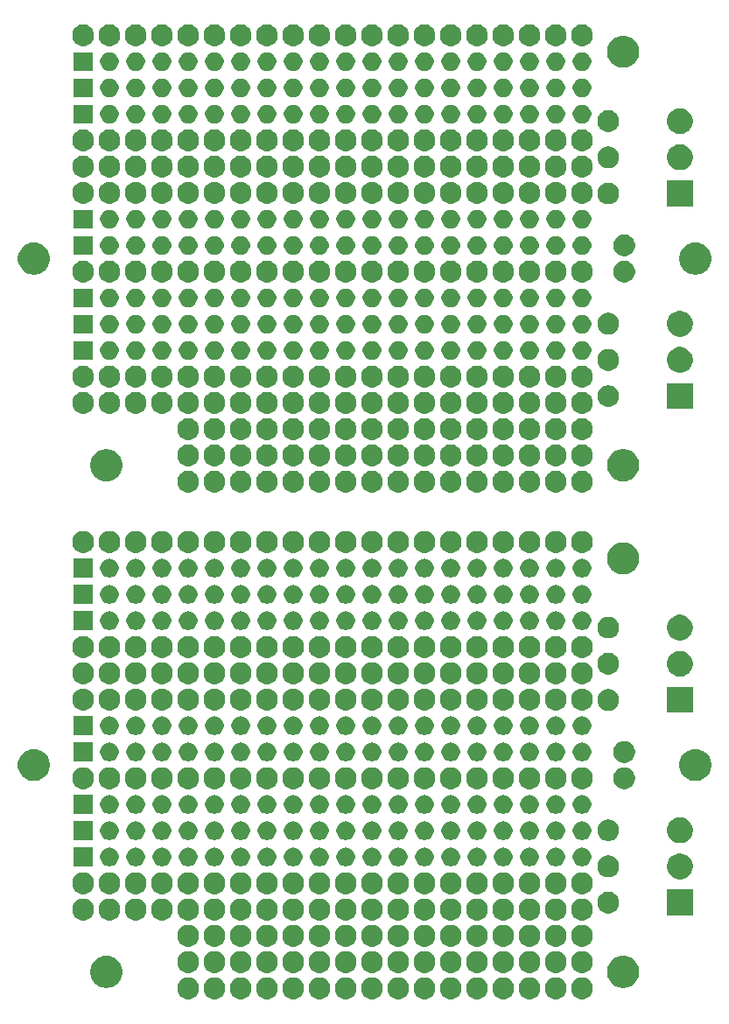
<source format=gbr>
G04 #@! TF.GenerationSoftware,KiCad,Pcbnew,5.1.5+dfsg1-2build2*
G04 #@! TF.CreationDate,2022-02-15T21:28:09-05:00*
G04 #@! TF.ProjectId,,58585858-5858-4585-9858-585858585858,rev?*
G04 #@! TF.SameCoordinates,Original*
G04 #@! TF.FileFunction,Soldermask,Top*
G04 #@! TF.FilePolarity,Negative*
%FSLAX46Y46*%
G04 Gerber Fmt 4.6, Leading zero omitted, Abs format (unit mm)*
G04 Created by KiCad (PCBNEW 5.1.5+dfsg1-2build2) date 2022-02-15 21:28:09*
%MOMM*%
%LPD*%
G04 APERTURE LIST*
%ADD10C,0.100000*%
G04 APERTURE END LIST*
D10*
G36*
X133921864Y-131290589D02*
G01*
X134113133Y-131369815D01*
X134113135Y-131369816D01*
X134285273Y-131484835D01*
X134431665Y-131631227D01*
X134477554Y-131699904D01*
X134546685Y-131803367D01*
X134625911Y-131994636D01*
X134666300Y-132197684D01*
X134666300Y-132404716D01*
X134625911Y-132607764D01*
X134546685Y-132799033D01*
X134546684Y-132799035D01*
X134431665Y-132971173D01*
X134285273Y-133117565D01*
X134113135Y-133232584D01*
X134113134Y-133232585D01*
X134113133Y-133232585D01*
X133921864Y-133311811D01*
X133718816Y-133352200D01*
X133511784Y-133352200D01*
X133308736Y-133311811D01*
X133117467Y-133232585D01*
X133117466Y-133232585D01*
X133117465Y-133232584D01*
X132945327Y-133117565D01*
X132798935Y-132971173D01*
X132683916Y-132799035D01*
X132683915Y-132799033D01*
X132604689Y-132607764D01*
X132564300Y-132404716D01*
X132564300Y-132197684D01*
X132604689Y-131994636D01*
X132683915Y-131803367D01*
X132753047Y-131699904D01*
X132798935Y-131631227D01*
X132945327Y-131484835D01*
X133117465Y-131369816D01*
X133117467Y-131369815D01*
X133308736Y-131290589D01*
X133511784Y-131250200D01*
X133718816Y-131250200D01*
X133921864Y-131290589D01*
G37*
G36*
X123761864Y-131290589D02*
G01*
X123953133Y-131369815D01*
X123953135Y-131369816D01*
X124125273Y-131484835D01*
X124271665Y-131631227D01*
X124317554Y-131699904D01*
X124386685Y-131803367D01*
X124465911Y-131994636D01*
X124506300Y-132197684D01*
X124506300Y-132404716D01*
X124465911Y-132607764D01*
X124386685Y-132799033D01*
X124386684Y-132799035D01*
X124271665Y-132971173D01*
X124125273Y-133117565D01*
X123953135Y-133232584D01*
X123953134Y-133232585D01*
X123953133Y-133232585D01*
X123761864Y-133311811D01*
X123558816Y-133352200D01*
X123351784Y-133352200D01*
X123148736Y-133311811D01*
X122957467Y-133232585D01*
X122957466Y-133232585D01*
X122957465Y-133232584D01*
X122785327Y-133117565D01*
X122638935Y-132971173D01*
X122523916Y-132799035D01*
X122523915Y-132799033D01*
X122444689Y-132607764D01*
X122404300Y-132404716D01*
X122404300Y-132197684D01*
X122444689Y-131994636D01*
X122523915Y-131803367D01*
X122593047Y-131699904D01*
X122638935Y-131631227D01*
X122785327Y-131484835D01*
X122957465Y-131369816D01*
X122957467Y-131369815D01*
X123148736Y-131290589D01*
X123351784Y-131250200D01*
X123558816Y-131250200D01*
X123761864Y-131290589D01*
G37*
G36*
X136461864Y-131290589D02*
G01*
X136653133Y-131369815D01*
X136653135Y-131369816D01*
X136825273Y-131484835D01*
X136971665Y-131631227D01*
X137017554Y-131699904D01*
X137086685Y-131803367D01*
X137165911Y-131994636D01*
X137206300Y-132197684D01*
X137206300Y-132404716D01*
X137165911Y-132607764D01*
X137086685Y-132799033D01*
X137086684Y-132799035D01*
X136971665Y-132971173D01*
X136825273Y-133117565D01*
X136653135Y-133232584D01*
X136653134Y-133232585D01*
X136653133Y-133232585D01*
X136461864Y-133311811D01*
X136258816Y-133352200D01*
X136051784Y-133352200D01*
X135848736Y-133311811D01*
X135657467Y-133232585D01*
X135657466Y-133232585D01*
X135657465Y-133232584D01*
X135485327Y-133117565D01*
X135338935Y-132971173D01*
X135223916Y-132799035D01*
X135223915Y-132799033D01*
X135144689Y-132607764D01*
X135104300Y-132404716D01*
X135104300Y-132197684D01*
X135144689Y-131994636D01*
X135223915Y-131803367D01*
X135293047Y-131699904D01*
X135338935Y-131631227D01*
X135485327Y-131484835D01*
X135657465Y-131369816D01*
X135657467Y-131369815D01*
X135848736Y-131290589D01*
X136051784Y-131250200D01*
X136258816Y-131250200D01*
X136461864Y-131290589D01*
G37*
G36*
X141541864Y-131290589D02*
G01*
X141733133Y-131369815D01*
X141733135Y-131369816D01*
X141905273Y-131484835D01*
X142051665Y-131631227D01*
X142097554Y-131699904D01*
X142166685Y-131803367D01*
X142245911Y-131994636D01*
X142286300Y-132197684D01*
X142286300Y-132404716D01*
X142245911Y-132607764D01*
X142166685Y-132799033D01*
X142166684Y-132799035D01*
X142051665Y-132971173D01*
X141905273Y-133117565D01*
X141733135Y-133232584D01*
X141733134Y-133232585D01*
X141733133Y-133232585D01*
X141541864Y-133311811D01*
X141338816Y-133352200D01*
X141131784Y-133352200D01*
X140928736Y-133311811D01*
X140737467Y-133232585D01*
X140737466Y-133232585D01*
X140737465Y-133232584D01*
X140565327Y-133117565D01*
X140418935Y-132971173D01*
X140303916Y-132799035D01*
X140303915Y-132799033D01*
X140224689Y-132607764D01*
X140184300Y-132404716D01*
X140184300Y-132197684D01*
X140224689Y-131994636D01*
X140303915Y-131803367D01*
X140373047Y-131699904D01*
X140418935Y-131631227D01*
X140565327Y-131484835D01*
X140737465Y-131369816D01*
X140737467Y-131369815D01*
X140928736Y-131290589D01*
X141131784Y-131250200D01*
X141338816Y-131250200D01*
X141541864Y-131290589D01*
G37*
G36*
X146621864Y-131290589D02*
G01*
X146813133Y-131369815D01*
X146813135Y-131369816D01*
X146985273Y-131484835D01*
X147131665Y-131631227D01*
X147177554Y-131699904D01*
X147246685Y-131803367D01*
X147325911Y-131994636D01*
X147366300Y-132197684D01*
X147366300Y-132404716D01*
X147325911Y-132607764D01*
X147246685Y-132799033D01*
X147246684Y-132799035D01*
X147131665Y-132971173D01*
X146985273Y-133117565D01*
X146813135Y-133232584D01*
X146813134Y-133232585D01*
X146813133Y-133232585D01*
X146621864Y-133311811D01*
X146418816Y-133352200D01*
X146211784Y-133352200D01*
X146008736Y-133311811D01*
X145817467Y-133232585D01*
X145817466Y-133232585D01*
X145817465Y-133232584D01*
X145645327Y-133117565D01*
X145498935Y-132971173D01*
X145383916Y-132799035D01*
X145383915Y-132799033D01*
X145304689Y-132607764D01*
X145264300Y-132404716D01*
X145264300Y-132197684D01*
X145304689Y-131994636D01*
X145383915Y-131803367D01*
X145453047Y-131699904D01*
X145498935Y-131631227D01*
X145645327Y-131484835D01*
X145817465Y-131369816D01*
X145817467Y-131369815D01*
X146008736Y-131290589D01*
X146211784Y-131250200D01*
X146418816Y-131250200D01*
X146621864Y-131290589D01*
G37*
G36*
X139001864Y-131290589D02*
G01*
X139193133Y-131369815D01*
X139193135Y-131369816D01*
X139365273Y-131484835D01*
X139511665Y-131631227D01*
X139557554Y-131699904D01*
X139626685Y-131803367D01*
X139705911Y-131994636D01*
X139746300Y-132197684D01*
X139746300Y-132404716D01*
X139705911Y-132607764D01*
X139626685Y-132799033D01*
X139626684Y-132799035D01*
X139511665Y-132971173D01*
X139365273Y-133117565D01*
X139193135Y-133232584D01*
X139193134Y-133232585D01*
X139193133Y-133232585D01*
X139001864Y-133311811D01*
X138798816Y-133352200D01*
X138591784Y-133352200D01*
X138388736Y-133311811D01*
X138197467Y-133232585D01*
X138197466Y-133232585D01*
X138197465Y-133232584D01*
X138025327Y-133117565D01*
X137878935Y-132971173D01*
X137763916Y-132799035D01*
X137763915Y-132799033D01*
X137684689Y-132607764D01*
X137644300Y-132404716D01*
X137644300Y-132197684D01*
X137684689Y-131994636D01*
X137763915Y-131803367D01*
X137833047Y-131699904D01*
X137878935Y-131631227D01*
X138025327Y-131484835D01*
X138197465Y-131369816D01*
X138197467Y-131369815D01*
X138388736Y-131290589D01*
X138591784Y-131250200D01*
X138798816Y-131250200D01*
X139001864Y-131290589D01*
G37*
G36*
X159321864Y-131290589D02*
G01*
X159513133Y-131369815D01*
X159513135Y-131369816D01*
X159685273Y-131484835D01*
X159831665Y-131631227D01*
X159877554Y-131699904D01*
X159946685Y-131803367D01*
X160025911Y-131994636D01*
X160066300Y-132197684D01*
X160066300Y-132404716D01*
X160025911Y-132607764D01*
X159946685Y-132799033D01*
X159946684Y-132799035D01*
X159831665Y-132971173D01*
X159685273Y-133117565D01*
X159513135Y-133232584D01*
X159513134Y-133232585D01*
X159513133Y-133232585D01*
X159321864Y-133311811D01*
X159118816Y-133352200D01*
X158911784Y-133352200D01*
X158708736Y-133311811D01*
X158517467Y-133232585D01*
X158517466Y-133232585D01*
X158517465Y-133232584D01*
X158345327Y-133117565D01*
X158198935Y-132971173D01*
X158083916Y-132799035D01*
X158083915Y-132799033D01*
X158004689Y-132607764D01*
X157964300Y-132404716D01*
X157964300Y-132197684D01*
X158004689Y-131994636D01*
X158083915Y-131803367D01*
X158153047Y-131699904D01*
X158198935Y-131631227D01*
X158345327Y-131484835D01*
X158517465Y-131369816D01*
X158517467Y-131369815D01*
X158708736Y-131290589D01*
X158911784Y-131250200D01*
X159118816Y-131250200D01*
X159321864Y-131290589D01*
G37*
G36*
X121221864Y-131290589D02*
G01*
X121413133Y-131369815D01*
X121413135Y-131369816D01*
X121585273Y-131484835D01*
X121731665Y-131631227D01*
X121777554Y-131699904D01*
X121846685Y-131803367D01*
X121925911Y-131994636D01*
X121966300Y-132197684D01*
X121966300Y-132404716D01*
X121925911Y-132607764D01*
X121846685Y-132799033D01*
X121846684Y-132799035D01*
X121731665Y-132971173D01*
X121585273Y-133117565D01*
X121413135Y-133232584D01*
X121413134Y-133232585D01*
X121413133Y-133232585D01*
X121221864Y-133311811D01*
X121018816Y-133352200D01*
X120811784Y-133352200D01*
X120608736Y-133311811D01*
X120417467Y-133232585D01*
X120417466Y-133232585D01*
X120417465Y-133232584D01*
X120245327Y-133117565D01*
X120098935Y-132971173D01*
X119983916Y-132799035D01*
X119983915Y-132799033D01*
X119904689Y-132607764D01*
X119864300Y-132404716D01*
X119864300Y-132197684D01*
X119904689Y-131994636D01*
X119983915Y-131803367D01*
X120053047Y-131699904D01*
X120098935Y-131631227D01*
X120245327Y-131484835D01*
X120417465Y-131369816D01*
X120417467Y-131369815D01*
X120608736Y-131290589D01*
X120811784Y-131250200D01*
X121018816Y-131250200D01*
X121221864Y-131290589D01*
G37*
G36*
X156781864Y-131290589D02*
G01*
X156973133Y-131369815D01*
X156973135Y-131369816D01*
X157145273Y-131484835D01*
X157291665Y-131631227D01*
X157337554Y-131699904D01*
X157406685Y-131803367D01*
X157485911Y-131994636D01*
X157526300Y-132197684D01*
X157526300Y-132404716D01*
X157485911Y-132607764D01*
X157406685Y-132799033D01*
X157406684Y-132799035D01*
X157291665Y-132971173D01*
X157145273Y-133117565D01*
X156973135Y-133232584D01*
X156973134Y-133232585D01*
X156973133Y-133232585D01*
X156781864Y-133311811D01*
X156578816Y-133352200D01*
X156371784Y-133352200D01*
X156168736Y-133311811D01*
X155977467Y-133232585D01*
X155977466Y-133232585D01*
X155977465Y-133232584D01*
X155805327Y-133117565D01*
X155658935Y-132971173D01*
X155543916Y-132799035D01*
X155543915Y-132799033D01*
X155464689Y-132607764D01*
X155424300Y-132404716D01*
X155424300Y-132197684D01*
X155464689Y-131994636D01*
X155543915Y-131803367D01*
X155613047Y-131699904D01*
X155658935Y-131631227D01*
X155805327Y-131484835D01*
X155977465Y-131369816D01*
X155977467Y-131369815D01*
X156168736Y-131290589D01*
X156371784Y-131250200D01*
X156578816Y-131250200D01*
X156781864Y-131290589D01*
G37*
G36*
X154241864Y-131290589D02*
G01*
X154433133Y-131369815D01*
X154433135Y-131369816D01*
X154605273Y-131484835D01*
X154751665Y-131631227D01*
X154797554Y-131699904D01*
X154866685Y-131803367D01*
X154945911Y-131994636D01*
X154986300Y-132197684D01*
X154986300Y-132404716D01*
X154945911Y-132607764D01*
X154866685Y-132799033D01*
X154866684Y-132799035D01*
X154751665Y-132971173D01*
X154605273Y-133117565D01*
X154433135Y-133232584D01*
X154433134Y-133232585D01*
X154433133Y-133232585D01*
X154241864Y-133311811D01*
X154038816Y-133352200D01*
X153831784Y-133352200D01*
X153628736Y-133311811D01*
X153437467Y-133232585D01*
X153437466Y-133232585D01*
X153437465Y-133232584D01*
X153265327Y-133117565D01*
X153118935Y-132971173D01*
X153003916Y-132799035D01*
X153003915Y-132799033D01*
X152924689Y-132607764D01*
X152884300Y-132404716D01*
X152884300Y-132197684D01*
X152924689Y-131994636D01*
X153003915Y-131803367D01*
X153073047Y-131699904D01*
X153118935Y-131631227D01*
X153265327Y-131484835D01*
X153437465Y-131369816D01*
X153437467Y-131369815D01*
X153628736Y-131290589D01*
X153831784Y-131250200D01*
X154038816Y-131250200D01*
X154241864Y-131290589D01*
G37*
G36*
X149161864Y-131290589D02*
G01*
X149353133Y-131369815D01*
X149353135Y-131369816D01*
X149525273Y-131484835D01*
X149671665Y-131631227D01*
X149717554Y-131699904D01*
X149786685Y-131803367D01*
X149865911Y-131994636D01*
X149906300Y-132197684D01*
X149906300Y-132404716D01*
X149865911Y-132607764D01*
X149786685Y-132799033D01*
X149786684Y-132799035D01*
X149671665Y-132971173D01*
X149525273Y-133117565D01*
X149353135Y-133232584D01*
X149353134Y-133232585D01*
X149353133Y-133232585D01*
X149161864Y-133311811D01*
X148958816Y-133352200D01*
X148751784Y-133352200D01*
X148548736Y-133311811D01*
X148357467Y-133232585D01*
X148357466Y-133232585D01*
X148357465Y-133232584D01*
X148185327Y-133117565D01*
X148038935Y-132971173D01*
X147923916Y-132799035D01*
X147923915Y-132799033D01*
X147844689Y-132607764D01*
X147804300Y-132404716D01*
X147804300Y-132197684D01*
X147844689Y-131994636D01*
X147923915Y-131803367D01*
X147993047Y-131699904D01*
X148038935Y-131631227D01*
X148185327Y-131484835D01*
X148357465Y-131369816D01*
X148357467Y-131369815D01*
X148548736Y-131290589D01*
X148751784Y-131250200D01*
X148958816Y-131250200D01*
X149161864Y-131290589D01*
G37*
G36*
X144081864Y-131290589D02*
G01*
X144273133Y-131369815D01*
X144273135Y-131369816D01*
X144445273Y-131484835D01*
X144591665Y-131631227D01*
X144637554Y-131699904D01*
X144706685Y-131803367D01*
X144785911Y-131994636D01*
X144826300Y-132197684D01*
X144826300Y-132404716D01*
X144785911Y-132607764D01*
X144706685Y-132799033D01*
X144706684Y-132799035D01*
X144591665Y-132971173D01*
X144445273Y-133117565D01*
X144273135Y-133232584D01*
X144273134Y-133232585D01*
X144273133Y-133232585D01*
X144081864Y-133311811D01*
X143878816Y-133352200D01*
X143671784Y-133352200D01*
X143468736Y-133311811D01*
X143277467Y-133232585D01*
X143277466Y-133232585D01*
X143277465Y-133232584D01*
X143105327Y-133117565D01*
X142958935Y-132971173D01*
X142843916Y-132799035D01*
X142843915Y-132799033D01*
X142764689Y-132607764D01*
X142724300Y-132404716D01*
X142724300Y-132197684D01*
X142764689Y-131994636D01*
X142843915Y-131803367D01*
X142913047Y-131699904D01*
X142958935Y-131631227D01*
X143105327Y-131484835D01*
X143277465Y-131369816D01*
X143277467Y-131369815D01*
X143468736Y-131290589D01*
X143671784Y-131250200D01*
X143878816Y-131250200D01*
X144081864Y-131290589D01*
G37*
G36*
X126301864Y-131290589D02*
G01*
X126493133Y-131369815D01*
X126493135Y-131369816D01*
X126665273Y-131484835D01*
X126811665Y-131631227D01*
X126857554Y-131699904D01*
X126926685Y-131803367D01*
X127005911Y-131994636D01*
X127046300Y-132197684D01*
X127046300Y-132404716D01*
X127005911Y-132607764D01*
X126926685Y-132799033D01*
X126926684Y-132799035D01*
X126811665Y-132971173D01*
X126665273Y-133117565D01*
X126493135Y-133232584D01*
X126493134Y-133232585D01*
X126493133Y-133232585D01*
X126301864Y-133311811D01*
X126098816Y-133352200D01*
X125891784Y-133352200D01*
X125688736Y-133311811D01*
X125497467Y-133232585D01*
X125497466Y-133232585D01*
X125497465Y-133232584D01*
X125325327Y-133117565D01*
X125178935Y-132971173D01*
X125063916Y-132799035D01*
X125063915Y-132799033D01*
X124984689Y-132607764D01*
X124944300Y-132404716D01*
X124944300Y-132197684D01*
X124984689Y-131994636D01*
X125063915Y-131803367D01*
X125133047Y-131699904D01*
X125178935Y-131631227D01*
X125325327Y-131484835D01*
X125497465Y-131369816D01*
X125497467Y-131369815D01*
X125688736Y-131290589D01*
X125891784Y-131250200D01*
X126098816Y-131250200D01*
X126301864Y-131290589D01*
G37*
G36*
X128841864Y-131290589D02*
G01*
X129033133Y-131369815D01*
X129033135Y-131369816D01*
X129205273Y-131484835D01*
X129351665Y-131631227D01*
X129397554Y-131699904D01*
X129466685Y-131803367D01*
X129545911Y-131994636D01*
X129586300Y-132197684D01*
X129586300Y-132404716D01*
X129545911Y-132607764D01*
X129466685Y-132799033D01*
X129466684Y-132799035D01*
X129351665Y-132971173D01*
X129205273Y-133117565D01*
X129033135Y-133232584D01*
X129033134Y-133232585D01*
X129033133Y-133232585D01*
X128841864Y-133311811D01*
X128638816Y-133352200D01*
X128431784Y-133352200D01*
X128228736Y-133311811D01*
X128037467Y-133232585D01*
X128037466Y-133232585D01*
X128037465Y-133232584D01*
X127865327Y-133117565D01*
X127718935Y-132971173D01*
X127603916Y-132799035D01*
X127603915Y-132799033D01*
X127524689Y-132607764D01*
X127484300Y-132404716D01*
X127484300Y-132197684D01*
X127524689Y-131994636D01*
X127603915Y-131803367D01*
X127673047Y-131699904D01*
X127718935Y-131631227D01*
X127865327Y-131484835D01*
X128037465Y-131369816D01*
X128037467Y-131369815D01*
X128228736Y-131290589D01*
X128431784Y-131250200D01*
X128638816Y-131250200D01*
X128841864Y-131290589D01*
G37*
G36*
X131381864Y-131290589D02*
G01*
X131573133Y-131369815D01*
X131573135Y-131369816D01*
X131745273Y-131484835D01*
X131891665Y-131631227D01*
X131937554Y-131699904D01*
X132006685Y-131803367D01*
X132085911Y-131994636D01*
X132126300Y-132197684D01*
X132126300Y-132404716D01*
X132085911Y-132607764D01*
X132006685Y-132799033D01*
X132006684Y-132799035D01*
X131891665Y-132971173D01*
X131745273Y-133117565D01*
X131573135Y-133232584D01*
X131573134Y-133232585D01*
X131573133Y-133232585D01*
X131381864Y-133311811D01*
X131178816Y-133352200D01*
X130971784Y-133352200D01*
X130768736Y-133311811D01*
X130577467Y-133232585D01*
X130577466Y-133232585D01*
X130577465Y-133232584D01*
X130405327Y-133117565D01*
X130258935Y-132971173D01*
X130143916Y-132799035D01*
X130143915Y-132799033D01*
X130064689Y-132607764D01*
X130024300Y-132404716D01*
X130024300Y-132197684D01*
X130064689Y-131994636D01*
X130143915Y-131803367D01*
X130213047Y-131699904D01*
X130258935Y-131631227D01*
X130405327Y-131484835D01*
X130577465Y-131369816D01*
X130577467Y-131369815D01*
X130768736Y-131290589D01*
X130971784Y-131250200D01*
X131178816Y-131250200D01*
X131381864Y-131290589D01*
G37*
G36*
X151701864Y-131290589D02*
G01*
X151893133Y-131369815D01*
X151893135Y-131369816D01*
X152065273Y-131484835D01*
X152211665Y-131631227D01*
X152257554Y-131699904D01*
X152326685Y-131803367D01*
X152405911Y-131994636D01*
X152446300Y-132197684D01*
X152446300Y-132404716D01*
X152405911Y-132607764D01*
X152326685Y-132799033D01*
X152326684Y-132799035D01*
X152211665Y-132971173D01*
X152065273Y-133117565D01*
X151893135Y-133232584D01*
X151893134Y-133232585D01*
X151893133Y-133232585D01*
X151701864Y-133311811D01*
X151498816Y-133352200D01*
X151291784Y-133352200D01*
X151088736Y-133311811D01*
X150897467Y-133232585D01*
X150897466Y-133232585D01*
X150897465Y-133232584D01*
X150725327Y-133117565D01*
X150578935Y-132971173D01*
X150463916Y-132799035D01*
X150463915Y-132799033D01*
X150384689Y-132607764D01*
X150344300Y-132404716D01*
X150344300Y-132197684D01*
X150384689Y-131994636D01*
X150463915Y-131803367D01*
X150533047Y-131699904D01*
X150578935Y-131631227D01*
X150725327Y-131484835D01*
X150897465Y-131369816D01*
X150897467Y-131369815D01*
X151088736Y-131290589D01*
X151291784Y-131250200D01*
X151498816Y-131250200D01*
X151701864Y-131290589D01*
G37*
G36*
X113297885Y-129190002D02*
G01*
X113447710Y-129219804D01*
X113729974Y-129336721D01*
X113984005Y-129506459D01*
X114200041Y-129722495D01*
X114369779Y-129976526D01*
X114486696Y-130258790D01*
X114546300Y-130558440D01*
X114546300Y-130863960D01*
X114486696Y-131163610D01*
X114369779Y-131445874D01*
X114200041Y-131699905D01*
X113984005Y-131915941D01*
X113729974Y-132085679D01*
X113447710Y-132202596D01*
X113297885Y-132232398D01*
X113148061Y-132262200D01*
X112842539Y-132262200D01*
X112692715Y-132232398D01*
X112542890Y-132202596D01*
X112260626Y-132085679D01*
X112006595Y-131915941D01*
X111790559Y-131699905D01*
X111620821Y-131445874D01*
X111503904Y-131163610D01*
X111444300Y-130863960D01*
X111444300Y-130558440D01*
X111503904Y-130258790D01*
X111620821Y-129976526D01*
X111790559Y-129722495D01*
X112006595Y-129506459D01*
X112260626Y-129336721D01*
X112542890Y-129219804D01*
X112692715Y-129190002D01*
X112842539Y-129160200D01*
X113148061Y-129160200D01*
X113297885Y-129190002D01*
G37*
G36*
X163297885Y-129190002D02*
G01*
X163447710Y-129219804D01*
X163729974Y-129336721D01*
X163984005Y-129506459D01*
X164200041Y-129722495D01*
X164369779Y-129976526D01*
X164486696Y-130258790D01*
X164546300Y-130558440D01*
X164546300Y-130863960D01*
X164486696Y-131163610D01*
X164369779Y-131445874D01*
X164200041Y-131699905D01*
X163984005Y-131915941D01*
X163729974Y-132085679D01*
X163447710Y-132202596D01*
X163297885Y-132232398D01*
X163148061Y-132262200D01*
X162842539Y-132262200D01*
X162692715Y-132232398D01*
X162542890Y-132202596D01*
X162260626Y-132085679D01*
X162006595Y-131915941D01*
X161790559Y-131699905D01*
X161620821Y-131445874D01*
X161503904Y-131163610D01*
X161444300Y-130863960D01*
X161444300Y-130558440D01*
X161503904Y-130258790D01*
X161620821Y-129976526D01*
X161790559Y-129722495D01*
X162006595Y-129506459D01*
X162260626Y-129336721D01*
X162542890Y-129219804D01*
X162692715Y-129190002D01*
X162842539Y-129160200D01*
X163148061Y-129160200D01*
X163297885Y-129190002D01*
G37*
G36*
X128841864Y-128750589D02*
G01*
X129033133Y-128829815D01*
X129033135Y-128829816D01*
X129205273Y-128944835D01*
X129351665Y-129091227D01*
X129466685Y-129263367D01*
X129545911Y-129454636D01*
X129586300Y-129657684D01*
X129586300Y-129864716D01*
X129545911Y-130067764D01*
X129466785Y-130258791D01*
X129466684Y-130259035D01*
X129351665Y-130431173D01*
X129205273Y-130577565D01*
X129033135Y-130692584D01*
X129033134Y-130692585D01*
X129033133Y-130692585D01*
X128841864Y-130771811D01*
X128638816Y-130812200D01*
X128431784Y-130812200D01*
X128228736Y-130771811D01*
X128037467Y-130692585D01*
X128037466Y-130692585D01*
X128037465Y-130692584D01*
X127865327Y-130577565D01*
X127718935Y-130431173D01*
X127603916Y-130259035D01*
X127603815Y-130258791D01*
X127524689Y-130067764D01*
X127484300Y-129864716D01*
X127484300Y-129657684D01*
X127524689Y-129454636D01*
X127603915Y-129263367D01*
X127718935Y-129091227D01*
X127865327Y-128944835D01*
X128037465Y-128829816D01*
X128037467Y-128829815D01*
X128228736Y-128750589D01*
X128431784Y-128710200D01*
X128638816Y-128710200D01*
X128841864Y-128750589D01*
G37*
G36*
X146621864Y-128750589D02*
G01*
X146813133Y-128829815D01*
X146813135Y-128829816D01*
X146985273Y-128944835D01*
X147131665Y-129091227D01*
X147246685Y-129263367D01*
X147325911Y-129454636D01*
X147366300Y-129657684D01*
X147366300Y-129864716D01*
X147325911Y-130067764D01*
X147246785Y-130258791D01*
X147246684Y-130259035D01*
X147131665Y-130431173D01*
X146985273Y-130577565D01*
X146813135Y-130692584D01*
X146813134Y-130692585D01*
X146813133Y-130692585D01*
X146621864Y-130771811D01*
X146418816Y-130812200D01*
X146211784Y-130812200D01*
X146008736Y-130771811D01*
X145817467Y-130692585D01*
X145817466Y-130692585D01*
X145817465Y-130692584D01*
X145645327Y-130577565D01*
X145498935Y-130431173D01*
X145383916Y-130259035D01*
X145383815Y-130258791D01*
X145304689Y-130067764D01*
X145264300Y-129864716D01*
X145264300Y-129657684D01*
X145304689Y-129454636D01*
X145383915Y-129263367D01*
X145498935Y-129091227D01*
X145645327Y-128944835D01*
X145817465Y-128829816D01*
X145817467Y-128829815D01*
X146008736Y-128750589D01*
X146211784Y-128710200D01*
X146418816Y-128710200D01*
X146621864Y-128750589D01*
G37*
G36*
X121221864Y-128750589D02*
G01*
X121413133Y-128829815D01*
X121413135Y-128829816D01*
X121585273Y-128944835D01*
X121731665Y-129091227D01*
X121846685Y-129263367D01*
X121925911Y-129454636D01*
X121966300Y-129657684D01*
X121966300Y-129864716D01*
X121925911Y-130067764D01*
X121846785Y-130258791D01*
X121846684Y-130259035D01*
X121731665Y-130431173D01*
X121585273Y-130577565D01*
X121413135Y-130692584D01*
X121413134Y-130692585D01*
X121413133Y-130692585D01*
X121221864Y-130771811D01*
X121018816Y-130812200D01*
X120811784Y-130812200D01*
X120608736Y-130771811D01*
X120417467Y-130692585D01*
X120417466Y-130692585D01*
X120417465Y-130692584D01*
X120245327Y-130577565D01*
X120098935Y-130431173D01*
X119983916Y-130259035D01*
X119983815Y-130258791D01*
X119904689Y-130067764D01*
X119864300Y-129864716D01*
X119864300Y-129657684D01*
X119904689Y-129454636D01*
X119983915Y-129263367D01*
X120098935Y-129091227D01*
X120245327Y-128944835D01*
X120417465Y-128829816D01*
X120417467Y-128829815D01*
X120608736Y-128750589D01*
X120811784Y-128710200D01*
X121018816Y-128710200D01*
X121221864Y-128750589D01*
G37*
G36*
X131381864Y-128750589D02*
G01*
X131573133Y-128829815D01*
X131573135Y-128829816D01*
X131745273Y-128944835D01*
X131891665Y-129091227D01*
X132006685Y-129263367D01*
X132085911Y-129454636D01*
X132126300Y-129657684D01*
X132126300Y-129864716D01*
X132085911Y-130067764D01*
X132006785Y-130258791D01*
X132006684Y-130259035D01*
X131891665Y-130431173D01*
X131745273Y-130577565D01*
X131573135Y-130692584D01*
X131573134Y-130692585D01*
X131573133Y-130692585D01*
X131381864Y-130771811D01*
X131178816Y-130812200D01*
X130971784Y-130812200D01*
X130768736Y-130771811D01*
X130577467Y-130692585D01*
X130577466Y-130692585D01*
X130577465Y-130692584D01*
X130405327Y-130577565D01*
X130258935Y-130431173D01*
X130143916Y-130259035D01*
X130143815Y-130258791D01*
X130064689Y-130067764D01*
X130024300Y-129864716D01*
X130024300Y-129657684D01*
X130064689Y-129454636D01*
X130143915Y-129263367D01*
X130258935Y-129091227D01*
X130405327Y-128944835D01*
X130577465Y-128829816D01*
X130577467Y-128829815D01*
X130768736Y-128750589D01*
X130971784Y-128710200D01*
X131178816Y-128710200D01*
X131381864Y-128750589D01*
G37*
G36*
X159321864Y-128750589D02*
G01*
X159513133Y-128829815D01*
X159513135Y-128829816D01*
X159685273Y-128944835D01*
X159831665Y-129091227D01*
X159946685Y-129263367D01*
X160025911Y-129454636D01*
X160066300Y-129657684D01*
X160066300Y-129864716D01*
X160025911Y-130067764D01*
X159946785Y-130258791D01*
X159946684Y-130259035D01*
X159831665Y-130431173D01*
X159685273Y-130577565D01*
X159513135Y-130692584D01*
X159513134Y-130692585D01*
X159513133Y-130692585D01*
X159321864Y-130771811D01*
X159118816Y-130812200D01*
X158911784Y-130812200D01*
X158708736Y-130771811D01*
X158517467Y-130692585D01*
X158517466Y-130692585D01*
X158517465Y-130692584D01*
X158345327Y-130577565D01*
X158198935Y-130431173D01*
X158083916Y-130259035D01*
X158083815Y-130258791D01*
X158004689Y-130067764D01*
X157964300Y-129864716D01*
X157964300Y-129657684D01*
X158004689Y-129454636D01*
X158083915Y-129263367D01*
X158198935Y-129091227D01*
X158345327Y-128944835D01*
X158517465Y-128829816D01*
X158517467Y-128829815D01*
X158708736Y-128750589D01*
X158911784Y-128710200D01*
X159118816Y-128710200D01*
X159321864Y-128750589D01*
G37*
G36*
X154241864Y-128750589D02*
G01*
X154433133Y-128829815D01*
X154433135Y-128829816D01*
X154605273Y-128944835D01*
X154751665Y-129091227D01*
X154866685Y-129263367D01*
X154945911Y-129454636D01*
X154986300Y-129657684D01*
X154986300Y-129864716D01*
X154945911Y-130067764D01*
X154866785Y-130258791D01*
X154866684Y-130259035D01*
X154751665Y-130431173D01*
X154605273Y-130577565D01*
X154433135Y-130692584D01*
X154433134Y-130692585D01*
X154433133Y-130692585D01*
X154241864Y-130771811D01*
X154038816Y-130812200D01*
X153831784Y-130812200D01*
X153628736Y-130771811D01*
X153437467Y-130692585D01*
X153437466Y-130692585D01*
X153437465Y-130692584D01*
X153265327Y-130577565D01*
X153118935Y-130431173D01*
X153003916Y-130259035D01*
X153003815Y-130258791D01*
X152924689Y-130067764D01*
X152884300Y-129864716D01*
X152884300Y-129657684D01*
X152924689Y-129454636D01*
X153003915Y-129263367D01*
X153118935Y-129091227D01*
X153265327Y-128944835D01*
X153437465Y-128829816D01*
X153437467Y-128829815D01*
X153628736Y-128750589D01*
X153831784Y-128710200D01*
X154038816Y-128710200D01*
X154241864Y-128750589D01*
G37*
G36*
X144081864Y-128750589D02*
G01*
X144273133Y-128829815D01*
X144273135Y-128829816D01*
X144445273Y-128944835D01*
X144591665Y-129091227D01*
X144706685Y-129263367D01*
X144785911Y-129454636D01*
X144826300Y-129657684D01*
X144826300Y-129864716D01*
X144785911Y-130067764D01*
X144706785Y-130258791D01*
X144706684Y-130259035D01*
X144591665Y-130431173D01*
X144445273Y-130577565D01*
X144273135Y-130692584D01*
X144273134Y-130692585D01*
X144273133Y-130692585D01*
X144081864Y-130771811D01*
X143878816Y-130812200D01*
X143671784Y-130812200D01*
X143468736Y-130771811D01*
X143277467Y-130692585D01*
X143277466Y-130692585D01*
X143277465Y-130692584D01*
X143105327Y-130577565D01*
X142958935Y-130431173D01*
X142843916Y-130259035D01*
X142843815Y-130258791D01*
X142764689Y-130067764D01*
X142724300Y-129864716D01*
X142724300Y-129657684D01*
X142764689Y-129454636D01*
X142843915Y-129263367D01*
X142958935Y-129091227D01*
X143105327Y-128944835D01*
X143277465Y-128829816D01*
X143277467Y-128829815D01*
X143468736Y-128750589D01*
X143671784Y-128710200D01*
X143878816Y-128710200D01*
X144081864Y-128750589D01*
G37*
G36*
X141541864Y-128750589D02*
G01*
X141733133Y-128829815D01*
X141733135Y-128829816D01*
X141905273Y-128944835D01*
X142051665Y-129091227D01*
X142166685Y-129263367D01*
X142245911Y-129454636D01*
X142286300Y-129657684D01*
X142286300Y-129864716D01*
X142245911Y-130067764D01*
X142166785Y-130258791D01*
X142166684Y-130259035D01*
X142051665Y-130431173D01*
X141905273Y-130577565D01*
X141733135Y-130692584D01*
X141733134Y-130692585D01*
X141733133Y-130692585D01*
X141541864Y-130771811D01*
X141338816Y-130812200D01*
X141131784Y-130812200D01*
X140928736Y-130771811D01*
X140737467Y-130692585D01*
X140737466Y-130692585D01*
X140737465Y-130692584D01*
X140565327Y-130577565D01*
X140418935Y-130431173D01*
X140303916Y-130259035D01*
X140303815Y-130258791D01*
X140224689Y-130067764D01*
X140184300Y-129864716D01*
X140184300Y-129657684D01*
X140224689Y-129454636D01*
X140303915Y-129263367D01*
X140418935Y-129091227D01*
X140565327Y-128944835D01*
X140737465Y-128829816D01*
X140737467Y-128829815D01*
X140928736Y-128750589D01*
X141131784Y-128710200D01*
X141338816Y-128710200D01*
X141541864Y-128750589D01*
G37*
G36*
X123761864Y-128750589D02*
G01*
X123953133Y-128829815D01*
X123953135Y-128829816D01*
X124125273Y-128944835D01*
X124271665Y-129091227D01*
X124386685Y-129263367D01*
X124465911Y-129454636D01*
X124506300Y-129657684D01*
X124506300Y-129864716D01*
X124465911Y-130067764D01*
X124386785Y-130258791D01*
X124386684Y-130259035D01*
X124271665Y-130431173D01*
X124125273Y-130577565D01*
X123953135Y-130692584D01*
X123953134Y-130692585D01*
X123953133Y-130692585D01*
X123761864Y-130771811D01*
X123558816Y-130812200D01*
X123351784Y-130812200D01*
X123148736Y-130771811D01*
X122957467Y-130692585D01*
X122957466Y-130692585D01*
X122957465Y-130692584D01*
X122785327Y-130577565D01*
X122638935Y-130431173D01*
X122523916Y-130259035D01*
X122523815Y-130258791D01*
X122444689Y-130067764D01*
X122404300Y-129864716D01*
X122404300Y-129657684D01*
X122444689Y-129454636D01*
X122523915Y-129263367D01*
X122638935Y-129091227D01*
X122785327Y-128944835D01*
X122957465Y-128829816D01*
X122957467Y-128829815D01*
X123148736Y-128750589D01*
X123351784Y-128710200D01*
X123558816Y-128710200D01*
X123761864Y-128750589D01*
G37*
G36*
X151701864Y-128750589D02*
G01*
X151893133Y-128829815D01*
X151893135Y-128829816D01*
X152065273Y-128944835D01*
X152211665Y-129091227D01*
X152326685Y-129263367D01*
X152405911Y-129454636D01*
X152446300Y-129657684D01*
X152446300Y-129864716D01*
X152405911Y-130067764D01*
X152326785Y-130258791D01*
X152326684Y-130259035D01*
X152211665Y-130431173D01*
X152065273Y-130577565D01*
X151893135Y-130692584D01*
X151893134Y-130692585D01*
X151893133Y-130692585D01*
X151701864Y-130771811D01*
X151498816Y-130812200D01*
X151291784Y-130812200D01*
X151088736Y-130771811D01*
X150897467Y-130692585D01*
X150897466Y-130692585D01*
X150897465Y-130692584D01*
X150725327Y-130577565D01*
X150578935Y-130431173D01*
X150463916Y-130259035D01*
X150463815Y-130258791D01*
X150384689Y-130067764D01*
X150344300Y-129864716D01*
X150344300Y-129657684D01*
X150384689Y-129454636D01*
X150463915Y-129263367D01*
X150578935Y-129091227D01*
X150725327Y-128944835D01*
X150897465Y-128829816D01*
X150897467Y-128829815D01*
X151088736Y-128750589D01*
X151291784Y-128710200D01*
X151498816Y-128710200D01*
X151701864Y-128750589D01*
G37*
G36*
X133921864Y-128750589D02*
G01*
X134113133Y-128829815D01*
X134113135Y-128829816D01*
X134285273Y-128944835D01*
X134431665Y-129091227D01*
X134546685Y-129263367D01*
X134625911Y-129454636D01*
X134666300Y-129657684D01*
X134666300Y-129864716D01*
X134625911Y-130067764D01*
X134546785Y-130258791D01*
X134546684Y-130259035D01*
X134431665Y-130431173D01*
X134285273Y-130577565D01*
X134113135Y-130692584D01*
X134113134Y-130692585D01*
X134113133Y-130692585D01*
X133921864Y-130771811D01*
X133718816Y-130812200D01*
X133511784Y-130812200D01*
X133308736Y-130771811D01*
X133117467Y-130692585D01*
X133117466Y-130692585D01*
X133117465Y-130692584D01*
X132945327Y-130577565D01*
X132798935Y-130431173D01*
X132683916Y-130259035D01*
X132683815Y-130258791D01*
X132604689Y-130067764D01*
X132564300Y-129864716D01*
X132564300Y-129657684D01*
X132604689Y-129454636D01*
X132683915Y-129263367D01*
X132798935Y-129091227D01*
X132945327Y-128944835D01*
X133117465Y-128829816D01*
X133117467Y-128829815D01*
X133308736Y-128750589D01*
X133511784Y-128710200D01*
X133718816Y-128710200D01*
X133921864Y-128750589D01*
G37*
G36*
X149161864Y-128750589D02*
G01*
X149353133Y-128829815D01*
X149353135Y-128829816D01*
X149525273Y-128944835D01*
X149671665Y-129091227D01*
X149786685Y-129263367D01*
X149865911Y-129454636D01*
X149906300Y-129657684D01*
X149906300Y-129864716D01*
X149865911Y-130067764D01*
X149786785Y-130258791D01*
X149786684Y-130259035D01*
X149671665Y-130431173D01*
X149525273Y-130577565D01*
X149353135Y-130692584D01*
X149353134Y-130692585D01*
X149353133Y-130692585D01*
X149161864Y-130771811D01*
X148958816Y-130812200D01*
X148751784Y-130812200D01*
X148548736Y-130771811D01*
X148357467Y-130692585D01*
X148357466Y-130692585D01*
X148357465Y-130692584D01*
X148185327Y-130577565D01*
X148038935Y-130431173D01*
X147923916Y-130259035D01*
X147923815Y-130258791D01*
X147844689Y-130067764D01*
X147804300Y-129864716D01*
X147804300Y-129657684D01*
X147844689Y-129454636D01*
X147923915Y-129263367D01*
X148038935Y-129091227D01*
X148185327Y-128944835D01*
X148357465Y-128829816D01*
X148357467Y-128829815D01*
X148548736Y-128750589D01*
X148751784Y-128710200D01*
X148958816Y-128710200D01*
X149161864Y-128750589D01*
G37*
G36*
X126301864Y-128750589D02*
G01*
X126493133Y-128829815D01*
X126493135Y-128829816D01*
X126665273Y-128944835D01*
X126811665Y-129091227D01*
X126926685Y-129263367D01*
X127005911Y-129454636D01*
X127046300Y-129657684D01*
X127046300Y-129864716D01*
X127005911Y-130067764D01*
X126926785Y-130258791D01*
X126926684Y-130259035D01*
X126811665Y-130431173D01*
X126665273Y-130577565D01*
X126493135Y-130692584D01*
X126493134Y-130692585D01*
X126493133Y-130692585D01*
X126301864Y-130771811D01*
X126098816Y-130812200D01*
X125891784Y-130812200D01*
X125688736Y-130771811D01*
X125497467Y-130692585D01*
X125497466Y-130692585D01*
X125497465Y-130692584D01*
X125325327Y-130577565D01*
X125178935Y-130431173D01*
X125063916Y-130259035D01*
X125063815Y-130258791D01*
X124984689Y-130067764D01*
X124944300Y-129864716D01*
X124944300Y-129657684D01*
X124984689Y-129454636D01*
X125063915Y-129263367D01*
X125178935Y-129091227D01*
X125325327Y-128944835D01*
X125497465Y-128829816D01*
X125497467Y-128829815D01*
X125688736Y-128750589D01*
X125891784Y-128710200D01*
X126098816Y-128710200D01*
X126301864Y-128750589D01*
G37*
G36*
X139001864Y-128750589D02*
G01*
X139193133Y-128829815D01*
X139193135Y-128829816D01*
X139365273Y-128944835D01*
X139511665Y-129091227D01*
X139626685Y-129263367D01*
X139705911Y-129454636D01*
X139746300Y-129657684D01*
X139746300Y-129864716D01*
X139705911Y-130067764D01*
X139626785Y-130258791D01*
X139626684Y-130259035D01*
X139511665Y-130431173D01*
X139365273Y-130577565D01*
X139193135Y-130692584D01*
X139193134Y-130692585D01*
X139193133Y-130692585D01*
X139001864Y-130771811D01*
X138798816Y-130812200D01*
X138591784Y-130812200D01*
X138388736Y-130771811D01*
X138197467Y-130692585D01*
X138197466Y-130692585D01*
X138197465Y-130692584D01*
X138025327Y-130577565D01*
X137878935Y-130431173D01*
X137763916Y-130259035D01*
X137763815Y-130258791D01*
X137684689Y-130067764D01*
X137644300Y-129864716D01*
X137644300Y-129657684D01*
X137684689Y-129454636D01*
X137763915Y-129263367D01*
X137878935Y-129091227D01*
X138025327Y-128944835D01*
X138197465Y-128829816D01*
X138197467Y-128829815D01*
X138388736Y-128750589D01*
X138591784Y-128710200D01*
X138798816Y-128710200D01*
X139001864Y-128750589D01*
G37*
G36*
X156781864Y-128750589D02*
G01*
X156973133Y-128829815D01*
X156973135Y-128829816D01*
X157145273Y-128944835D01*
X157291665Y-129091227D01*
X157406685Y-129263367D01*
X157485911Y-129454636D01*
X157526300Y-129657684D01*
X157526300Y-129864716D01*
X157485911Y-130067764D01*
X157406785Y-130258791D01*
X157406684Y-130259035D01*
X157291665Y-130431173D01*
X157145273Y-130577565D01*
X156973135Y-130692584D01*
X156973134Y-130692585D01*
X156973133Y-130692585D01*
X156781864Y-130771811D01*
X156578816Y-130812200D01*
X156371784Y-130812200D01*
X156168736Y-130771811D01*
X155977467Y-130692585D01*
X155977466Y-130692585D01*
X155977465Y-130692584D01*
X155805327Y-130577565D01*
X155658935Y-130431173D01*
X155543916Y-130259035D01*
X155543815Y-130258791D01*
X155464689Y-130067764D01*
X155424300Y-129864716D01*
X155424300Y-129657684D01*
X155464689Y-129454636D01*
X155543915Y-129263367D01*
X155658935Y-129091227D01*
X155805327Y-128944835D01*
X155977465Y-128829816D01*
X155977467Y-128829815D01*
X156168736Y-128750589D01*
X156371784Y-128710200D01*
X156578816Y-128710200D01*
X156781864Y-128750589D01*
G37*
G36*
X136461864Y-128750589D02*
G01*
X136653133Y-128829815D01*
X136653135Y-128829816D01*
X136825273Y-128944835D01*
X136971665Y-129091227D01*
X137086685Y-129263367D01*
X137165911Y-129454636D01*
X137206300Y-129657684D01*
X137206300Y-129864716D01*
X137165911Y-130067764D01*
X137086785Y-130258791D01*
X137086684Y-130259035D01*
X136971665Y-130431173D01*
X136825273Y-130577565D01*
X136653135Y-130692584D01*
X136653134Y-130692585D01*
X136653133Y-130692585D01*
X136461864Y-130771811D01*
X136258816Y-130812200D01*
X136051784Y-130812200D01*
X135848736Y-130771811D01*
X135657467Y-130692585D01*
X135657466Y-130692585D01*
X135657465Y-130692584D01*
X135485327Y-130577565D01*
X135338935Y-130431173D01*
X135223916Y-130259035D01*
X135223815Y-130258791D01*
X135144689Y-130067764D01*
X135104300Y-129864716D01*
X135104300Y-129657684D01*
X135144689Y-129454636D01*
X135223915Y-129263367D01*
X135338935Y-129091227D01*
X135485327Y-128944835D01*
X135657465Y-128829816D01*
X135657467Y-128829815D01*
X135848736Y-128750589D01*
X136051784Y-128710200D01*
X136258816Y-128710200D01*
X136461864Y-128750589D01*
G37*
G36*
X151701864Y-126210589D02*
G01*
X151893133Y-126289815D01*
X151893135Y-126289816D01*
X152065273Y-126404835D01*
X152211665Y-126551227D01*
X152326685Y-126723367D01*
X152405911Y-126914636D01*
X152446300Y-127117684D01*
X152446300Y-127324716D01*
X152405911Y-127527764D01*
X152326685Y-127719033D01*
X152326684Y-127719035D01*
X152211665Y-127891173D01*
X152065273Y-128037565D01*
X151893135Y-128152584D01*
X151893134Y-128152585D01*
X151893133Y-128152585D01*
X151701864Y-128231811D01*
X151498816Y-128272200D01*
X151291784Y-128272200D01*
X151088736Y-128231811D01*
X150897467Y-128152585D01*
X150897466Y-128152585D01*
X150897465Y-128152584D01*
X150725327Y-128037565D01*
X150578935Y-127891173D01*
X150463916Y-127719035D01*
X150463915Y-127719033D01*
X150384689Y-127527764D01*
X150344300Y-127324716D01*
X150344300Y-127117684D01*
X150384689Y-126914636D01*
X150463915Y-126723367D01*
X150578935Y-126551227D01*
X150725327Y-126404835D01*
X150897465Y-126289816D01*
X150897467Y-126289815D01*
X151088736Y-126210589D01*
X151291784Y-126170200D01*
X151498816Y-126170200D01*
X151701864Y-126210589D01*
G37*
G36*
X121221864Y-126210589D02*
G01*
X121413133Y-126289815D01*
X121413135Y-126289816D01*
X121585273Y-126404835D01*
X121731665Y-126551227D01*
X121846685Y-126723367D01*
X121925911Y-126914636D01*
X121966300Y-127117684D01*
X121966300Y-127324716D01*
X121925911Y-127527764D01*
X121846685Y-127719033D01*
X121846684Y-127719035D01*
X121731665Y-127891173D01*
X121585273Y-128037565D01*
X121413135Y-128152584D01*
X121413134Y-128152585D01*
X121413133Y-128152585D01*
X121221864Y-128231811D01*
X121018816Y-128272200D01*
X120811784Y-128272200D01*
X120608736Y-128231811D01*
X120417467Y-128152585D01*
X120417466Y-128152585D01*
X120417465Y-128152584D01*
X120245327Y-128037565D01*
X120098935Y-127891173D01*
X119983916Y-127719035D01*
X119983915Y-127719033D01*
X119904689Y-127527764D01*
X119864300Y-127324716D01*
X119864300Y-127117684D01*
X119904689Y-126914636D01*
X119983915Y-126723367D01*
X120098935Y-126551227D01*
X120245327Y-126404835D01*
X120417465Y-126289816D01*
X120417467Y-126289815D01*
X120608736Y-126210589D01*
X120811784Y-126170200D01*
X121018816Y-126170200D01*
X121221864Y-126210589D01*
G37*
G36*
X123761864Y-126210589D02*
G01*
X123953133Y-126289815D01*
X123953135Y-126289816D01*
X124125273Y-126404835D01*
X124271665Y-126551227D01*
X124386685Y-126723367D01*
X124465911Y-126914636D01*
X124506300Y-127117684D01*
X124506300Y-127324716D01*
X124465911Y-127527764D01*
X124386685Y-127719033D01*
X124386684Y-127719035D01*
X124271665Y-127891173D01*
X124125273Y-128037565D01*
X123953135Y-128152584D01*
X123953134Y-128152585D01*
X123953133Y-128152585D01*
X123761864Y-128231811D01*
X123558816Y-128272200D01*
X123351784Y-128272200D01*
X123148736Y-128231811D01*
X122957467Y-128152585D01*
X122957466Y-128152585D01*
X122957465Y-128152584D01*
X122785327Y-128037565D01*
X122638935Y-127891173D01*
X122523916Y-127719035D01*
X122523915Y-127719033D01*
X122444689Y-127527764D01*
X122404300Y-127324716D01*
X122404300Y-127117684D01*
X122444689Y-126914636D01*
X122523915Y-126723367D01*
X122638935Y-126551227D01*
X122785327Y-126404835D01*
X122957465Y-126289816D01*
X122957467Y-126289815D01*
X123148736Y-126210589D01*
X123351784Y-126170200D01*
X123558816Y-126170200D01*
X123761864Y-126210589D01*
G37*
G36*
X154241864Y-126210589D02*
G01*
X154433133Y-126289815D01*
X154433135Y-126289816D01*
X154605273Y-126404835D01*
X154751665Y-126551227D01*
X154866685Y-126723367D01*
X154945911Y-126914636D01*
X154986300Y-127117684D01*
X154986300Y-127324716D01*
X154945911Y-127527764D01*
X154866685Y-127719033D01*
X154866684Y-127719035D01*
X154751665Y-127891173D01*
X154605273Y-128037565D01*
X154433135Y-128152584D01*
X154433134Y-128152585D01*
X154433133Y-128152585D01*
X154241864Y-128231811D01*
X154038816Y-128272200D01*
X153831784Y-128272200D01*
X153628736Y-128231811D01*
X153437467Y-128152585D01*
X153437466Y-128152585D01*
X153437465Y-128152584D01*
X153265327Y-128037565D01*
X153118935Y-127891173D01*
X153003916Y-127719035D01*
X153003915Y-127719033D01*
X152924689Y-127527764D01*
X152884300Y-127324716D01*
X152884300Y-127117684D01*
X152924689Y-126914636D01*
X153003915Y-126723367D01*
X153118935Y-126551227D01*
X153265327Y-126404835D01*
X153437465Y-126289816D01*
X153437467Y-126289815D01*
X153628736Y-126210589D01*
X153831784Y-126170200D01*
X154038816Y-126170200D01*
X154241864Y-126210589D01*
G37*
G36*
X156781864Y-126210589D02*
G01*
X156973133Y-126289815D01*
X156973135Y-126289816D01*
X157145273Y-126404835D01*
X157291665Y-126551227D01*
X157406685Y-126723367D01*
X157485911Y-126914636D01*
X157526300Y-127117684D01*
X157526300Y-127324716D01*
X157485911Y-127527764D01*
X157406685Y-127719033D01*
X157406684Y-127719035D01*
X157291665Y-127891173D01*
X157145273Y-128037565D01*
X156973135Y-128152584D01*
X156973134Y-128152585D01*
X156973133Y-128152585D01*
X156781864Y-128231811D01*
X156578816Y-128272200D01*
X156371784Y-128272200D01*
X156168736Y-128231811D01*
X155977467Y-128152585D01*
X155977466Y-128152585D01*
X155977465Y-128152584D01*
X155805327Y-128037565D01*
X155658935Y-127891173D01*
X155543916Y-127719035D01*
X155543915Y-127719033D01*
X155464689Y-127527764D01*
X155424300Y-127324716D01*
X155424300Y-127117684D01*
X155464689Y-126914636D01*
X155543915Y-126723367D01*
X155658935Y-126551227D01*
X155805327Y-126404835D01*
X155977465Y-126289816D01*
X155977467Y-126289815D01*
X156168736Y-126210589D01*
X156371784Y-126170200D01*
X156578816Y-126170200D01*
X156781864Y-126210589D01*
G37*
G36*
X131381864Y-126210589D02*
G01*
X131573133Y-126289815D01*
X131573135Y-126289816D01*
X131745273Y-126404835D01*
X131891665Y-126551227D01*
X132006685Y-126723367D01*
X132085911Y-126914636D01*
X132126300Y-127117684D01*
X132126300Y-127324716D01*
X132085911Y-127527764D01*
X132006685Y-127719033D01*
X132006684Y-127719035D01*
X131891665Y-127891173D01*
X131745273Y-128037565D01*
X131573135Y-128152584D01*
X131573134Y-128152585D01*
X131573133Y-128152585D01*
X131381864Y-128231811D01*
X131178816Y-128272200D01*
X130971784Y-128272200D01*
X130768736Y-128231811D01*
X130577467Y-128152585D01*
X130577466Y-128152585D01*
X130577465Y-128152584D01*
X130405327Y-128037565D01*
X130258935Y-127891173D01*
X130143916Y-127719035D01*
X130143915Y-127719033D01*
X130064689Y-127527764D01*
X130024300Y-127324716D01*
X130024300Y-127117684D01*
X130064689Y-126914636D01*
X130143915Y-126723367D01*
X130258935Y-126551227D01*
X130405327Y-126404835D01*
X130577465Y-126289816D01*
X130577467Y-126289815D01*
X130768736Y-126210589D01*
X130971784Y-126170200D01*
X131178816Y-126170200D01*
X131381864Y-126210589D01*
G37*
G36*
X136461864Y-126210589D02*
G01*
X136653133Y-126289815D01*
X136653135Y-126289816D01*
X136825273Y-126404835D01*
X136971665Y-126551227D01*
X137086685Y-126723367D01*
X137165911Y-126914636D01*
X137206300Y-127117684D01*
X137206300Y-127324716D01*
X137165911Y-127527764D01*
X137086685Y-127719033D01*
X137086684Y-127719035D01*
X136971665Y-127891173D01*
X136825273Y-128037565D01*
X136653135Y-128152584D01*
X136653134Y-128152585D01*
X136653133Y-128152585D01*
X136461864Y-128231811D01*
X136258816Y-128272200D01*
X136051784Y-128272200D01*
X135848736Y-128231811D01*
X135657467Y-128152585D01*
X135657466Y-128152585D01*
X135657465Y-128152584D01*
X135485327Y-128037565D01*
X135338935Y-127891173D01*
X135223916Y-127719035D01*
X135223915Y-127719033D01*
X135144689Y-127527764D01*
X135104300Y-127324716D01*
X135104300Y-127117684D01*
X135144689Y-126914636D01*
X135223915Y-126723367D01*
X135338935Y-126551227D01*
X135485327Y-126404835D01*
X135657465Y-126289816D01*
X135657467Y-126289815D01*
X135848736Y-126210589D01*
X136051784Y-126170200D01*
X136258816Y-126170200D01*
X136461864Y-126210589D01*
G37*
G36*
X149161864Y-126210589D02*
G01*
X149353133Y-126289815D01*
X149353135Y-126289816D01*
X149525273Y-126404835D01*
X149671665Y-126551227D01*
X149786685Y-126723367D01*
X149865911Y-126914636D01*
X149906300Y-127117684D01*
X149906300Y-127324716D01*
X149865911Y-127527764D01*
X149786685Y-127719033D01*
X149786684Y-127719035D01*
X149671665Y-127891173D01*
X149525273Y-128037565D01*
X149353135Y-128152584D01*
X149353134Y-128152585D01*
X149353133Y-128152585D01*
X149161864Y-128231811D01*
X148958816Y-128272200D01*
X148751784Y-128272200D01*
X148548736Y-128231811D01*
X148357467Y-128152585D01*
X148357466Y-128152585D01*
X148357465Y-128152584D01*
X148185327Y-128037565D01*
X148038935Y-127891173D01*
X147923916Y-127719035D01*
X147923915Y-127719033D01*
X147844689Y-127527764D01*
X147804300Y-127324716D01*
X147804300Y-127117684D01*
X147844689Y-126914636D01*
X147923915Y-126723367D01*
X148038935Y-126551227D01*
X148185327Y-126404835D01*
X148357465Y-126289816D01*
X148357467Y-126289815D01*
X148548736Y-126210589D01*
X148751784Y-126170200D01*
X148958816Y-126170200D01*
X149161864Y-126210589D01*
G37*
G36*
X141541864Y-126210589D02*
G01*
X141733133Y-126289815D01*
X141733135Y-126289816D01*
X141905273Y-126404835D01*
X142051665Y-126551227D01*
X142166685Y-126723367D01*
X142245911Y-126914636D01*
X142286300Y-127117684D01*
X142286300Y-127324716D01*
X142245911Y-127527764D01*
X142166685Y-127719033D01*
X142166684Y-127719035D01*
X142051665Y-127891173D01*
X141905273Y-128037565D01*
X141733135Y-128152584D01*
X141733134Y-128152585D01*
X141733133Y-128152585D01*
X141541864Y-128231811D01*
X141338816Y-128272200D01*
X141131784Y-128272200D01*
X140928736Y-128231811D01*
X140737467Y-128152585D01*
X140737466Y-128152585D01*
X140737465Y-128152584D01*
X140565327Y-128037565D01*
X140418935Y-127891173D01*
X140303916Y-127719035D01*
X140303915Y-127719033D01*
X140224689Y-127527764D01*
X140184300Y-127324716D01*
X140184300Y-127117684D01*
X140224689Y-126914636D01*
X140303915Y-126723367D01*
X140418935Y-126551227D01*
X140565327Y-126404835D01*
X140737465Y-126289816D01*
X140737467Y-126289815D01*
X140928736Y-126210589D01*
X141131784Y-126170200D01*
X141338816Y-126170200D01*
X141541864Y-126210589D01*
G37*
G36*
X139001864Y-126210589D02*
G01*
X139193133Y-126289815D01*
X139193135Y-126289816D01*
X139365273Y-126404835D01*
X139511665Y-126551227D01*
X139626685Y-126723367D01*
X139705911Y-126914636D01*
X139746300Y-127117684D01*
X139746300Y-127324716D01*
X139705911Y-127527764D01*
X139626685Y-127719033D01*
X139626684Y-127719035D01*
X139511665Y-127891173D01*
X139365273Y-128037565D01*
X139193135Y-128152584D01*
X139193134Y-128152585D01*
X139193133Y-128152585D01*
X139001864Y-128231811D01*
X138798816Y-128272200D01*
X138591784Y-128272200D01*
X138388736Y-128231811D01*
X138197467Y-128152585D01*
X138197466Y-128152585D01*
X138197465Y-128152584D01*
X138025327Y-128037565D01*
X137878935Y-127891173D01*
X137763916Y-127719035D01*
X137763915Y-127719033D01*
X137684689Y-127527764D01*
X137644300Y-127324716D01*
X137644300Y-127117684D01*
X137684689Y-126914636D01*
X137763915Y-126723367D01*
X137878935Y-126551227D01*
X138025327Y-126404835D01*
X138197465Y-126289816D01*
X138197467Y-126289815D01*
X138388736Y-126210589D01*
X138591784Y-126170200D01*
X138798816Y-126170200D01*
X139001864Y-126210589D01*
G37*
G36*
X126301864Y-126210589D02*
G01*
X126493133Y-126289815D01*
X126493135Y-126289816D01*
X126665273Y-126404835D01*
X126811665Y-126551227D01*
X126926685Y-126723367D01*
X127005911Y-126914636D01*
X127046300Y-127117684D01*
X127046300Y-127324716D01*
X127005911Y-127527764D01*
X126926685Y-127719033D01*
X126926684Y-127719035D01*
X126811665Y-127891173D01*
X126665273Y-128037565D01*
X126493135Y-128152584D01*
X126493134Y-128152585D01*
X126493133Y-128152585D01*
X126301864Y-128231811D01*
X126098816Y-128272200D01*
X125891784Y-128272200D01*
X125688736Y-128231811D01*
X125497467Y-128152585D01*
X125497466Y-128152585D01*
X125497465Y-128152584D01*
X125325327Y-128037565D01*
X125178935Y-127891173D01*
X125063916Y-127719035D01*
X125063915Y-127719033D01*
X124984689Y-127527764D01*
X124944300Y-127324716D01*
X124944300Y-127117684D01*
X124984689Y-126914636D01*
X125063915Y-126723367D01*
X125178935Y-126551227D01*
X125325327Y-126404835D01*
X125497465Y-126289816D01*
X125497467Y-126289815D01*
X125688736Y-126210589D01*
X125891784Y-126170200D01*
X126098816Y-126170200D01*
X126301864Y-126210589D01*
G37*
G36*
X146621864Y-126210589D02*
G01*
X146813133Y-126289815D01*
X146813135Y-126289816D01*
X146985273Y-126404835D01*
X147131665Y-126551227D01*
X147246685Y-126723367D01*
X147325911Y-126914636D01*
X147366300Y-127117684D01*
X147366300Y-127324716D01*
X147325911Y-127527764D01*
X147246685Y-127719033D01*
X147246684Y-127719035D01*
X147131665Y-127891173D01*
X146985273Y-128037565D01*
X146813135Y-128152584D01*
X146813134Y-128152585D01*
X146813133Y-128152585D01*
X146621864Y-128231811D01*
X146418816Y-128272200D01*
X146211784Y-128272200D01*
X146008736Y-128231811D01*
X145817467Y-128152585D01*
X145817466Y-128152585D01*
X145817465Y-128152584D01*
X145645327Y-128037565D01*
X145498935Y-127891173D01*
X145383916Y-127719035D01*
X145383915Y-127719033D01*
X145304689Y-127527764D01*
X145264300Y-127324716D01*
X145264300Y-127117684D01*
X145304689Y-126914636D01*
X145383915Y-126723367D01*
X145498935Y-126551227D01*
X145645327Y-126404835D01*
X145817465Y-126289816D01*
X145817467Y-126289815D01*
X146008736Y-126210589D01*
X146211784Y-126170200D01*
X146418816Y-126170200D01*
X146621864Y-126210589D01*
G37*
G36*
X159321864Y-126210589D02*
G01*
X159513133Y-126289815D01*
X159513135Y-126289816D01*
X159685273Y-126404835D01*
X159831665Y-126551227D01*
X159946685Y-126723367D01*
X160025911Y-126914636D01*
X160066300Y-127117684D01*
X160066300Y-127324716D01*
X160025911Y-127527764D01*
X159946685Y-127719033D01*
X159946684Y-127719035D01*
X159831665Y-127891173D01*
X159685273Y-128037565D01*
X159513135Y-128152584D01*
X159513134Y-128152585D01*
X159513133Y-128152585D01*
X159321864Y-128231811D01*
X159118816Y-128272200D01*
X158911784Y-128272200D01*
X158708736Y-128231811D01*
X158517467Y-128152585D01*
X158517466Y-128152585D01*
X158517465Y-128152584D01*
X158345327Y-128037565D01*
X158198935Y-127891173D01*
X158083916Y-127719035D01*
X158083915Y-127719033D01*
X158004689Y-127527764D01*
X157964300Y-127324716D01*
X157964300Y-127117684D01*
X158004689Y-126914636D01*
X158083915Y-126723367D01*
X158198935Y-126551227D01*
X158345327Y-126404835D01*
X158517465Y-126289816D01*
X158517467Y-126289815D01*
X158708736Y-126210589D01*
X158911784Y-126170200D01*
X159118816Y-126170200D01*
X159321864Y-126210589D01*
G37*
G36*
X133921864Y-126210589D02*
G01*
X134113133Y-126289815D01*
X134113135Y-126289816D01*
X134285273Y-126404835D01*
X134431665Y-126551227D01*
X134546685Y-126723367D01*
X134625911Y-126914636D01*
X134666300Y-127117684D01*
X134666300Y-127324716D01*
X134625911Y-127527764D01*
X134546685Y-127719033D01*
X134546684Y-127719035D01*
X134431665Y-127891173D01*
X134285273Y-128037565D01*
X134113135Y-128152584D01*
X134113134Y-128152585D01*
X134113133Y-128152585D01*
X133921864Y-128231811D01*
X133718816Y-128272200D01*
X133511784Y-128272200D01*
X133308736Y-128231811D01*
X133117467Y-128152585D01*
X133117466Y-128152585D01*
X133117465Y-128152584D01*
X132945327Y-128037565D01*
X132798935Y-127891173D01*
X132683916Y-127719035D01*
X132683915Y-127719033D01*
X132604689Y-127527764D01*
X132564300Y-127324716D01*
X132564300Y-127117684D01*
X132604689Y-126914636D01*
X132683915Y-126723367D01*
X132798935Y-126551227D01*
X132945327Y-126404835D01*
X133117465Y-126289816D01*
X133117467Y-126289815D01*
X133308736Y-126210589D01*
X133511784Y-126170200D01*
X133718816Y-126170200D01*
X133921864Y-126210589D01*
G37*
G36*
X128841864Y-126210589D02*
G01*
X129033133Y-126289815D01*
X129033135Y-126289816D01*
X129205273Y-126404835D01*
X129351665Y-126551227D01*
X129466685Y-126723367D01*
X129545911Y-126914636D01*
X129586300Y-127117684D01*
X129586300Y-127324716D01*
X129545911Y-127527764D01*
X129466685Y-127719033D01*
X129466684Y-127719035D01*
X129351665Y-127891173D01*
X129205273Y-128037565D01*
X129033135Y-128152584D01*
X129033134Y-128152585D01*
X129033133Y-128152585D01*
X128841864Y-128231811D01*
X128638816Y-128272200D01*
X128431784Y-128272200D01*
X128228736Y-128231811D01*
X128037467Y-128152585D01*
X128037466Y-128152585D01*
X128037465Y-128152584D01*
X127865327Y-128037565D01*
X127718935Y-127891173D01*
X127603916Y-127719035D01*
X127603915Y-127719033D01*
X127524689Y-127527764D01*
X127484300Y-127324716D01*
X127484300Y-127117684D01*
X127524689Y-126914636D01*
X127603915Y-126723367D01*
X127718935Y-126551227D01*
X127865327Y-126404835D01*
X128037465Y-126289816D01*
X128037467Y-126289815D01*
X128228736Y-126210589D01*
X128431784Y-126170200D01*
X128638816Y-126170200D01*
X128841864Y-126210589D01*
G37*
G36*
X144081864Y-126210589D02*
G01*
X144273133Y-126289815D01*
X144273135Y-126289816D01*
X144445273Y-126404835D01*
X144591665Y-126551227D01*
X144706685Y-126723367D01*
X144785911Y-126914636D01*
X144826300Y-127117684D01*
X144826300Y-127324716D01*
X144785911Y-127527764D01*
X144706685Y-127719033D01*
X144706684Y-127719035D01*
X144591665Y-127891173D01*
X144445273Y-128037565D01*
X144273135Y-128152584D01*
X144273134Y-128152585D01*
X144273133Y-128152585D01*
X144081864Y-128231811D01*
X143878816Y-128272200D01*
X143671784Y-128272200D01*
X143468736Y-128231811D01*
X143277467Y-128152585D01*
X143277466Y-128152585D01*
X143277465Y-128152584D01*
X143105327Y-128037565D01*
X142958935Y-127891173D01*
X142843916Y-127719035D01*
X142843915Y-127719033D01*
X142764689Y-127527764D01*
X142724300Y-127324716D01*
X142724300Y-127117684D01*
X142764689Y-126914636D01*
X142843915Y-126723367D01*
X142958935Y-126551227D01*
X143105327Y-126404835D01*
X143277465Y-126289816D01*
X143277467Y-126289815D01*
X143468736Y-126210589D01*
X143671784Y-126170200D01*
X143878816Y-126170200D01*
X144081864Y-126210589D01*
G37*
G36*
X131381864Y-123670589D02*
G01*
X131573133Y-123749815D01*
X131573135Y-123749816D01*
X131745273Y-123864835D01*
X131891665Y-124011227D01*
X132006685Y-124183367D01*
X132085911Y-124374636D01*
X132126300Y-124577684D01*
X132126300Y-124784716D01*
X132085911Y-124987764D01*
X132006685Y-125179033D01*
X132006684Y-125179035D01*
X131891665Y-125351173D01*
X131745273Y-125497565D01*
X131573135Y-125612584D01*
X131573134Y-125612585D01*
X131573133Y-125612585D01*
X131381864Y-125691811D01*
X131178816Y-125732200D01*
X130971784Y-125732200D01*
X130768736Y-125691811D01*
X130577467Y-125612585D01*
X130577466Y-125612585D01*
X130577465Y-125612584D01*
X130405327Y-125497565D01*
X130258935Y-125351173D01*
X130143916Y-125179035D01*
X130143915Y-125179033D01*
X130064689Y-124987764D01*
X130024300Y-124784716D01*
X130024300Y-124577684D01*
X130064689Y-124374636D01*
X130143915Y-124183367D01*
X130258935Y-124011227D01*
X130405327Y-123864835D01*
X130577465Y-123749816D01*
X130577467Y-123749815D01*
X130768736Y-123670589D01*
X130971784Y-123630200D01*
X131178816Y-123630200D01*
X131381864Y-123670589D01*
G37*
G36*
X113601864Y-123670589D02*
G01*
X113793133Y-123749815D01*
X113793135Y-123749816D01*
X113965273Y-123864835D01*
X114111665Y-124011227D01*
X114226685Y-124183367D01*
X114305911Y-124374636D01*
X114346300Y-124577684D01*
X114346300Y-124784716D01*
X114305911Y-124987764D01*
X114226685Y-125179033D01*
X114226684Y-125179035D01*
X114111665Y-125351173D01*
X113965273Y-125497565D01*
X113793135Y-125612584D01*
X113793134Y-125612585D01*
X113793133Y-125612585D01*
X113601864Y-125691811D01*
X113398816Y-125732200D01*
X113191784Y-125732200D01*
X112988736Y-125691811D01*
X112797467Y-125612585D01*
X112797466Y-125612585D01*
X112797465Y-125612584D01*
X112625327Y-125497565D01*
X112478935Y-125351173D01*
X112363916Y-125179035D01*
X112363915Y-125179033D01*
X112284689Y-124987764D01*
X112244300Y-124784716D01*
X112244300Y-124577684D01*
X112284689Y-124374636D01*
X112363915Y-124183367D01*
X112478935Y-124011227D01*
X112625327Y-123864835D01*
X112797465Y-123749816D01*
X112797467Y-123749815D01*
X112988736Y-123670589D01*
X113191784Y-123630200D01*
X113398816Y-123630200D01*
X113601864Y-123670589D01*
G37*
G36*
X133921864Y-123670589D02*
G01*
X134113133Y-123749815D01*
X134113135Y-123749816D01*
X134285273Y-123864835D01*
X134431665Y-124011227D01*
X134546685Y-124183367D01*
X134625911Y-124374636D01*
X134666300Y-124577684D01*
X134666300Y-124784716D01*
X134625911Y-124987764D01*
X134546685Y-125179033D01*
X134546684Y-125179035D01*
X134431665Y-125351173D01*
X134285273Y-125497565D01*
X134113135Y-125612584D01*
X134113134Y-125612585D01*
X134113133Y-125612585D01*
X133921864Y-125691811D01*
X133718816Y-125732200D01*
X133511784Y-125732200D01*
X133308736Y-125691811D01*
X133117467Y-125612585D01*
X133117466Y-125612585D01*
X133117465Y-125612584D01*
X132945327Y-125497565D01*
X132798935Y-125351173D01*
X132683916Y-125179035D01*
X132683915Y-125179033D01*
X132604689Y-124987764D01*
X132564300Y-124784716D01*
X132564300Y-124577684D01*
X132604689Y-124374636D01*
X132683915Y-124183367D01*
X132798935Y-124011227D01*
X132945327Y-123864835D01*
X133117465Y-123749816D01*
X133117467Y-123749815D01*
X133308736Y-123670589D01*
X133511784Y-123630200D01*
X133718816Y-123630200D01*
X133921864Y-123670589D01*
G37*
G36*
X126301864Y-123670589D02*
G01*
X126493133Y-123749815D01*
X126493135Y-123749816D01*
X126665273Y-123864835D01*
X126811665Y-124011227D01*
X126926685Y-124183367D01*
X127005911Y-124374636D01*
X127046300Y-124577684D01*
X127046300Y-124784716D01*
X127005911Y-124987764D01*
X126926685Y-125179033D01*
X126926684Y-125179035D01*
X126811665Y-125351173D01*
X126665273Y-125497565D01*
X126493135Y-125612584D01*
X126493134Y-125612585D01*
X126493133Y-125612585D01*
X126301864Y-125691811D01*
X126098816Y-125732200D01*
X125891784Y-125732200D01*
X125688736Y-125691811D01*
X125497467Y-125612585D01*
X125497466Y-125612585D01*
X125497465Y-125612584D01*
X125325327Y-125497565D01*
X125178935Y-125351173D01*
X125063916Y-125179035D01*
X125063915Y-125179033D01*
X124984689Y-124987764D01*
X124944300Y-124784716D01*
X124944300Y-124577684D01*
X124984689Y-124374636D01*
X125063915Y-124183367D01*
X125178935Y-124011227D01*
X125325327Y-123864835D01*
X125497465Y-123749816D01*
X125497467Y-123749815D01*
X125688736Y-123670589D01*
X125891784Y-123630200D01*
X126098816Y-123630200D01*
X126301864Y-123670589D01*
G37*
G36*
X123761864Y-123670589D02*
G01*
X123953133Y-123749815D01*
X123953135Y-123749816D01*
X124125273Y-123864835D01*
X124271665Y-124011227D01*
X124386685Y-124183367D01*
X124465911Y-124374636D01*
X124506300Y-124577684D01*
X124506300Y-124784716D01*
X124465911Y-124987764D01*
X124386685Y-125179033D01*
X124386684Y-125179035D01*
X124271665Y-125351173D01*
X124125273Y-125497565D01*
X123953135Y-125612584D01*
X123953134Y-125612585D01*
X123953133Y-125612585D01*
X123761864Y-125691811D01*
X123558816Y-125732200D01*
X123351784Y-125732200D01*
X123148736Y-125691811D01*
X122957467Y-125612585D01*
X122957466Y-125612585D01*
X122957465Y-125612584D01*
X122785327Y-125497565D01*
X122638935Y-125351173D01*
X122523916Y-125179035D01*
X122523915Y-125179033D01*
X122444689Y-124987764D01*
X122404300Y-124784716D01*
X122404300Y-124577684D01*
X122444689Y-124374636D01*
X122523915Y-124183367D01*
X122638935Y-124011227D01*
X122785327Y-123864835D01*
X122957465Y-123749816D01*
X122957467Y-123749815D01*
X123148736Y-123670589D01*
X123351784Y-123630200D01*
X123558816Y-123630200D01*
X123761864Y-123670589D01*
G37*
G36*
X121221864Y-123670589D02*
G01*
X121413133Y-123749815D01*
X121413135Y-123749816D01*
X121585273Y-123864835D01*
X121731665Y-124011227D01*
X121846685Y-124183367D01*
X121925911Y-124374636D01*
X121966300Y-124577684D01*
X121966300Y-124784716D01*
X121925911Y-124987764D01*
X121846685Y-125179033D01*
X121846684Y-125179035D01*
X121731665Y-125351173D01*
X121585273Y-125497565D01*
X121413135Y-125612584D01*
X121413134Y-125612585D01*
X121413133Y-125612585D01*
X121221864Y-125691811D01*
X121018816Y-125732200D01*
X120811784Y-125732200D01*
X120608736Y-125691811D01*
X120417467Y-125612585D01*
X120417466Y-125612585D01*
X120417465Y-125612584D01*
X120245327Y-125497565D01*
X120098935Y-125351173D01*
X119983916Y-125179035D01*
X119983915Y-125179033D01*
X119904689Y-124987764D01*
X119864300Y-124784716D01*
X119864300Y-124577684D01*
X119904689Y-124374636D01*
X119983915Y-124183367D01*
X120098935Y-124011227D01*
X120245327Y-123864835D01*
X120417465Y-123749816D01*
X120417467Y-123749815D01*
X120608736Y-123670589D01*
X120811784Y-123630200D01*
X121018816Y-123630200D01*
X121221864Y-123670589D01*
G37*
G36*
X111061864Y-123670589D02*
G01*
X111253133Y-123749815D01*
X111253135Y-123749816D01*
X111425273Y-123864835D01*
X111571665Y-124011227D01*
X111686685Y-124183367D01*
X111765911Y-124374636D01*
X111806300Y-124577684D01*
X111806300Y-124784716D01*
X111765911Y-124987764D01*
X111686685Y-125179033D01*
X111686684Y-125179035D01*
X111571665Y-125351173D01*
X111425273Y-125497565D01*
X111253135Y-125612584D01*
X111253134Y-125612585D01*
X111253133Y-125612585D01*
X111061864Y-125691811D01*
X110858816Y-125732200D01*
X110651784Y-125732200D01*
X110448736Y-125691811D01*
X110257467Y-125612585D01*
X110257466Y-125612585D01*
X110257465Y-125612584D01*
X110085327Y-125497565D01*
X109938935Y-125351173D01*
X109823916Y-125179035D01*
X109823915Y-125179033D01*
X109744689Y-124987764D01*
X109704300Y-124784716D01*
X109704300Y-124577684D01*
X109744689Y-124374636D01*
X109823915Y-124183367D01*
X109938935Y-124011227D01*
X110085327Y-123864835D01*
X110257465Y-123749816D01*
X110257467Y-123749815D01*
X110448736Y-123670589D01*
X110651784Y-123630200D01*
X110858816Y-123630200D01*
X111061864Y-123670589D01*
G37*
G36*
X159321864Y-123670589D02*
G01*
X159513133Y-123749815D01*
X159513135Y-123749816D01*
X159685273Y-123864835D01*
X159831665Y-124011227D01*
X159946685Y-124183367D01*
X160025911Y-124374636D01*
X160066300Y-124577684D01*
X160066300Y-124784716D01*
X160025911Y-124987764D01*
X159946685Y-125179033D01*
X159946684Y-125179035D01*
X159831665Y-125351173D01*
X159685273Y-125497565D01*
X159513135Y-125612584D01*
X159513134Y-125612585D01*
X159513133Y-125612585D01*
X159321864Y-125691811D01*
X159118816Y-125732200D01*
X158911784Y-125732200D01*
X158708736Y-125691811D01*
X158517467Y-125612585D01*
X158517466Y-125612585D01*
X158517465Y-125612584D01*
X158345327Y-125497565D01*
X158198935Y-125351173D01*
X158083916Y-125179035D01*
X158083915Y-125179033D01*
X158004689Y-124987764D01*
X157964300Y-124784716D01*
X157964300Y-124577684D01*
X158004689Y-124374636D01*
X158083915Y-124183367D01*
X158198935Y-124011227D01*
X158345327Y-123864835D01*
X158517465Y-123749816D01*
X158517467Y-123749815D01*
X158708736Y-123670589D01*
X158911784Y-123630200D01*
X159118816Y-123630200D01*
X159321864Y-123670589D01*
G37*
G36*
X141541864Y-123670589D02*
G01*
X141733133Y-123749815D01*
X141733135Y-123749816D01*
X141905273Y-123864835D01*
X142051665Y-124011227D01*
X142166685Y-124183367D01*
X142245911Y-124374636D01*
X142286300Y-124577684D01*
X142286300Y-124784716D01*
X142245911Y-124987764D01*
X142166685Y-125179033D01*
X142166684Y-125179035D01*
X142051665Y-125351173D01*
X141905273Y-125497565D01*
X141733135Y-125612584D01*
X141733134Y-125612585D01*
X141733133Y-125612585D01*
X141541864Y-125691811D01*
X141338816Y-125732200D01*
X141131784Y-125732200D01*
X140928736Y-125691811D01*
X140737467Y-125612585D01*
X140737466Y-125612585D01*
X140737465Y-125612584D01*
X140565327Y-125497565D01*
X140418935Y-125351173D01*
X140303916Y-125179035D01*
X140303915Y-125179033D01*
X140224689Y-124987764D01*
X140184300Y-124784716D01*
X140184300Y-124577684D01*
X140224689Y-124374636D01*
X140303915Y-124183367D01*
X140418935Y-124011227D01*
X140565327Y-123864835D01*
X140737465Y-123749816D01*
X140737467Y-123749815D01*
X140928736Y-123670589D01*
X141131784Y-123630200D01*
X141338816Y-123630200D01*
X141541864Y-123670589D01*
G37*
G36*
X149161864Y-123670589D02*
G01*
X149353133Y-123749815D01*
X149353135Y-123749816D01*
X149525273Y-123864835D01*
X149671665Y-124011227D01*
X149786685Y-124183367D01*
X149865911Y-124374636D01*
X149906300Y-124577684D01*
X149906300Y-124784716D01*
X149865911Y-124987764D01*
X149786685Y-125179033D01*
X149786684Y-125179035D01*
X149671665Y-125351173D01*
X149525273Y-125497565D01*
X149353135Y-125612584D01*
X149353134Y-125612585D01*
X149353133Y-125612585D01*
X149161864Y-125691811D01*
X148958816Y-125732200D01*
X148751784Y-125732200D01*
X148548736Y-125691811D01*
X148357467Y-125612585D01*
X148357466Y-125612585D01*
X148357465Y-125612584D01*
X148185327Y-125497565D01*
X148038935Y-125351173D01*
X147923916Y-125179035D01*
X147923915Y-125179033D01*
X147844689Y-124987764D01*
X147804300Y-124784716D01*
X147804300Y-124577684D01*
X147844689Y-124374636D01*
X147923915Y-124183367D01*
X148038935Y-124011227D01*
X148185327Y-123864835D01*
X148357465Y-123749816D01*
X148357467Y-123749815D01*
X148548736Y-123670589D01*
X148751784Y-123630200D01*
X148958816Y-123630200D01*
X149161864Y-123670589D01*
G37*
G36*
X146621864Y-123670589D02*
G01*
X146813133Y-123749815D01*
X146813135Y-123749816D01*
X146985273Y-123864835D01*
X147131665Y-124011227D01*
X147246685Y-124183367D01*
X147325911Y-124374636D01*
X147366300Y-124577684D01*
X147366300Y-124784716D01*
X147325911Y-124987764D01*
X147246685Y-125179033D01*
X147246684Y-125179035D01*
X147131665Y-125351173D01*
X146985273Y-125497565D01*
X146813135Y-125612584D01*
X146813134Y-125612585D01*
X146813133Y-125612585D01*
X146621864Y-125691811D01*
X146418816Y-125732200D01*
X146211784Y-125732200D01*
X146008736Y-125691811D01*
X145817467Y-125612585D01*
X145817466Y-125612585D01*
X145817465Y-125612584D01*
X145645327Y-125497565D01*
X145498935Y-125351173D01*
X145383916Y-125179035D01*
X145383915Y-125179033D01*
X145304689Y-124987764D01*
X145264300Y-124784716D01*
X145264300Y-124577684D01*
X145304689Y-124374636D01*
X145383915Y-124183367D01*
X145498935Y-124011227D01*
X145645327Y-123864835D01*
X145817465Y-123749816D01*
X145817467Y-123749815D01*
X146008736Y-123670589D01*
X146211784Y-123630200D01*
X146418816Y-123630200D01*
X146621864Y-123670589D01*
G37*
G36*
X156781864Y-123670589D02*
G01*
X156973133Y-123749815D01*
X156973135Y-123749816D01*
X157145273Y-123864835D01*
X157291665Y-124011227D01*
X157406685Y-124183367D01*
X157485911Y-124374636D01*
X157526300Y-124577684D01*
X157526300Y-124784716D01*
X157485911Y-124987764D01*
X157406685Y-125179033D01*
X157406684Y-125179035D01*
X157291665Y-125351173D01*
X157145273Y-125497565D01*
X156973135Y-125612584D01*
X156973134Y-125612585D01*
X156973133Y-125612585D01*
X156781864Y-125691811D01*
X156578816Y-125732200D01*
X156371784Y-125732200D01*
X156168736Y-125691811D01*
X155977467Y-125612585D01*
X155977466Y-125612585D01*
X155977465Y-125612584D01*
X155805327Y-125497565D01*
X155658935Y-125351173D01*
X155543916Y-125179035D01*
X155543915Y-125179033D01*
X155464689Y-124987764D01*
X155424300Y-124784716D01*
X155424300Y-124577684D01*
X155464689Y-124374636D01*
X155543915Y-124183367D01*
X155658935Y-124011227D01*
X155805327Y-123864835D01*
X155977465Y-123749816D01*
X155977467Y-123749815D01*
X156168736Y-123670589D01*
X156371784Y-123630200D01*
X156578816Y-123630200D01*
X156781864Y-123670589D01*
G37*
G36*
X136461864Y-123670589D02*
G01*
X136653133Y-123749815D01*
X136653135Y-123749816D01*
X136825273Y-123864835D01*
X136971665Y-124011227D01*
X137086685Y-124183367D01*
X137165911Y-124374636D01*
X137206300Y-124577684D01*
X137206300Y-124784716D01*
X137165911Y-124987764D01*
X137086685Y-125179033D01*
X137086684Y-125179035D01*
X136971665Y-125351173D01*
X136825273Y-125497565D01*
X136653135Y-125612584D01*
X136653134Y-125612585D01*
X136653133Y-125612585D01*
X136461864Y-125691811D01*
X136258816Y-125732200D01*
X136051784Y-125732200D01*
X135848736Y-125691811D01*
X135657467Y-125612585D01*
X135657466Y-125612585D01*
X135657465Y-125612584D01*
X135485327Y-125497565D01*
X135338935Y-125351173D01*
X135223916Y-125179035D01*
X135223915Y-125179033D01*
X135144689Y-124987764D01*
X135104300Y-124784716D01*
X135104300Y-124577684D01*
X135144689Y-124374636D01*
X135223915Y-124183367D01*
X135338935Y-124011227D01*
X135485327Y-123864835D01*
X135657465Y-123749816D01*
X135657467Y-123749815D01*
X135848736Y-123670589D01*
X136051784Y-123630200D01*
X136258816Y-123630200D01*
X136461864Y-123670589D01*
G37*
G36*
X128841864Y-123670589D02*
G01*
X129033133Y-123749815D01*
X129033135Y-123749816D01*
X129205273Y-123864835D01*
X129351665Y-124011227D01*
X129466685Y-124183367D01*
X129545911Y-124374636D01*
X129586300Y-124577684D01*
X129586300Y-124784716D01*
X129545911Y-124987764D01*
X129466685Y-125179033D01*
X129466684Y-125179035D01*
X129351665Y-125351173D01*
X129205273Y-125497565D01*
X129033135Y-125612584D01*
X129033134Y-125612585D01*
X129033133Y-125612585D01*
X128841864Y-125691811D01*
X128638816Y-125732200D01*
X128431784Y-125732200D01*
X128228736Y-125691811D01*
X128037467Y-125612585D01*
X128037466Y-125612585D01*
X128037465Y-125612584D01*
X127865327Y-125497565D01*
X127718935Y-125351173D01*
X127603916Y-125179035D01*
X127603915Y-125179033D01*
X127524689Y-124987764D01*
X127484300Y-124784716D01*
X127484300Y-124577684D01*
X127524689Y-124374636D01*
X127603915Y-124183367D01*
X127718935Y-124011227D01*
X127865327Y-123864835D01*
X128037465Y-123749816D01*
X128037467Y-123749815D01*
X128228736Y-123670589D01*
X128431784Y-123630200D01*
X128638816Y-123630200D01*
X128841864Y-123670589D01*
G37*
G36*
X151701864Y-123670589D02*
G01*
X151893133Y-123749815D01*
X151893135Y-123749816D01*
X152065273Y-123864835D01*
X152211665Y-124011227D01*
X152326685Y-124183367D01*
X152405911Y-124374636D01*
X152446300Y-124577684D01*
X152446300Y-124784716D01*
X152405911Y-124987764D01*
X152326685Y-125179033D01*
X152326684Y-125179035D01*
X152211665Y-125351173D01*
X152065273Y-125497565D01*
X151893135Y-125612584D01*
X151893134Y-125612585D01*
X151893133Y-125612585D01*
X151701864Y-125691811D01*
X151498816Y-125732200D01*
X151291784Y-125732200D01*
X151088736Y-125691811D01*
X150897467Y-125612585D01*
X150897466Y-125612585D01*
X150897465Y-125612584D01*
X150725327Y-125497565D01*
X150578935Y-125351173D01*
X150463916Y-125179035D01*
X150463915Y-125179033D01*
X150384689Y-124987764D01*
X150344300Y-124784716D01*
X150344300Y-124577684D01*
X150384689Y-124374636D01*
X150463915Y-124183367D01*
X150578935Y-124011227D01*
X150725327Y-123864835D01*
X150897465Y-123749816D01*
X150897467Y-123749815D01*
X151088736Y-123670589D01*
X151291784Y-123630200D01*
X151498816Y-123630200D01*
X151701864Y-123670589D01*
G37*
G36*
X139001864Y-123670589D02*
G01*
X139193133Y-123749815D01*
X139193135Y-123749816D01*
X139365273Y-123864835D01*
X139511665Y-124011227D01*
X139626685Y-124183367D01*
X139705911Y-124374636D01*
X139746300Y-124577684D01*
X139746300Y-124784716D01*
X139705911Y-124987764D01*
X139626685Y-125179033D01*
X139626684Y-125179035D01*
X139511665Y-125351173D01*
X139365273Y-125497565D01*
X139193135Y-125612584D01*
X139193134Y-125612585D01*
X139193133Y-125612585D01*
X139001864Y-125691811D01*
X138798816Y-125732200D01*
X138591784Y-125732200D01*
X138388736Y-125691811D01*
X138197467Y-125612585D01*
X138197466Y-125612585D01*
X138197465Y-125612584D01*
X138025327Y-125497565D01*
X137878935Y-125351173D01*
X137763916Y-125179035D01*
X137763915Y-125179033D01*
X137684689Y-124987764D01*
X137644300Y-124784716D01*
X137644300Y-124577684D01*
X137684689Y-124374636D01*
X137763915Y-124183367D01*
X137878935Y-124011227D01*
X138025327Y-123864835D01*
X138197465Y-123749816D01*
X138197467Y-123749815D01*
X138388736Y-123670589D01*
X138591784Y-123630200D01*
X138798816Y-123630200D01*
X139001864Y-123670589D01*
G37*
G36*
X144081864Y-123670589D02*
G01*
X144273133Y-123749815D01*
X144273135Y-123749816D01*
X144445273Y-123864835D01*
X144591665Y-124011227D01*
X144706685Y-124183367D01*
X144785911Y-124374636D01*
X144826300Y-124577684D01*
X144826300Y-124784716D01*
X144785911Y-124987764D01*
X144706685Y-125179033D01*
X144706684Y-125179035D01*
X144591665Y-125351173D01*
X144445273Y-125497565D01*
X144273135Y-125612584D01*
X144273134Y-125612585D01*
X144273133Y-125612585D01*
X144081864Y-125691811D01*
X143878816Y-125732200D01*
X143671784Y-125732200D01*
X143468736Y-125691811D01*
X143277467Y-125612585D01*
X143277466Y-125612585D01*
X143277465Y-125612584D01*
X143105327Y-125497565D01*
X142958935Y-125351173D01*
X142843916Y-125179035D01*
X142843915Y-125179033D01*
X142764689Y-124987764D01*
X142724300Y-124784716D01*
X142724300Y-124577684D01*
X142764689Y-124374636D01*
X142843915Y-124183367D01*
X142958935Y-124011227D01*
X143105327Y-123864835D01*
X143277465Y-123749816D01*
X143277467Y-123749815D01*
X143468736Y-123670589D01*
X143671784Y-123630200D01*
X143878816Y-123630200D01*
X144081864Y-123670589D01*
G37*
G36*
X154241864Y-123670589D02*
G01*
X154433133Y-123749815D01*
X154433135Y-123749816D01*
X154605273Y-123864835D01*
X154751665Y-124011227D01*
X154866685Y-124183367D01*
X154945911Y-124374636D01*
X154986300Y-124577684D01*
X154986300Y-124784716D01*
X154945911Y-124987764D01*
X154866685Y-125179033D01*
X154866684Y-125179035D01*
X154751665Y-125351173D01*
X154605273Y-125497565D01*
X154433135Y-125612584D01*
X154433134Y-125612585D01*
X154433133Y-125612585D01*
X154241864Y-125691811D01*
X154038816Y-125732200D01*
X153831784Y-125732200D01*
X153628736Y-125691811D01*
X153437467Y-125612585D01*
X153437466Y-125612585D01*
X153437465Y-125612584D01*
X153265327Y-125497565D01*
X153118935Y-125351173D01*
X153003916Y-125179035D01*
X153003915Y-125179033D01*
X152924689Y-124987764D01*
X152884300Y-124784716D01*
X152884300Y-124577684D01*
X152924689Y-124374636D01*
X153003915Y-124183367D01*
X153118935Y-124011227D01*
X153265327Y-123864835D01*
X153437465Y-123749816D01*
X153437467Y-123749815D01*
X153628736Y-123670589D01*
X153831784Y-123630200D01*
X154038816Y-123630200D01*
X154241864Y-123670589D01*
G37*
G36*
X118681864Y-123670589D02*
G01*
X118873133Y-123749815D01*
X118873135Y-123749816D01*
X119045273Y-123864835D01*
X119191665Y-124011227D01*
X119306685Y-124183367D01*
X119385911Y-124374636D01*
X119426300Y-124577684D01*
X119426300Y-124784716D01*
X119385911Y-124987764D01*
X119306685Y-125179033D01*
X119306684Y-125179035D01*
X119191665Y-125351173D01*
X119045273Y-125497565D01*
X118873135Y-125612584D01*
X118873134Y-125612585D01*
X118873133Y-125612585D01*
X118681864Y-125691811D01*
X118478816Y-125732200D01*
X118271784Y-125732200D01*
X118068736Y-125691811D01*
X117877467Y-125612585D01*
X117877466Y-125612585D01*
X117877465Y-125612584D01*
X117705327Y-125497565D01*
X117558935Y-125351173D01*
X117443916Y-125179035D01*
X117443915Y-125179033D01*
X117364689Y-124987764D01*
X117324300Y-124784716D01*
X117324300Y-124577684D01*
X117364689Y-124374636D01*
X117443915Y-124183367D01*
X117558935Y-124011227D01*
X117705327Y-123864835D01*
X117877465Y-123749816D01*
X117877467Y-123749815D01*
X118068736Y-123670589D01*
X118271784Y-123630200D01*
X118478816Y-123630200D01*
X118681864Y-123670589D01*
G37*
G36*
X116141864Y-123670589D02*
G01*
X116333133Y-123749815D01*
X116333135Y-123749816D01*
X116505273Y-123864835D01*
X116651665Y-124011227D01*
X116766685Y-124183367D01*
X116845911Y-124374636D01*
X116886300Y-124577684D01*
X116886300Y-124784716D01*
X116845911Y-124987764D01*
X116766685Y-125179033D01*
X116766684Y-125179035D01*
X116651665Y-125351173D01*
X116505273Y-125497565D01*
X116333135Y-125612584D01*
X116333134Y-125612585D01*
X116333133Y-125612585D01*
X116141864Y-125691811D01*
X115938816Y-125732200D01*
X115731784Y-125732200D01*
X115528736Y-125691811D01*
X115337467Y-125612585D01*
X115337466Y-125612585D01*
X115337465Y-125612584D01*
X115165327Y-125497565D01*
X115018935Y-125351173D01*
X114903916Y-125179035D01*
X114903915Y-125179033D01*
X114824689Y-124987764D01*
X114784300Y-124784716D01*
X114784300Y-124577684D01*
X114824689Y-124374636D01*
X114903915Y-124183367D01*
X115018935Y-124011227D01*
X115165327Y-123864835D01*
X115337465Y-123749816D01*
X115337467Y-123749815D01*
X115528736Y-123670589D01*
X115731784Y-123630200D01*
X115938816Y-123630200D01*
X116141864Y-123670589D01*
G37*
G36*
X169746300Y-125262200D02*
G01*
X167244300Y-125262200D01*
X167244300Y-122760200D01*
X169746300Y-122760200D01*
X169746300Y-125262200D01*
G37*
G36*
X161861864Y-123000589D02*
G01*
X162035678Y-123072585D01*
X162053135Y-123079816D01*
X162160883Y-123151811D01*
X162225273Y-123194835D01*
X162371665Y-123341227D01*
X162486685Y-123513367D01*
X162565911Y-123704636D01*
X162606300Y-123907684D01*
X162606300Y-124114716D01*
X162565911Y-124317764D01*
X162486685Y-124509033D01*
X162486684Y-124509035D01*
X162371665Y-124681173D01*
X162225273Y-124827565D01*
X162053135Y-124942584D01*
X162053134Y-124942585D01*
X162053133Y-124942585D01*
X161861864Y-125021811D01*
X161658816Y-125062200D01*
X161451784Y-125062200D01*
X161248736Y-125021811D01*
X161057467Y-124942585D01*
X161057466Y-124942585D01*
X161057465Y-124942584D01*
X160885327Y-124827565D01*
X160738935Y-124681173D01*
X160623916Y-124509035D01*
X160623915Y-124509033D01*
X160544689Y-124317764D01*
X160504300Y-124114716D01*
X160504300Y-123907684D01*
X160544689Y-123704636D01*
X160623915Y-123513367D01*
X160738935Y-123341227D01*
X160885327Y-123194835D01*
X160949717Y-123151811D01*
X161057465Y-123079816D01*
X161074922Y-123072585D01*
X161248736Y-123000589D01*
X161451784Y-122960200D01*
X161658816Y-122960200D01*
X161861864Y-123000589D01*
G37*
G36*
X123761864Y-121130589D02*
G01*
X123953133Y-121209815D01*
X123953135Y-121209816D01*
X124125273Y-121324835D01*
X124271665Y-121471227D01*
X124370954Y-121619823D01*
X124386685Y-121643367D01*
X124465911Y-121834636D01*
X124506300Y-122037684D01*
X124506300Y-122244716D01*
X124465911Y-122447764D01*
X124386685Y-122639033D01*
X124386684Y-122639035D01*
X124271665Y-122811173D01*
X124125273Y-122957565D01*
X123953135Y-123072584D01*
X123953134Y-123072585D01*
X123953133Y-123072585D01*
X123761864Y-123151811D01*
X123558816Y-123192200D01*
X123351784Y-123192200D01*
X123148736Y-123151811D01*
X122957467Y-123072585D01*
X122957466Y-123072585D01*
X122957465Y-123072584D01*
X122785327Y-122957565D01*
X122638935Y-122811173D01*
X122523916Y-122639035D01*
X122523915Y-122639033D01*
X122444689Y-122447764D01*
X122404300Y-122244716D01*
X122404300Y-122037684D01*
X122444689Y-121834636D01*
X122523915Y-121643367D01*
X122539647Y-121619823D01*
X122638935Y-121471227D01*
X122785327Y-121324835D01*
X122957465Y-121209816D01*
X122957467Y-121209815D01*
X123148736Y-121130589D01*
X123351784Y-121090200D01*
X123558816Y-121090200D01*
X123761864Y-121130589D01*
G37*
G36*
X126301864Y-121130589D02*
G01*
X126493133Y-121209815D01*
X126493135Y-121209816D01*
X126665273Y-121324835D01*
X126811665Y-121471227D01*
X126910954Y-121619823D01*
X126926685Y-121643367D01*
X127005911Y-121834636D01*
X127046300Y-122037684D01*
X127046300Y-122244716D01*
X127005911Y-122447764D01*
X126926685Y-122639033D01*
X126926684Y-122639035D01*
X126811665Y-122811173D01*
X126665273Y-122957565D01*
X126493135Y-123072584D01*
X126493134Y-123072585D01*
X126493133Y-123072585D01*
X126301864Y-123151811D01*
X126098816Y-123192200D01*
X125891784Y-123192200D01*
X125688736Y-123151811D01*
X125497467Y-123072585D01*
X125497466Y-123072585D01*
X125497465Y-123072584D01*
X125325327Y-122957565D01*
X125178935Y-122811173D01*
X125063916Y-122639035D01*
X125063915Y-122639033D01*
X124984689Y-122447764D01*
X124944300Y-122244716D01*
X124944300Y-122037684D01*
X124984689Y-121834636D01*
X125063915Y-121643367D01*
X125079647Y-121619823D01*
X125178935Y-121471227D01*
X125325327Y-121324835D01*
X125497465Y-121209816D01*
X125497467Y-121209815D01*
X125688736Y-121130589D01*
X125891784Y-121090200D01*
X126098816Y-121090200D01*
X126301864Y-121130589D01*
G37*
G36*
X128841864Y-121130589D02*
G01*
X129033133Y-121209815D01*
X129033135Y-121209816D01*
X129205273Y-121324835D01*
X129351665Y-121471227D01*
X129450954Y-121619823D01*
X129466685Y-121643367D01*
X129545911Y-121834636D01*
X129586300Y-122037684D01*
X129586300Y-122244716D01*
X129545911Y-122447764D01*
X129466685Y-122639033D01*
X129466684Y-122639035D01*
X129351665Y-122811173D01*
X129205273Y-122957565D01*
X129033135Y-123072584D01*
X129033134Y-123072585D01*
X129033133Y-123072585D01*
X128841864Y-123151811D01*
X128638816Y-123192200D01*
X128431784Y-123192200D01*
X128228736Y-123151811D01*
X128037467Y-123072585D01*
X128037466Y-123072585D01*
X128037465Y-123072584D01*
X127865327Y-122957565D01*
X127718935Y-122811173D01*
X127603916Y-122639035D01*
X127603915Y-122639033D01*
X127524689Y-122447764D01*
X127484300Y-122244716D01*
X127484300Y-122037684D01*
X127524689Y-121834636D01*
X127603915Y-121643367D01*
X127619647Y-121619823D01*
X127718935Y-121471227D01*
X127865327Y-121324835D01*
X128037465Y-121209816D01*
X128037467Y-121209815D01*
X128228736Y-121130589D01*
X128431784Y-121090200D01*
X128638816Y-121090200D01*
X128841864Y-121130589D01*
G37*
G36*
X131381864Y-121130589D02*
G01*
X131573133Y-121209815D01*
X131573135Y-121209816D01*
X131745273Y-121324835D01*
X131891665Y-121471227D01*
X131990954Y-121619823D01*
X132006685Y-121643367D01*
X132085911Y-121834636D01*
X132126300Y-122037684D01*
X132126300Y-122244716D01*
X132085911Y-122447764D01*
X132006685Y-122639033D01*
X132006684Y-122639035D01*
X131891665Y-122811173D01*
X131745273Y-122957565D01*
X131573135Y-123072584D01*
X131573134Y-123072585D01*
X131573133Y-123072585D01*
X131381864Y-123151811D01*
X131178816Y-123192200D01*
X130971784Y-123192200D01*
X130768736Y-123151811D01*
X130577467Y-123072585D01*
X130577466Y-123072585D01*
X130577465Y-123072584D01*
X130405327Y-122957565D01*
X130258935Y-122811173D01*
X130143916Y-122639035D01*
X130143915Y-122639033D01*
X130064689Y-122447764D01*
X130024300Y-122244716D01*
X130024300Y-122037684D01*
X130064689Y-121834636D01*
X130143915Y-121643367D01*
X130159647Y-121619823D01*
X130258935Y-121471227D01*
X130405327Y-121324835D01*
X130577465Y-121209816D01*
X130577467Y-121209815D01*
X130768736Y-121130589D01*
X130971784Y-121090200D01*
X131178816Y-121090200D01*
X131381864Y-121130589D01*
G37*
G36*
X133921864Y-121130589D02*
G01*
X134113133Y-121209815D01*
X134113135Y-121209816D01*
X134285273Y-121324835D01*
X134431665Y-121471227D01*
X134530954Y-121619823D01*
X134546685Y-121643367D01*
X134625911Y-121834636D01*
X134666300Y-122037684D01*
X134666300Y-122244716D01*
X134625911Y-122447764D01*
X134546685Y-122639033D01*
X134546684Y-122639035D01*
X134431665Y-122811173D01*
X134285273Y-122957565D01*
X134113135Y-123072584D01*
X134113134Y-123072585D01*
X134113133Y-123072585D01*
X133921864Y-123151811D01*
X133718816Y-123192200D01*
X133511784Y-123192200D01*
X133308736Y-123151811D01*
X133117467Y-123072585D01*
X133117466Y-123072585D01*
X133117465Y-123072584D01*
X132945327Y-122957565D01*
X132798935Y-122811173D01*
X132683916Y-122639035D01*
X132683915Y-122639033D01*
X132604689Y-122447764D01*
X132564300Y-122244716D01*
X132564300Y-122037684D01*
X132604689Y-121834636D01*
X132683915Y-121643367D01*
X132699647Y-121619823D01*
X132798935Y-121471227D01*
X132945327Y-121324835D01*
X133117465Y-121209816D01*
X133117467Y-121209815D01*
X133308736Y-121130589D01*
X133511784Y-121090200D01*
X133718816Y-121090200D01*
X133921864Y-121130589D01*
G37*
G36*
X136461864Y-121130589D02*
G01*
X136653133Y-121209815D01*
X136653135Y-121209816D01*
X136825273Y-121324835D01*
X136971665Y-121471227D01*
X137070954Y-121619823D01*
X137086685Y-121643367D01*
X137165911Y-121834636D01*
X137206300Y-122037684D01*
X137206300Y-122244716D01*
X137165911Y-122447764D01*
X137086685Y-122639033D01*
X137086684Y-122639035D01*
X136971665Y-122811173D01*
X136825273Y-122957565D01*
X136653135Y-123072584D01*
X136653134Y-123072585D01*
X136653133Y-123072585D01*
X136461864Y-123151811D01*
X136258816Y-123192200D01*
X136051784Y-123192200D01*
X135848736Y-123151811D01*
X135657467Y-123072585D01*
X135657466Y-123072585D01*
X135657465Y-123072584D01*
X135485327Y-122957565D01*
X135338935Y-122811173D01*
X135223916Y-122639035D01*
X135223915Y-122639033D01*
X135144689Y-122447764D01*
X135104300Y-122244716D01*
X135104300Y-122037684D01*
X135144689Y-121834636D01*
X135223915Y-121643367D01*
X135239647Y-121619823D01*
X135338935Y-121471227D01*
X135485327Y-121324835D01*
X135657465Y-121209816D01*
X135657467Y-121209815D01*
X135848736Y-121130589D01*
X136051784Y-121090200D01*
X136258816Y-121090200D01*
X136461864Y-121130589D01*
G37*
G36*
X139001864Y-121130589D02*
G01*
X139193133Y-121209815D01*
X139193135Y-121209816D01*
X139365273Y-121324835D01*
X139511665Y-121471227D01*
X139610954Y-121619823D01*
X139626685Y-121643367D01*
X139705911Y-121834636D01*
X139746300Y-122037684D01*
X139746300Y-122244716D01*
X139705911Y-122447764D01*
X139626685Y-122639033D01*
X139626684Y-122639035D01*
X139511665Y-122811173D01*
X139365273Y-122957565D01*
X139193135Y-123072584D01*
X139193134Y-123072585D01*
X139193133Y-123072585D01*
X139001864Y-123151811D01*
X138798816Y-123192200D01*
X138591784Y-123192200D01*
X138388736Y-123151811D01*
X138197467Y-123072585D01*
X138197466Y-123072585D01*
X138197465Y-123072584D01*
X138025327Y-122957565D01*
X137878935Y-122811173D01*
X137763916Y-122639035D01*
X137763915Y-122639033D01*
X137684689Y-122447764D01*
X137644300Y-122244716D01*
X137644300Y-122037684D01*
X137684689Y-121834636D01*
X137763915Y-121643367D01*
X137779647Y-121619823D01*
X137878935Y-121471227D01*
X138025327Y-121324835D01*
X138197465Y-121209816D01*
X138197467Y-121209815D01*
X138388736Y-121130589D01*
X138591784Y-121090200D01*
X138798816Y-121090200D01*
X139001864Y-121130589D01*
G37*
G36*
X141541864Y-121130589D02*
G01*
X141733133Y-121209815D01*
X141733135Y-121209816D01*
X141905273Y-121324835D01*
X142051665Y-121471227D01*
X142150954Y-121619823D01*
X142166685Y-121643367D01*
X142245911Y-121834636D01*
X142286300Y-122037684D01*
X142286300Y-122244716D01*
X142245911Y-122447764D01*
X142166685Y-122639033D01*
X142166684Y-122639035D01*
X142051665Y-122811173D01*
X141905273Y-122957565D01*
X141733135Y-123072584D01*
X141733134Y-123072585D01*
X141733133Y-123072585D01*
X141541864Y-123151811D01*
X141338816Y-123192200D01*
X141131784Y-123192200D01*
X140928736Y-123151811D01*
X140737467Y-123072585D01*
X140737466Y-123072585D01*
X140737465Y-123072584D01*
X140565327Y-122957565D01*
X140418935Y-122811173D01*
X140303916Y-122639035D01*
X140303915Y-122639033D01*
X140224689Y-122447764D01*
X140184300Y-122244716D01*
X140184300Y-122037684D01*
X140224689Y-121834636D01*
X140303915Y-121643367D01*
X140319647Y-121619823D01*
X140418935Y-121471227D01*
X140565327Y-121324835D01*
X140737465Y-121209816D01*
X140737467Y-121209815D01*
X140928736Y-121130589D01*
X141131784Y-121090200D01*
X141338816Y-121090200D01*
X141541864Y-121130589D01*
G37*
G36*
X144081864Y-121130589D02*
G01*
X144273133Y-121209815D01*
X144273135Y-121209816D01*
X144445273Y-121324835D01*
X144591665Y-121471227D01*
X144690954Y-121619823D01*
X144706685Y-121643367D01*
X144785911Y-121834636D01*
X144826300Y-122037684D01*
X144826300Y-122244716D01*
X144785911Y-122447764D01*
X144706685Y-122639033D01*
X144706684Y-122639035D01*
X144591665Y-122811173D01*
X144445273Y-122957565D01*
X144273135Y-123072584D01*
X144273134Y-123072585D01*
X144273133Y-123072585D01*
X144081864Y-123151811D01*
X143878816Y-123192200D01*
X143671784Y-123192200D01*
X143468736Y-123151811D01*
X143277467Y-123072585D01*
X143277466Y-123072585D01*
X143277465Y-123072584D01*
X143105327Y-122957565D01*
X142958935Y-122811173D01*
X142843916Y-122639035D01*
X142843915Y-122639033D01*
X142764689Y-122447764D01*
X142724300Y-122244716D01*
X142724300Y-122037684D01*
X142764689Y-121834636D01*
X142843915Y-121643367D01*
X142859647Y-121619823D01*
X142958935Y-121471227D01*
X143105327Y-121324835D01*
X143277465Y-121209816D01*
X143277467Y-121209815D01*
X143468736Y-121130589D01*
X143671784Y-121090200D01*
X143878816Y-121090200D01*
X144081864Y-121130589D01*
G37*
G36*
X149161864Y-121130589D02*
G01*
X149353133Y-121209815D01*
X149353135Y-121209816D01*
X149525273Y-121324835D01*
X149671665Y-121471227D01*
X149770954Y-121619823D01*
X149786685Y-121643367D01*
X149865911Y-121834636D01*
X149906300Y-122037684D01*
X149906300Y-122244716D01*
X149865911Y-122447764D01*
X149786685Y-122639033D01*
X149786684Y-122639035D01*
X149671665Y-122811173D01*
X149525273Y-122957565D01*
X149353135Y-123072584D01*
X149353134Y-123072585D01*
X149353133Y-123072585D01*
X149161864Y-123151811D01*
X148958816Y-123192200D01*
X148751784Y-123192200D01*
X148548736Y-123151811D01*
X148357467Y-123072585D01*
X148357466Y-123072585D01*
X148357465Y-123072584D01*
X148185327Y-122957565D01*
X148038935Y-122811173D01*
X147923916Y-122639035D01*
X147923915Y-122639033D01*
X147844689Y-122447764D01*
X147804300Y-122244716D01*
X147804300Y-122037684D01*
X147844689Y-121834636D01*
X147923915Y-121643367D01*
X147939647Y-121619823D01*
X148038935Y-121471227D01*
X148185327Y-121324835D01*
X148357465Y-121209816D01*
X148357467Y-121209815D01*
X148548736Y-121130589D01*
X148751784Y-121090200D01*
X148958816Y-121090200D01*
X149161864Y-121130589D01*
G37*
G36*
X156781864Y-121130589D02*
G01*
X156973133Y-121209815D01*
X156973135Y-121209816D01*
X157145273Y-121324835D01*
X157291665Y-121471227D01*
X157390954Y-121619823D01*
X157406685Y-121643367D01*
X157485911Y-121834636D01*
X157526300Y-122037684D01*
X157526300Y-122244716D01*
X157485911Y-122447764D01*
X157406685Y-122639033D01*
X157406684Y-122639035D01*
X157291665Y-122811173D01*
X157145273Y-122957565D01*
X156973135Y-123072584D01*
X156973134Y-123072585D01*
X156973133Y-123072585D01*
X156781864Y-123151811D01*
X156578816Y-123192200D01*
X156371784Y-123192200D01*
X156168736Y-123151811D01*
X155977467Y-123072585D01*
X155977466Y-123072585D01*
X155977465Y-123072584D01*
X155805327Y-122957565D01*
X155658935Y-122811173D01*
X155543916Y-122639035D01*
X155543915Y-122639033D01*
X155464689Y-122447764D01*
X155424300Y-122244716D01*
X155424300Y-122037684D01*
X155464689Y-121834636D01*
X155543915Y-121643367D01*
X155559647Y-121619823D01*
X155658935Y-121471227D01*
X155805327Y-121324835D01*
X155977465Y-121209816D01*
X155977467Y-121209815D01*
X156168736Y-121130589D01*
X156371784Y-121090200D01*
X156578816Y-121090200D01*
X156781864Y-121130589D01*
G37*
G36*
X146621864Y-121130589D02*
G01*
X146813133Y-121209815D01*
X146813135Y-121209816D01*
X146985273Y-121324835D01*
X147131665Y-121471227D01*
X147230954Y-121619823D01*
X147246685Y-121643367D01*
X147325911Y-121834636D01*
X147366300Y-122037684D01*
X147366300Y-122244716D01*
X147325911Y-122447764D01*
X147246685Y-122639033D01*
X147246684Y-122639035D01*
X147131665Y-122811173D01*
X146985273Y-122957565D01*
X146813135Y-123072584D01*
X146813134Y-123072585D01*
X146813133Y-123072585D01*
X146621864Y-123151811D01*
X146418816Y-123192200D01*
X146211784Y-123192200D01*
X146008736Y-123151811D01*
X145817467Y-123072585D01*
X145817466Y-123072585D01*
X145817465Y-123072584D01*
X145645327Y-122957565D01*
X145498935Y-122811173D01*
X145383916Y-122639035D01*
X145383915Y-122639033D01*
X145304689Y-122447764D01*
X145264300Y-122244716D01*
X145264300Y-122037684D01*
X145304689Y-121834636D01*
X145383915Y-121643367D01*
X145399647Y-121619823D01*
X145498935Y-121471227D01*
X145645327Y-121324835D01*
X145817465Y-121209816D01*
X145817467Y-121209815D01*
X146008736Y-121130589D01*
X146211784Y-121090200D01*
X146418816Y-121090200D01*
X146621864Y-121130589D01*
G37*
G36*
X151701864Y-121130589D02*
G01*
X151893133Y-121209815D01*
X151893135Y-121209816D01*
X152065273Y-121324835D01*
X152211665Y-121471227D01*
X152310954Y-121619823D01*
X152326685Y-121643367D01*
X152405911Y-121834636D01*
X152446300Y-122037684D01*
X152446300Y-122244716D01*
X152405911Y-122447764D01*
X152326685Y-122639033D01*
X152326684Y-122639035D01*
X152211665Y-122811173D01*
X152065273Y-122957565D01*
X151893135Y-123072584D01*
X151893134Y-123072585D01*
X151893133Y-123072585D01*
X151701864Y-123151811D01*
X151498816Y-123192200D01*
X151291784Y-123192200D01*
X151088736Y-123151811D01*
X150897467Y-123072585D01*
X150897466Y-123072585D01*
X150897465Y-123072584D01*
X150725327Y-122957565D01*
X150578935Y-122811173D01*
X150463916Y-122639035D01*
X150463915Y-122639033D01*
X150384689Y-122447764D01*
X150344300Y-122244716D01*
X150344300Y-122037684D01*
X150384689Y-121834636D01*
X150463915Y-121643367D01*
X150479647Y-121619823D01*
X150578935Y-121471227D01*
X150725327Y-121324835D01*
X150897465Y-121209816D01*
X150897467Y-121209815D01*
X151088736Y-121130589D01*
X151291784Y-121090200D01*
X151498816Y-121090200D01*
X151701864Y-121130589D01*
G37*
G36*
X121221864Y-121130589D02*
G01*
X121413133Y-121209815D01*
X121413135Y-121209816D01*
X121585273Y-121324835D01*
X121731665Y-121471227D01*
X121830954Y-121619823D01*
X121846685Y-121643367D01*
X121925911Y-121834636D01*
X121966300Y-122037684D01*
X121966300Y-122244716D01*
X121925911Y-122447764D01*
X121846685Y-122639033D01*
X121846684Y-122639035D01*
X121731665Y-122811173D01*
X121585273Y-122957565D01*
X121413135Y-123072584D01*
X121413134Y-123072585D01*
X121413133Y-123072585D01*
X121221864Y-123151811D01*
X121018816Y-123192200D01*
X120811784Y-123192200D01*
X120608736Y-123151811D01*
X120417467Y-123072585D01*
X120417466Y-123072585D01*
X120417465Y-123072584D01*
X120245327Y-122957565D01*
X120098935Y-122811173D01*
X119983916Y-122639035D01*
X119983915Y-122639033D01*
X119904689Y-122447764D01*
X119864300Y-122244716D01*
X119864300Y-122037684D01*
X119904689Y-121834636D01*
X119983915Y-121643367D01*
X119999647Y-121619823D01*
X120098935Y-121471227D01*
X120245327Y-121324835D01*
X120417465Y-121209816D01*
X120417467Y-121209815D01*
X120608736Y-121130589D01*
X120811784Y-121090200D01*
X121018816Y-121090200D01*
X121221864Y-121130589D01*
G37*
G36*
X159321864Y-121130589D02*
G01*
X159513133Y-121209815D01*
X159513135Y-121209816D01*
X159685273Y-121324835D01*
X159831665Y-121471227D01*
X159930954Y-121619823D01*
X159946685Y-121643367D01*
X160025911Y-121834636D01*
X160066300Y-122037684D01*
X160066300Y-122244716D01*
X160025911Y-122447764D01*
X159946685Y-122639033D01*
X159946684Y-122639035D01*
X159831665Y-122811173D01*
X159685273Y-122957565D01*
X159513135Y-123072584D01*
X159513134Y-123072585D01*
X159513133Y-123072585D01*
X159321864Y-123151811D01*
X159118816Y-123192200D01*
X158911784Y-123192200D01*
X158708736Y-123151811D01*
X158517467Y-123072585D01*
X158517466Y-123072585D01*
X158517465Y-123072584D01*
X158345327Y-122957565D01*
X158198935Y-122811173D01*
X158083916Y-122639035D01*
X158083915Y-122639033D01*
X158004689Y-122447764D01*
X157964300Y-122244716D01*
X157964300Y-122037684D01*
X158004689Y-121834636D01*
X158083915Y-121643367D01*
X158099647Y-121619823D01*
X158198935Y-121471227D01*
X158345327Y-121324835D01*
X158517465Y-121209816D01*
X158517467Y-121209815D01*
X158708736Y-121130589D01*
X158911784Y-121090200D01*
X159118816Y-121090200D01*
X159321864Y-121130589D01*
G37*
G36*
X118681864Y-121130589D02*
G01*
X118873133Y-121209815D01*
X118873135Y-121209816D01*
X119045273Y-121324835D01*
X119191665Y-121471227D01*
X119290954Y-121619823D01*
X119306685Y-121643367D01*
X119385911Y-121834636D01*
X119426300Y-122037684D01*
X119426300Y-122244716D01*
X119385911Y-122447764D01*
X119306685Y-122639033D01*
X119306684Y-122639035D01*
X119191665Y-122811173D01*
X119045273Y-122957565D01*
X118873135Y-123072584D01*
X118873134Y-123072585D01*
X118873133Y-123072585D01*
X118681864Y-123151811D01*
X118478816Y-123192200D01*
X118271784Y-123192200D01*
X118068736Y-123151811D01*
X117877467Y-123072585D01*
X117877466Y-123072585D01*
X117877465Y-123072584D01*
X117705327Y-122957565D01*
X117558935Y-122811173D01*
X117443916Y-122639035D01*
X117443915Y-122639033D01*
X117364689Y-122447764D01*
X117324300Y-122244716D01*
X117324300Y-122037684D01*
X117364689Y-121834636D01*
X117443915Y-121643367D01*
X117459647Y-121619823D01*
X117558935Y-121471227D01*
X117705327Y-121324835D01*
X117877465Y-121209816D01*
X117877467Y-121209815D01*
X118068736Y-121130589D01*
X118271784Y-121090200D01*
X118478816Y-121090200D01*
X118681864Y-121130589D01*
G37*
G36*
X111061864Y-121130589D02*
G01*
X111253133Y-121209815D01*
X111253135Y-121209816D01*
X111425273Y-121324835D01*
X111571665Y-121471227D01*
X111670954Y-121619823D01*
X111686685Y-121643367D01*
X111765911Y-121834636D01*
X111806300Y-122037684D01*
X111806300Y-122244716D01*
X111765911Y-122447764D01*
X111686685Y-122639033D01*
X111686684Y-122639035D01*
X111571665Y-122811173D01*
X111425273Y-122957565D01*
X111253135Y-123072584D01*
X111253134Y-123072585D01*
X111253133Y-123072585D01*
X111061864Y-123151811D01*
X110858816Y-123192200D01*
X110651784Y-123192200D01*
X110448736Y-123151811D01*
X110257467Y-123072585D01*
X110257466Y-123072585D01*
X110257465Y-123072584D01*
X110085327Y-122957565D01*
X109938935Y-122811173D01*
X109823916Y-122639035D01*
X109823915Y-122639033D01*
X109744689Y-122447764D01*
X109704300Y-122244716D01*
X109704300Y-122037684D01*
X109744689Y-121834636D01*
X109823915Y-121643367D01*
X109839647Y-121619823D01*
X109938935Y-121471227D01*
X110085327Y-121324835D01*
X110257465Y-121209816D01*
X110257467Y-121209815D01*
X110448736Y-121130589D01*
X110651784Y-121090200D01*
X110858816Y-121090200D01*
X111061864Y-121130589D01*
G37*
G36*
X113601864Y-121130589D02*
G01*
X113793133Y-121209815D01*
X113793135Y-121209816D01*
X113965273Y-121324835D01*
X114111665Y-121471227D01*
X114210954Y-121619823D01*
X114226685Y-121643367D01*
X114305911Y-121834636D01*
X114346300Y-122037684D01*
X114346300Y-122244716D01*
X114305911Y-122447764D01*
X114226685Y-122639033D01*
X114226684Y-122639035D01*
X114111665Y-122811173D01*
X113965273Y-122957565D01*
X113793135Y-123072584D01*
X113793134Y-123072585D01*
X113793133Y-123072585D01*
X113601864Y-123151811D01*
X113398816Y-123192200D01*
X113191784Y-123192200D01*
X112988736Y-123151811D01*
X112797467Y-123072585D01*
X112797466Y-123072585D01*
X112797465Y-123072584D01*
X112625327Y-122957565D01*
X112478935Y-122811173D01*
X112363916Y-122639035D01*
X112363915Y-122639033D01*
X112284689Y-122447764D01*
X112244300Y-122244716D01*
X112244300Y-122037684D01*
X112284689Y-121834636D01*
X112363915Y-121643367D01*
X112379647Y-121619823D01*
X112478935Y-121471227D01*
X112625327Y-121324835D01*
X112797465Y-121209816D01*
X112797467Y-121209815D01*
X112988736Y-121130589D01*
X113191784Y-121090200D01*
X113398816Y-121090200D01*
X113601864Y-121130589D01*
G37*
G36*
X116141864Y-121130589D02*
G01*
X116333133Y-121209815D01*
X116333135Y-121209816D01*
X116505273Y-121324835D01*
X116651665Y-121471227D01*
X116750954Y-121619823D01*
X116766685Y-121643367D01*
X116845911Y-121834636D01*
X116886300Y-122037684D01*
X116886300Y-122244716D01*
X116845911Y-122447764D01*
X116766685Y-122639033D01*
X116766684Y-122639035D01*
X116651665Y-122811173D01*
X116505273Y-122957565D01*
X116333135Y-123072584D01*
X116333134Y-123072585D01*
X116333133Y-123072585D01*
X116141864Y-123151811D01*
X115938816Y-123192200D01*
X115731784Y-123192200D01*
X115528736Y-123151811D01*
X115337467Y-123072585D01*
X115337466Y-123072585D01*
X115337465Y-123072584D01*
X115165327Y-122957565D01*
X115018935Y-122811173D01*
X114903916Y-122639035D01*
X114903915Y-122639033D01*
X114824689Y-122447764D01*
X114784300Y-122244716D01*
X114784300Y-122037684D01*
X114824689Y-121834636D01*
X114903915Y-121643367D01*
X114919647Y-121619823D01*
X115018935Y-121471227D01*
X115165327Y-121324835D01*
X115337465Y-121209816D01*
X115337467Y-121209815D01*
X115528736Y-121130589D01*
X115731784Y-121090200D01*
X115938816Y-121090200D01*
X116141864Y-121130589D01*
G37*
G36*
X154241864Y-121130589D02*
G01*
X154433133Y-121209815D01*
X154433135Y-121209816D01*
X154605273Y-121324835D01*
X154751665Y-121471227D01*
X154850954Y-121619823D01*
X154866685Y-121643367D01*
X154945911Y-121834636D01*
X154986300Y-122037684D01*
X154986300Y-122244716D01*
X154945911Y-122447764D01*
X154866685Y-122639033D01*
X154866684Y-122639035D01*
X154751665Y-122811173D01*
X154605273Y-122957565D01*
X154433135Y-123072584D01*
X154433134Y-123072585D01*
X154433133Y-123072585D01*
X154241864Y-123151811D01*
X154038816Y-123192200D01*
X153831784Y-123192200D01*
X153628736Y-123151811D01*
X153437467Y-123072585D01*
X153437466Y-123072585D01*
X153437465Y-123072584D01*
X153265327Y-122957565D01*
X153118935Y-122811173D01*
X153003916Y-122639035D01*
X153003915Y-122639033D01*
X152924689Y-122447764D01*
X152884300Y-122244716D01*
X152884300Y-122037684D01*
X152924689Y-121834636D01*
X153003915Y-121643367D01*
X153019647Y-121619823D01*
X153118935Y-121471227D01*
X153265327Y-121324835D01*
X153437465Y-121209816D01*
X153437467Y-121209815D01*
X153628736Y-121130589D01*
X153831784Y-121090200D01*
X154038816Y-121090200D01*
X154241864Y-121130589D01*
G37*
G36*
X168860203Y-119308275D02*
G01*
X169087871Y-119402578D01*
X169292766Y-119539485D01*
X169467015Y-119713734D01*
X169467016Y-119713736D01*
X169603923Y-119918631D01*
X169649218Y-120027984D01*
X169698225Y-120146297D01*
X169746300Y-120387987D01*
X169746300Y-120634413D01*
X169698225Y-120876103D01*
X169603922Y-121103771D01*
X169467015Y-121308666D01*
X169292766Y-121482915D01*
X169087871Y-121619822D01*
X169087870Y-121619823D01*
X169087869Y-121619823D01*
X168860203Y-121714125D01*
X168618514Y-121762200D01*
X168372086Y-121762200D01*
X168130397Y-121714125D01*
X167902731Y-121619823D01*
X167902730Y-121619823D01*
X167902729Y-121619822D01*
X167697834Y-121482915D01*
X167523585Y-121308666D01*
X167386678Y-121103771D01*
X167292375Y-120876103D01*
X167244300Y-120634413D01*
X167244300Y-120387987D01*
X167292375Y-120146297D01*
X167341382Y-120027984D01*
X167386677Y-119918631D01*
X167523584Y-119713736D01*
X167523585Y-119713734D01*
X167697834Y-119539485D01*
X167902729Y-119402578D01*
X168130397Y-119308275D01*
X168372086Y-119260200D01*
X168618514Y-119260200D01*
X168860203Y-119308275D01*
G37*
G36*
X161861864Y-119500589D02*
G01*
X162053133Y-119579815D01*
X162053135Y-119579816D01*
X162217949Y-119689941D01*
X162225273Y-119694835D01*
X162371665Y-119841227D01*
X162486685Y-120013367D01*
X162565911Y-120204636D01*
X162606300Y-120407684D01*
X162606300Y-120614716D01*
X162565911Y-120817764D01*
X162541746Y-120876103D01*
X162486684Y-121009035D01*
X162371665Y-121181173D01*
X162225273Y-121327565D01*
X162053135Y-121442584D01*
X162053134Y-121442585D01*
X162053133Y-121442585D01*
X161861864Y-121521811D01*
X161658816Y-121562200D01*
X161451784Y-121562200D01*
X161248736Y-121521811D01*
X161057467Y-121442585D01*
X161057466Y-121442585D01*
X161057465Y-121442584D01*
X160885327Y-121327565D01*
X160738935Y-121181173D01*
X160623916Y-121009035D01*
X160568854Y-120876103D01*
X160544689Y-120817764D01*
X160504300Y-120614716D01*
X160504300Y-120407684D01*
X160544689Y-120204636D01*
X160623915Y-120013367D01*
X160738935Y-119841227D01*
X160885327Y-119694835D01*
X160892651Y-119689941D01*
X161057465Y-119579816D01*
X161057467Y-119579815D01*
X161248736Y-119500589D01*
X161451784Y-119460200D01*
X161658816Y-119460200D01*
X161861864Y-119500589D01*
G37*
G36*
X133728812Y-118705127D02*
G01*
X133878112Y-118734824D01*
X134042084Y-118802744D01*
X134189654Y-118901347D01*
X134315153Y-119026846D01*
X134413756Y-119174416D01*
X134481676Y-119338388D01*
X134516300Y-119512459D01*
X134516300Y-119689941D01*
X134481676Y-119864012D01*
X134413756Y-120027984D01*
X134315153Y-120175554D01*
X134189654Y-120301053D01*
X134042084Y-120399656D01*
X133878112Y-120467576D01*
X133728812Y-120497273D01*
X133704042Y-120502200D01*
X133526558Y-120502200D01*
X133501788Y-120497273D01*
X133352488Y-120467576D01*
X133188516Y-120399656D01*
X133040946Y-120301053D01*
X132915447Y-120175554D01*
X132816844Y-120027984D01*
X132748924Y-119864012D01*
X132714300Y-119689941D01*
X132714300Y-119512459D01*
X132748924Y-119338388D01*
X132816844Y-119174416D01*
X132915447Y-119026846D01*
X133040946Y-118901347D01*
X133188516Y-118802744D01*
X133352488Y-118734824D01*
X133501788Y-118705127D01*
X133526558Y-118700200D01*
X133704042Y-118700200D01*
X133728812Y-118705127D01*
G37*
G36*
X113408812Y-118705127D02*
G01*
X113558112Y-118734824D01*
X113722084Y-118802744D01*
X113869654Y-118901347D01*
X113995153Y-119026846D01*
X114093756Y-119174416D01*
X114161676Y-119338388D01*
X114196300Y-119512459D01*
X114196300Y-119689941D01*
X114161676Y-119864012D01*
X114093756Y-120027984D01*
X113995153Y-120175554D01*
X113869654Y-120301053D01*
X113722084Y-120399656D01*
X113558112Y-120467576D01*
X113408812Y-120497273D01*
X113384042Y-120502200D01*
X113206558Y-120502200D01*
X113181788Y-120497273D01*
X113032488Y-120467576D01*
X112868516Y-120399656D01*
X112720946Y-120301053D01*
X112595447Y-120175554D01*
X112496844Y-120027984D01*
X112428924Y-119864012D01*
X112394300Y-119689941D01*
X112394300Y-119512459D01*
X112428924Y-119338388D01*
X112496844Y-119174416D01*
X112595447Y-119026846D01*
X112720946Y-118901347D01*
X112868516Y-118802744D01*
X113032488Y-118734824D01*
X113181788Y-118705127D01*
X113206558Y-118700200D01*
X113384042Y-118700200D01*
X113408812Y-118705127D01*
G37*
G36*
X115948812Y-118705127D02*
G01*
X116098112Y-118734824D01*
X116262084Y-118802744D01*
X116409654Y-118901347D01*
X116535153Y-119026846D01*
X116633756Y-119174416D01*
X116701676Y-119338388D01*
X116736300Y-119512459D01*
X116736300Y-119689941D01*
X116701676Y-119864012D01*
X116633756Y-120027984D01*
X116535153Y-120175554D01*
X116409654Y-120301053D01*
X116262084Y-120399656D01*
X116098112Y-120467576D01*
X115948812Y-120497273D01*
X115924042Y-120502200D01*
X115746558Y-120502200D01*
X115721788Y-120497273D01*
X115572488Y-120467576D01*
X115408516Y-120399656D01*
X115260946Y-120301053D01*
X115135447Y-120175554D01*
X115036844Y-120027984D01*
X114968924Y-119864012D01*
X114934300Y-119689941D01*
X114934300Y-119512459D01*
X114968924Y-119338388D01*
X115036844Y-119174416D01*
X115135447Y-119026846D01*
X115260946Y-118901347D01*
X115408516Y-118802744D01*
X115572488Y-118734824D01*
X115721788Y-118705127D01*
X115746558Y-118700200D01*
X115924042Y-118700200D01*
X115948812Y-118705127D01*
G37*
G36*
X118488812Y-118705127D02*
G01*
X118638112Y-118734824D01*
X118802084Y-118802744D01*
X118949654Y-118901347D01*
X119075153Y-119026846D01*
X119173756Y-119174416D01*
X119241676Y-119338388D01*
X119276300Y-119512459D01*
X119276300Y-119689941D01*
X119241676Y-119864012D01*
X119173756Y-120027984D01*
X119075153Y-120175554D01*
X118949654Y-120301053D01*
X118802084Y-120399656D01*
X118638112Y-120467576D01*
X118488812Y-120497273D01*
X118464042Y-120502200D01*
X118286558Y-120502200D01*
X118261788Y-120497273D01*
X118112488Y-120467576D01*
X117948516Y-120399656D01*
X117800946Y-120301053D01*
X117675447Y-120175554D01*
X117576844Y-120027984D01*
X117508924Y-119864012D01*
X117474300Y-119689941D01*
X117474300Y-119512459D01*
X117508924Y-119338388D01*
X117576844Y-119174416D01*
X117675447Y-119026846D01*
X117800946Y-118901347D01*
X117948516Y-118802744D01*
X118112488Y-118734824D01*
X118261788Y-118705127D01*
X118286558Y-118700200D01*
X118464042Y-118700200D01*
X118488812Y-118705127D01*
G37*
G36*
X111656300Y-120502200D02*
G01*
X109854300Y-120502200D01*
X109854300Y-118700200D01*
X111656300Y-118700200D01*
X111656300Y-120502200D01*
G37*
G36*
X131188812Y-118705127D02*
G01*
X131338112Y-118734824D01*
X131502084Y-118802744D01*
X131649654Y-118901347D01*
X131775153Y-119026846D01*
X131873756Y-119174416D01*
X131941676Y-119338388D01*
X131976300Y-119512459D01*
X131976300Y-119689941D01*
X131941676Y-119864012D01*
X131873756Y-120027984D01*
X131775153Y-120175554D01*
X131649654Y-120301053D01*
X131502084Y-120399656D01*
X131338112Y-120467576D01*
X131188812Y-120497273D01*
X131164042Y-120502200D01*
X130986558Y-120502200D01*
X130961788Y-120497273D01*
X130812488Y-120467576D01*
X130648516Y-120399656D01*
X130500946Y-120301053D01*
X130375447Y-120175554D01*
X130276844Y-120027984D01*
X130208924Y-119864012D01*
X130174300Y-119689941D01*
X130174300Y-119512459D01*
X130208924Y-119338388D01*
X130276844Y-119174416D01*
X130375447Y-119026846D01*
X130500946Y-118901347D01*
X130648516Y-118802744D01*
X130812488Y-118734824D01*
X130961788Y-118705127D01*
X130986558Y-118700200D01*
X131164042Y-118700200D01*
X131188812Y-118705127D01*
G37*
G36*
X128648812Y-118705127D02*
G01*
X128798112Y-118734824D01*
X128962084Y-118802744D01*
X129109654Y-118901347D01*
X129235153Y-119026846D01*
X129333756Y-119174416D01*
X129401676Y-119338388D01*
X129436300Y-119512459D01*
X129436300Y-119689941D01*
X129401676Y-119864012D01*
X129333756Y-120027984D01*
X129235153Y-120175554D01*
X129109654Y-120301053D01*
X128962084Y-120399656D01*
X128798112Y-120467576D01*
X128648812Y-120497273D01*
X128624042Y-120502200D01*
X128446558Y-120502200D01*
X128421788Y-120497273D01*
X128272488Y-120467576D01*
X128108516Y-120399656D01*
X127960946Y-120301053D01*
X127835447Y-120175554D01*
X127736844Y-120027984D01*
X127668924Y-119864012D01*
X127634300Y-119689941D01*
X127634300Y-119512459D01*
X127668924Y-119338388D01*
X127736844Y-119174416D01*
X127835447Y-119026846D01*
X127960946Y-118901347D01*
X128108516Y-118802744D01*
X128272488Y-118734824D01*
X128421788Y-118705127D01*
X128446558Y-118700200D01*
X128624042Y-118700200D01*
X128648812Y-118705127D01*
G37*
G36*
X126108812Y-118705127D02*
G01*
X126258112Y-118734824D01*
X126422084Y-118802744D01*
X126569654Y-118901347D01*
X126695153Y-119026846D01*
X126793756Y-119174416D01*
X126861676Y-119338388D01*
X126896300Y-119512459D01*
X126896300Y-119689941D01*
X126861676Y-119864012D01*
X126793756Y-120027984D01*
X126695153Y-120175554D01*
X126569654Y-120301053D01*
X126422084Y-120399656D01*
X126258112Y-120467576D01*
X126108812Y-120497273D01*
X126084042Y-120502200D01*
X125906558Y-120502200D01*
X125881788Y-120497273D01*
X125732488Y-120467576D01*
X125568516Y-120399656D01*
X125420946Y-120301053D01*
X125295447Y-120175554D01*
X125196844Y-120027984D01*
X125128924Y-119864012D01*
X125094300Y-119689941D01*
X125094300Y-119512459D01*
X125128924Y-119338388D01*
X125196844Y-119174416D01*
X125295447Y-119026846D01*
X125420946Y-118901347D01*
X125568516Y-118802744D01*
X125732488Y-118734824D01*
X125881788Y-118705127D01*
X125906558Y-118700200D01*
X126084042Y-118700200D01*
X126108812Y-118705127D01*
G37*
G36*
X123568812Y-118705127D02*
G01*
X123718112Y-118734824D01*
X123882084Y-118802744D01*
X124029654Y-118901347D01*
X124155153Y-119026846D01*
X124253756Y-119174416D01*
X124321676Y-119338388D01*
X124356300Y-119512459D01*
X124356300Y-119689941D01*
X124321676Y-119864012D01*
X124253756Y-120027984D01*
X124155153Y-120175554D01*
X124029654Y-120301053D01*
X123882084Y-120399656D01*
X123718112Y-120467576D01*
X123568812Y-120497273D01*
X123544042Y-120502200D01*
X123366558Y-120502200D01*
X123341788Y-120497273D01*
X123192488Y-120467576D01*
X123028516Y-120399656D01*
X122880946Y-120301053D01*
X122755447Y-120175554D01*
X122656844Y-120027984D01*
X122588924Y-119864012D01*
X122554300Y-119689941D01*
X122554300Y-119512459D01*
X122588924Y-119338388D01*
X122656844Y-119174416D01*
X122755447Y-119026846D01*
X122880946Y-118901347D01*
X123028516Y-118802744D01*
X123192488Y-118734824D01*
X123341788Y-118705127D01*
X123366558Y-118700200D01*
X123544042Y-118700200D01*
X123568812Y-118705127D01*
G37*
G36*
X151508812Y-118705127D02*
G01*
X151658112Y-118734824D01*
X151822084Y-118802744D01*
X151969654Y-118901347D01*
X152095153Y-119026846D01*
X152193756Y-119174416D01*
X152261676Y-119338388D01*
X152296300Y-119512459D01*
X152296300Y-119689941D01*
X152261676Y-119864012D01*
X152193756Y-120027984D01*
X152095153Y-120175554D01*
X151969654Y-120301053D01*
X151822084Y-120399656D01*
X151658112Y-120467576D01*
X151508812Y-120497273D01*
X151484042Y-120502200D01*
X151306558Y-120502200D01*
X151281788Y-120497273D01*
X151132488Y-120467576D01*
X150968516Y-120399656D01*
X150820946Y-120301053D01*
X150695447Y-120175554D01*
X150596844Y-120027984D01*
X150528924Y-119864012D01*
X150494300Y-119689941D01*
X150494300Y-119512459D01*
X150528924Y-119338388D01*
X150596844Y-119174416D01*
X150695447Y-119026846D01*
X150820946Y-118901347D01*
X150968516Y-118802744D01*
X151132488Y-118734824D01*
X151281788Y-118705127D01*
X151306558Y-118700200D01*
X151484042Y-118700200D01*
X151508812Y-118705127D01*
G37*
G36*
X156588812Y-118705127D02*
G01*
X156738112Y-118734824D01*
X156902084Y-118802744D01*
X157049654Y-118901347D01*
X157175153Y-119026846D01*
X157273756Y-119174416D01*
X157341676Y-119338388D01*
X157376300Y-119512459D01*
X157376300Y-119689941D01*
X157341676Y-119864012D01*
X157273756Y-120027984D01*
X157175153Y-120175554D01*
X157049654Y-120301053D01*
X156902084Y-120399656D01*
X156738112Y-120467576D01*
X156588812Y-120497273D01*
X156564042Y-120502200D01*
X156386558Y-120502200D01*
X156361788Y-120497273D01*
X156212488Y-120467576D01*
X156048516Y-120399656D01*
X155900946Y-120301053D01*
X155775447Y-120175554D01*
X155676844Y-120027984D01*
X155608924Y-119864012D01*
X155574300Y-119689941D01*
X155574300Y-119512459D01*
X155608924Y-119338388D01*
X155676844Y-119174416D01*
X155775447Y-119026846D01*
X155900946Y-118901347D01*
X156048516Y-118802744D01*
X156212488Y-118734824D01*
X156361788Y-118705127D01*
X156386558Y-118700200D01*
X156564042Y-118700200D01*
X156588812Y-118705127D01*
G37*
G36*
X159128812Y-118705127D02*
G01*
X159278112Y-118734824D01*
X159442084Y-118802744D01*
X159589654Y-118901347D01*
X159715153Y-119026846D01*
X159813756Y-119174416D01*
X159881676Y-119338388D01*
X159916300Y-119512459D01*
X159916300Y-119689941D01*
X159881676Y-119864012D01*
X159813756Y-120027984D01*
X159715153Y-120175554D01*
X159589654Y-120301053D01*
X159442084Y-120399656D01*
X159278112Y-120467576D01*
X159128812Y-120497273D01*
X159104042Y-120502200D01*
X158926558Y-120502200D01*
X158901788Y-120497273D01*
X158752488Y-120467576D01*
X158588516Y-120399656D01*
X158440946Y-120301053D01*
X158315447Y-120175554D01*
X158216844Y-120027984D01*
X158148924Y-119864012D01*
X158114300Y-119689941D01*
X158114300Y-119512459D01*
X158148924Y-119338388D01*
X158216844Y-119174416D01*
X158315447Y-119026846D01*
X158440946Y-118901347D01*
X158588516Y-118802744D01*
X158752488Y-118734824D01*
X158901788Y-118705127D01*
X158926558Y-118700200D01*
X159104042Y-118700200D01*
X159128812Y-118705127D01*
G37*
G36*
X146428812Y-118705127D02*
G01*
X146578112Y-118734824D01*
X146742084Y-118802744D01*
X146889654Y-118901347D01*
X147015153Y-119026846D01*
X147113756Y-119174416D01*
X147181676Y-119338388D01*
X147216300Y-119512459D01*
X147216300Y-119689941D01*
X147181676Y-119864012D01*
X147113756Y-120027984D01*
X147015153Y-120175554D01*
X146889654Y-120301053D01*
X146742084Y-120399656D01*
X146578112Y-120467576D01*
X146428812Y-120497273D01*
X146404042Y-120502200D01*
X146226558Y-120502200D01*
X146201788Y-120497273D01*
X146052488Y-120467576D01*
X145888516Y-120399656D01*
X145740946Y-120301053D01*
X145615447Y-120175554D01*
X145516844Y-120027984D01*
X145448924Y-119864012D01*
X145414300Y-119689941D01*
X145414300Y-119512459D01*
X145448924Y-119338388D01*
X145516844Y-119174416D01*
X145615447Y-119026846D01*
X145740946Y-118901347D01*
X145888516Y-118802744D01*
X146052488Y-118734824D01*
X146201788Y-118705127D01*
X146226558Y-118700200D01*
X146404042Y-118700200D01*
X146428812Y-118705127D01*
G37*
G36*
X143888812Y-118705127D02*
G01*
X144038112Y-118734824D01*
X144202084Y-118802744D01*
X144349654Y-118901347D01*
X144475153Y-119026846D01*
X144573756Y-119174416D01*
X144641676Y-119338388D01*
X144676300Y-119512459D01*
X144676300Y-119689941D01*
X144641676Y-119864012D01*
X144573756Y-120027984D01*
X144475153Y-120175554D01*
X144349654Y-120301053D01*
X144202084Y-120399656D01*
X144038112Y-120467576D01*
X143888812Y-120497273D01*
X143864042Y-120502200D01*
X143686558Y-120502200D01*
X143661788Y-120497273D01*
X143512488Y-120467576D01*
X143348516Y-120399656D01*
X143200946Y-120301053D01*
X143075447Y-120175554D01*
X142976844Y-120027984D01*
X142908924Y-119864012D01*
X142874300Y-119689941D01*
X142874300Y-119512459D01*
X142908924Y-119338388D01*
X142976844Y-119174416D01*
X143075447Y-119026846D01*
X143200946Y-118901347D01*
X143348516Y-118802744D01*
X143512488Y-118734824D01*
X143661788Y-118705127D01*
X143686558Y-118700200D01*
X143864042Y-118700200D01*
X143888812Y-118705127D01*
G37*
G36*
X141348812Y-118705127D02*
G01*
X141498112Y-118734824D01*
X141662084Y-118802744D01*
X141809654Y-118901347D01*
X141935153Y-119026846D01*
X142033756Y-119174416D01*
X142101676Y-119338388D01*
X142136300Y-119512459D01*
X142136300Y-119689941D01*
X142101676Y-119864012D01*
X142033756Y-120027984D01*
X141935153Y-120175554D01*
X141809654Y-120301053D01*
X141662084Y-120399656D01*
X141498112Y-120467576D01*
X141348812Y-120497273D01*
X141324042Y-120502200D01*
X141146558Y-120502200D01*
X141121788Y-120497273D01*
X140972488Y-120467576D01*
X140808516Y-120399656D01*
X140660946Y-120301053D01*
X140535447Y-120175554D01*
X140436844Y-120027984D01*
X140368924Y-119864012D01*
X140334300Y-119689941D01*
X140334300Y-119512459D01*
X140368924Y-119338388D01*
X140436844Y-119174416D01*
X140535447Y-119026846D01*
X140660946Y-118901347D01*
X140808516Y-118802744D01*
X140972488Y-118734824D01*
X141121788Y-118705127D01*
X141146558Y-118700200D01*
X141324042Y-118700200D01*
X141348812Y-118705127D01*
G37*
G36*
X138808812Y-118705127D02*
G01*
X138958112Y-118734824D01*
X139122084Y-118802744D01*
X139269654Y-118901347D01*
X139395153Y-119026846D01*
X139493756Y-119174416D01*
X139561676Y-119338388D01*
X139596300Y-119512459D01*
X139596300Y-119689941D01*
X139561676Y-119864012D01*
X139493756Y-120027984D01*
X139395153Y-120175554D01*
X139269654Y-120301053D01*
X139122084Y-120399656D01*
X138958112Y-120467576D01*
X138808812Y-120497273D01*
X138784042Y-120502200D01*
X138606558Y-120502200D01*
X138581788Y-120497273D01*
X138432488Y-120467576D01*
X138268516Y-120399656D01*
X138120946Y-120301053D01*
X137995447Y-120175554D01*
X137896844Y-120027984D01*
X137828924Y-119864012D01*
X137794300Y-119689941D01*
X137794300Y-119512459D01*
X137828924Y-119338388D01*
X137896844Y-119174416D01*
X137995447Y-119026846D01*
X138120946Y-118901347D01*
X138268516Y-118802744D01*
X138432488Y-118734824D01*
X138581788Y-118705127D01*
X138606558Y-118700200D01*
X138784042Y-118700200D01*
X138808812Y-118705127D01*
G37*
G36*
X136268812Y-118705127D02*
G01*
X136418112Y-118734824D01*
X136582084Y-118802744D01*
X136729654Y-118901347D01*
X136855153Y-119026846D01*
X136953756Y-119174416D01*
X137021676Y-119338388D01*
X137056300Y-119512459D01*
X137056300Y-119689941D01*
X137021676Y-119864012D01*
X136953756Y-120027984D01*
X136855153Y-120175554D01*
X136729654Y-120301053D01*
X136582084Y-120399656D01*
X136418112Y-120467576D01*
X136268812Y-120497273D01*
X136244042Y-120502200D01*
X136066558Y-120502200D01*
X136041788Y-120497273D01*
X135892488Y-120467576D01*
X135728516Y-120399656D01*
X135580946Y-120301053D01*
X135455447Y-120175554D01*
X135356844Y-120027984D01*
X135288924Y-119864012D01*
X135254300Y-119689941D01*
X135254300Y-119512459D01*
X135288924Y-119338388D01*
X135356844Y-119174416D01*
X135455447Y-119026846D01*
X135580946Y-118901347D01*
X135728516Y-118802744D01*
X135892488Y-118734824D01*
X136041788Y-118705127D01*
X136066558Y-118700200D01*
X136244042Y-118700200D01*
X136268812Y-118705127D01*
G37*
G36*
X148968812Y-118705127D02*
G01*
X149118112Y-118734824D01*
X149282084Y-118802744D01*
X149429654Y-118901347D01*
X149555153Y-119026846D01*
X149653756Y-119174416D01*
X149721676Y-119338388D01*
X149756300Y-119512459D01*
X149756300Y-119689941D01*
X149721676Y-119864012D01*
X149653756Y-120027984D01*
X149555153Y-120175554D01*
X149429654Y-120301053D01*
X149282084Y-120399656D01*
X149118112Y-120467576D01*
X148968812Y-120497273D01*
X148944042Y-120502200D01*
X148766558Y-120502200D01*
X148741788Y-120497273D01*
X148592488Y-120467576D01*
X148428516Y-120399656D01*
X148280946Y-120301053D01*
X148155447Y-120175554D01*
X148056844Y-120027984D01*
X147988924Y-119864012D01*
X147954300Y-119689941D01*
X147954300Y-119512459D01*
X147988924Y-119338388D01*
X148056844Y-119174416D01*
X148155447Y-119026846D01*
X148280946Y-118901347D01*
X148428516Y-118802744D01*
X148592488Y-118734824D01*
X148741788Y-118705127D01*
X148766558Y-118700200D01*
X148944042Y-118700200D01*
X148968812Y-118705127D01*
G37*
G36*
X121028812Y-118705127D02*
G01*
X121178112Y-118734824D01*
X121342084Y-118802744D01*
X121489654Y-118901347D01*
X121615153Y-119026846D01*
X121713756Y-119174416D01*
X121781676Y-119338388D01*
X121816300Y-119512459D01*
X121816300Y-119689941D01*
X121781676Y-119864012D01*
X121713756Y-120027984D01*
X121615153Y-120175554D01*
X121489654Y-120301053D01*
X121342084Y-120399656D01*
X121178112Y-120467576D01*
X121028812Y-120497273D01*
X121004042Y-120502200D01*
X120826558Y-120502200D01*
X120801788Y-120497273D01*
X120652488Y-120467576D01*
X120488516Y-120399656D01*
X120340946Y-120301053D01*
X120215447Y-120175554D01*
X120116844Y-120027984D01*
X120048924Y-119864012D01*
X120014300Y-119689941D01*
X120014300Y-119512459D01*
X120048924Y-119338388D01*
X120116844Y-119174416D01*
X120215447Y-119026846D01*
X120340946Y-118901347D01*
X120488516Y-118802744D01*
X120652488Y-118734824D01*
X120801788Y-118705127D01*
X120826558Y-118700200D01*
X121004042Y-118700200D01*
X121028812Y-118705127D01*
G37*
G36*
X154048812Y-118705127D02*
G01*
X154198112Y-118734824D01*
X154362084Y-118802744D01*
X154509654Y-118901347D01*
X154635153Y-119026846D01*
X154733756Y-119174416D01*
X154801676Y-119338388D01*
X154836300Y-119512459D01*
X154836300Y-119689941D01*
X154801676Y-119864012D01*
X154733756Y-120027984D01*
X154635153Y-120175554D01*
X154509654Y-120301053D01*
X154362084Y-120399656D01*
X154198112Y-120467576D01*
X154048812Y-120497273D01*
X154024042Y-120502200D01*
X153846558Y-120502200D01*
X153821788Y-120497273D01*
X153672488Y-120467576D01*
X153508516Y-120399656D01*
X153360946Y-120301053D01*
X153235447Y-120175554D01*
X153136844Y-120027984D01*
X153068924Y-119864012D01*
X153034300Y-119689941D01*
X153034300Y-119512459D01*
X153068924Y-119338388D01*
X153136844Y-119174416D01*
X153235447Y-119026846D01*
X153360946Y-118901347D01*
X153508516Y-118802744D01*
X153672488Y-118734824D01*
X153821788Y-118705127D01*
X153846558Y-118700200D01*
X154024042Y-118700200D01*
X154048812Y-118705127D01*
G37*
G36*
X168860203Y-115808275D02*
G01*
X169087871Y-115902578D01*
X169292766Y-116039485D01*
X169467015Y-116213734D01*
X169552203Y-116341227D01*
X169603923Y-116418631D01*
X169698225Y-116646297D01*
X169746300Y-116887986D01*
X169746300Y-117134414D01*
X169698225Y-117376103D01*
X169651883Y-117487984D01*
X169603922Y-117603771D01*
X169467015Y-117808666D01*
X169292766Y-117982915D01*
X169087871Y-118119822D01*
X169087870Y-118119823D01*
X169087869Y-118119823D01*
X168860203Y-118214125D01*
X168618514Y-118262200D01*
X168372086Y-118262200D01*
X168130397Y-118214125D01*
X167902731Y-118119823D01*
X167902730Y-118119823D01*
X167902729Y-118119822D01*
X167697834Y-117982915D01*
X167523585Y-117808666D01*
X167386678Y-117603771D01*
X167338718Y-117487984D01*
X167292375Y-117376103D01*
X167244300Y-117134414D01*
X167244300Y-116887986D01*
X167292375Y-116646297D01*
X167386677Y-116418631D01*
X167438397Y-116341227D01*
X167523585Y-116213734D01*
X167697834Y-116039485D01*
X167902729Y-115902578D01*
X168130397Y-115808275D01*
X168372086Y-115760200D01*
X168618514Y-115760200D01*
X168860203Y-115808275D01*
G37*
G36*
X161861864Y-116000589D02*
G01*
X162053133Y-116079815D01*
X162053135Y-116079816D01*
X162225273Y-116194835D01*
X162371665Y-116341227D01*
X162468965Y-116486846D01*
X162486685Y-116513367D01*
X162565911Y-116704636D01*
X162606300Y-116907684D01*
X162606300Y-117114716D01*
X162565911Y-117317764D01*
X162495404Y-117487984D01*
X162486684Y-117509035D01*
X162371665Y-117681173D01*
X162225273Y-117827565D01*
X162053135Y-117942584D01*
X162053134Y-117942585D01*
X162053133Y-117942585D01*
X161861864Y-118021811D01*
X161658816Y-118062200D01*
X161451784Y-118062200D01*
X161248736Y-118021811D01*
X161057467Y-117942585D01*
X161057466Y-117942585D01*
X161057465Y-117942584D01*
X160885327Y-117827565D01*
X160738935Y-117681173D01*
X160623916Y-117509035D01*
X160615196Y-117487984D01*
X160544689Y-117317764D01*
X160504300Y-117114716D01*
X160504300Y-116907684D01*
X160544689Y-116704636D01*
X160623915Y-116513367D01*
X160641636Y-116486846D01*
X160738935Y-116341227D01*
X160885327Y-116194835D01*
X161057465Y-116079816D01*
X161057467Y-116079815D01*
X161248736Y-116000589D01*
X161451784Y-115960200D01*
X161658816Y-115960200D01*
X161861864Y-116000589D01*
G37*
G36*
X136268812Y-116165127D02*
G01*
X136418112Y-116194824D01*
X136582084Y-116262744D01*
X136729654Y-116361347D01*
X136855153Y-116486846D01*
X136953756Y-116634416D01*
X137021676Y-116798388D01*
X137056300Y-116972459D01*
X137056300Y-117149941D01*
X137021676Y-117324012D01*
X136953756Y-117487984D01*
X136855153Y-117635554D01*
X136729654Y-117761053D01*
X136582084Y-117859656D01*
X136418112Y-117927576D01*
X136268812Y-117957273D01*
X136244042Y-117962200D01*
X136066558Y-117962200D01*
X136041788Y-117957273D01*
X135892488Y-117927576D01*
X135728516Y-117859656D01*
X135580946Y-117761053D01*
X135455447Y-117635554D01*
X135356844Y-117487984D01*
X135288924Y-117324012D01*
X135254300Y-117149941D01*
X135254300Y-116972459D01*
X135288924Y-116798388D01*
X135356844Y-116634416D01*
X135455447Y-116486846D01*
X135580946Y-116361347D01*
X135728516Y-116262744D01*
X135892488Y-116194824D01*
X136041788Y-116165127D01*
X136066558Y-116160200D01*
X136244042Y-116160200D01*
X136268812Y-116165127D01*
G37*
G36*
X159128812Y-116165127D02*
G01*
X159278112Y-116194824D01*
X159442084Y-116262744D01*
X159589654Y-116361347D01*
X159715153Y-116486846D01*
X159813756Y-116634416D01*
X159881676Y-116798388D01*
X159916300Y-116972459D01*
X159916300Y-117149941D01*
X159881676Y-117324012D01*
X159813756Y-117487984D01*
X159715153Y-117635554D01*
X159589654Y-117761053D01*
X159442084Y-117859656D01*
X159278112Y-117927576D01*
X159128812Y-117957273D01*
X159104042Y-117962200D01*
X158926558Y-117962200D01*
X158901788Y-117957273D01*
X158752488Y-117927576D01*
X158588516Y-117859656D01*
X158440946Y-117761053D01*
X158315447Y-117635554D01*
X158216844Y-117487984D01*
X158148924Y-117324012D01*
X158114300Y-117149941D01*
X158114300Y-116972459D01*
X158148924Y-116798388D01*
X158216844Y-116634416D01*
X158315447Y-116486846D01*
X158440946Y-116361347D01*
X158588516Y-116262744D01*
X158752488Y-116194824D01*
X158901788Y-116165127D01*
X158926558Y-116160200D01*
X159104042Y-116160200D01*
X159128812Y-116165127D01*
G37*
G36*
X148968812Y-116165127D02*
G01*
X149118112Y-116194824D01*
X149282084Y-116262744D01*
X149429654Y-116361347D01*
X149555153Y-116486846D01*
X149653756Y-116634416D01*
X149721676Y-116798388D01*
X149756300Y-116972459D01*
X149756300Y-117149941D01*
X149721676Y-117324012D01*
X149653756Y-117487984D01*
X149555153Y-117635554D01*
X149429654Y-117761053D01*
X149282084Y-117859656D01*
X149118112Y-117927576D01*
X148968812Y-117957273D01*
X148944042Y-117962200D01*
X148766558Y-117962200D01*
X148741788Y-117957273D01*
X148592488Y-117927576D01*
X148428516Y-117859656D01*
X148280946Y-117761053D01*
X148155447Y-117635554D01*
X148056844Y-117487984D01*
X147988924Y-117324012D01*
X147954300Y-117149941D01*
X147954300Y-116972459D01*
X147988924Y-116798388D01*
X148056844Y-116634416D01*
X148155447Y-116486846D01*
X148280946Y-116361347D01*
X148428516Y-116262744D01*
X148592488Y-116194824D01*
X148741788Y-116165127D01*
X148766558Y-116160200D01*
X148944042Y-116160200D01*
X148968812Y-116165127D01*
G37*
G36*
X151508812Y-116165127D02*
G01*
X151658112Y-116194824D01*
X151822084Y-116262744D01*
X151969654Y-116361347D01*
X152095153Y-116486846D01*
X152193756Y-116634416D01*
X152261676Y-116798388D01*
X152296300Y-116972459D01*
X152296300Y-117149941D01*
X152261676Y-117324012D01*
X152193756Y-117487984D01*
X152095153Y-117635554D01*
X151969654Y-117761053D01*
X151822084Y-117859656D01*
X151658112Y-117927576D01*
X151508812Y-117957273D01*
X151484042Y-117962200D01*
X151306558Y-117962200D01*
X151281788Y-117957273D01*
X151132488Y-117927576D01*
X150968516Y-117859656D01*
X150820946Y-117761053D01*
X150695447Y-117635554D01*
X150596844Y-117487984D01*
X150528924Y-117324012D01*
X150494300Y-117149941D01*
X150494300Y-116972459D01*
X150528924Y-116798388D01*
X150596844Y-116634416D01*
X150695447Y-116486846D01*
X150820946Y-116361347D01*
X150968516Y-116262744D01*
X151132488Y-116194824D01*
X151281788Y-116165127D01*
X151306558Y-116160200D01*
X151484042Y-116160200D01*
X151508812Y-116165127D01*
G37*
G36*
X154048812Y-116165127D02*
G01*
X154198112Y-116194824D01*
X154362084Y-116262744D01*
X154509654Y-116361347D01*
X154635153Y-116486846D01*
X154733756Y-116634416D01*
X154801676Y-116798388D01*
X154836300Y-116972459D01*
X154836300Y-117149941D01*
X154801676Y-117324012D01*
X154733756Y-117487984D01*
X154635153Y-117635554D01*
X154509654Y-117761053D01*
X154362084Y-117859656D01*
X154198112Y-117927576D01*
X154048812Y-117957273D01*
X154024042Y-117962200D01*
X153846558Y-117962200D01*
X153821788Y-117957273D01*
X153672488Y-117927576D01*
X153508516Y-117859656D01*
X153360946Y-117761053D01*
X153235447Y-117635554D01*
X153136844Y-117487984D01*
X153068924Y-117324012D01*
X153034300Y-117149941D01*
X153034300Y-116972459D01*
X153068924Y-116798388D01*
X153136844Y-116634416D01*
X153235447Y-116486846D01*
X153360946Y-116361347D01*
X153508516Y-116262744D01*
X153672488Y-116194824D01*
X153821788Y-116165127D01*
X153846558Y-116160200D01*
X154024042Y-116160200D01*
X154048812Y-116165127D01*
G37*
G36*
X121028812Y-116165127D02*
G01*
X121178112Y-116194824D01*
X121342084Y-116262744D01*
X121489654Y-116361347D01*
X121615153Y-116486846D01*
X121713756Y-116634416D01*
X121781676Y-116798388D01*
X121816300Y-116972459D01*
X121816300Y-117149941D01*
X121781676Y-117324012D01*
X121713756Y-117487984D01*
X121615153Y-117635554D01*
X121489654Y-117761053D01*
X121342084Y-117859656D01*
X121178112Y-117927576D01*
X121028812Y-117957273D01*
X121004042Y-117962200D01*
X120826558Y-117962200D01*
X120801788Y-117957273D01*
X120652488Y-117927576D01*
X120488516Y-117859656D01*
X120340946Y-117761053D01*
X120215447Y-117635554D01*
X120116844Y-117487984D01*
X120048924Y-117324012D01*
X120014300Y-117149941D01*
X120014300Y-116972459D01*
X120048924Y-116798388D01*
X120116844Y-116634416D01*
X120215447Y-116486846D01*
X120340946Y-116361347D01*
X120488516Y-116262744D01*
X120652488Y-116194824D01*
X120801788Y-116165127D01*
X120826558Y-116160200D01*
X121004042Y-116160200D01*
X121028812Y-116165127D01*
G37*
G36*
X123568812Y-116165127D02*
G01*
X123718112Y-116194824D01*
X123882084Y-116262744D01*
X124029654Y-116361347D01*
X124155153Y-116486846D01*
X124253756Y-116634416D01*
X124321676Y-116798388D01*
X124356300Y-116972459D01*
X124356300Y-117149941D01*
X124321676Y-117324012D01*
X124253756Y-117487984D01*
X124155153Y-117635554D01*
X124029654Y-117761053D01*
X123882084Y-117859656D01*
X123718112Y-117927576D01*
X123568812Y-117957273D01*
X123544042Y-117962200D01*
X123366558Y-117962200D01*
X123341788Y-117957273D01*
X123192488Y-117927576D01*
X123028516Y-117859656D01*
X122880946Y-117761053D01*
X122755447Y-117635554D01*
X122656844Y-117487984D01*
X122588924Y-117324012D01*
X122554300Y-117149941D01*
X122554300Y-116972459D01*
X122588924Y-116798388D01*
X122656844Y-116634416D01*
X122755447Y-116486846D01*
X122880946Y-116361347D01*
X123028516Y-116262744D01*
X123192488Y-116194824D01*
X123341788Y-116165127D01*
X123366558Y-116160200D01*
X123544042Y-116160200D01*
X123568812Y-116165127D01*
G37*
G36*
X126108812Y-116165127D02*
G01*
X126258112Y-116194824D01*
X126422084Y-116262744D01*
X126569654Y-116361347D01*
X126695153Y-116486846D01*
X126793756Y-116634416D01*
X126861676Y-116798388D01*
X126896300Y-116972459D01*
X126896300Y-117149941D01*
X126861676Y-117324012D01*
X126793756Y-117487984D01*
X126695153Y-117635554D01*
X126569654Y-117761053D01*
X126422084Y-117859656D01*
X126258112Y-117927576D01*
X126108812Y-117957273D01*
X126084042Y-117962200D01*
X125906558Y-117962200D01*
X125881788Y-117957273D01*
X125732488Y-117927576D01*
X125568516Y-117859656D01*
X125420946Y-117761053D01*
X125295447Y-117635554D01*
X125196844Y-117487984D01*
X125128924Y-117324012D01*
X125094300Y-117149941D01*
X125094300Y-116972459D01*
X125128924Y-116798388D01*
X125196844Y-116634416D01*
X125295447Y-116486846D01*
X125420946Y-116361347D01*
X125568516Y-116262744D01*
X125732488Y-116194824D01*
X125881788Y-116165127D01*
X125906558Y-116160200D01*
X126084042Y-116160200D01*
X126108812Y-116165127D01*
G37*
G36*
X128648812Y-116165127D02*
G01*
X128798112Y-116194824D01*
X128962084Y-116262744D01*
X129109654Y-116361347D01*
X129235153Y-116486846D01*
X129333756Y-116634416D01*
X129401676Y-116798388D01*
X129436300Y-116972459D01*
X129436300Y-117149941D01*
X129401676Y-117324012D01*
X129333756Y-117487984D01*
X129235153Y-117635554D01*
X129109654Y-117761053D01*
X128962084Y-117859656D01*
X128798112Y-117927576D01*
X128648812Y-117957273D01*
X128624042Y-117962200D01*
X128446558Y-117962200D01*
X128421788Y-117957273D01*
X128272488Y-117927576D01*
X128108516Y-117859656D01*
X127960946Y-117761053D01*
X127835447Y-117635554D01*
X127736844Y-117487984D01*
X127668924Y-117324012D01*
X127634300Y-117149941D01*
X127634300Y-116972459D01*
X127668924Y-116798388D01*
X127736844Y-116634416D01*
X127835447Y-116486846D01*
X127960946Y-116361347D01*
X128108516Y-116262744D01*
X128272488Y-116194824D01*
X128421788Y-116165127D01*
X128446558Y-116160200D01*
X128624042Y-116160200D01*
X128648812Y-116165127D01*
G37*
G36*
X131188812Y-116165127D02*
G01*
X131338112Y-116194824D01*
X131502084Y-116262744D01*
X131649654Y-116361347D01*
X131775153Y-116486846D01*
X131873756Y-116634416D01*
X131941676Y-116798388D01*
X131976300Y-116972459D01*
X131976300Y-117149941D01*
X131941676Y-117324012D01*
X131873756Y-117487984D01*
X131775153Y-117635554D01*
X131649654Y-117761053D01*
X131502084Y-117859656D01*
X131338112Y-117927576D01*
X131188812Y-117957273D01*
X131164042Y-117962200D01*
X130986558Y-117962200D01*
X130961788Y-117957273D01*
X130812488Y-117927576D01*
X130648516Y-117859656D01*
X130500946Y-117761053D01*
X130375447Y-117635554D01*
X130276844Y-117487984D01*
X130208924Y-117324012D01*
X130174300Y-117149941D01*
X130174300Y-116972459D01*
X130208924Y-116798388D01*
X130276844Y-116634416D01*
X130375447Y-116486846D01*
X130500946Y-116361347D01*
X130648516Y-116262744D01*
X130812488Y-116194824D01*
X130961788Y-116165127D01*
X130986558Y-116160200D01*
X131164042Y-116160200D01*
X131188812Y-116165127D01*
G37*
G36*
X138808812Y-116165127D02*
G01*
X138958112Y-116194824D01*
X139122084Y-116262744D01*
X139269654Y-116361347D01*
X139395153Y-116486846D01*
X139493756Y-116634416D01*
X139561676Y-116798388D01*
X139596300Y-116972459D01*
X139596300Y-117149941D01*
X139561676Y-117324012D01*
X139493756Y-117487984D01*
X139395153Y-117635554D01*
X139269654Y-117761053D01*
X139122084Y-117859656D01*
X138958112Y-117927576D01*
X138808812Y-117957273D01*
X138784042Y-117962200D01*
X138606558Y-117962200D01*
X138581788Y-117957273D01*
X138432488Y-117927576D01*
X138268516Y-117859656D01*
X138120946Y-117761053D01*
X137995447Y-117635554D01*
X137896844Y-117487984D01*
X137828924Y-117324012D01*
X137794300Y-117149941D01*
X137794300Y-116972459D01*
X137828924Y-116798388D01*
X137896844Y-116634416D01*
X137995447Y-116486846D01*
X138120946Y-116361347D01*
X138268516Y-116262744D01*
X138432488Y-116194824D01*
X138581788Y-116165127D01*
X138606558Y-116160200D01*
X138784042Y-116160200D01*
X138808812Y-116165127D01*
G37*
G36*
X141348812Y-116165127D02*
G01*
X141498112Y-116194824D01*
X141662084Y-116262744D01*
X141809654Y-116361347D01*
X141935153Y-116486846D01*
X142033756Y-116634416D01*
X142101676Y-116798388D01*
X142136300Y-116972459D01*
X142136300Y-117149941D01*
X142101676Y-117324012D01*
X142033756Y-117487984D01*
X141935153Y-117635554D01*
X141809654Y-117761053D01*
X141662084Y-117859656D01*
X141498112Y-117927576D01*
X141348812Y-117957273D01*
X141324042Y-117962200D01*
X141146558Y-117962200D01*
X141121788Y-117957273D01*
X140972488Y-117927576D01*
X140808516Y-117859656D01*
X140660946Y-117761053D01*
X140535447Y-117635554D01*
X140436844Y-117487984D01*
X140368924Y-117324012D01*
X140334300Y-117149941D01*
X140334300Y-116972459D01*
X140368924Y-116798388D01*
X140436844Y-116634416D01*
X140535447Y-116486846D01*
X140660946Y-116361347D01*
X140808516Y-116262744D01*
X140972488Y-116194824D01*
X141121788Y-116165127D01*
X141146558Y-116160200D01*
X141324042Y-116160200D01*
X141348812Y-116165127D01*
G37*
G36*
X143888812Y-116165127D02*
G01*
X144038112Y-116194824D01*
X144202084Y-116262744D01*
X144349654Y-116361347D01*
X144475153Y-116486846D01*
X144573756Y-116634416D01*
X144641676Y-116798388D01*
X144676300Y-116972459D01*
X144676300Y-117149941D01*
X144641676Y-117324012D01*
X144573756Y-117487984D01*
X144475153Y-117635554D01*
X144349654Y-117761053D01*
X144202084Y-117859656D01*
X144038112Y-117927576D01*
X143888812Y-117957273D01*
X143864042Y-117962200D01*
X143686558Y-117962200D01*
X143661788Y-117957273D01*
X143512488Y-117927576D01*
X143348516Y-117859656D01*
X143200946Y-117761053D01*
X143075447Y-117635554D01*
X142976844Y-117487984D01*
X142908924Y-117324012D01*
X142874300Y-117149941D01*
X142874300Y-116972459D01*
X142908924Y-116798388D01*
X142976844Y-116634416D01*
X143075447Y-116486846D01*
X143200946Y-116361347D01*
X143348516Y-116262744D01*
X143512488Y-116194824D01*
X143661788Y-116165127D01*
X143686558Y-116160200D01*
X143864042Y-116160200D01*
X143888812Y-116165127D01*
G37*
G36*
X146428812Y-116165127D02*
G01*
X146578112Y-116194824D01*
X146742084Y-116262744D01*
X146889654Y-116361347D01*
X147015153Y-116486846D01*
X147113756Y-116634416D01*
X147181676Y-116798388D01*
X147216300Y-116972459D01*
X147216300Y-117149941D01*
X147181676Y-117324012D01*
X147113756Y-117487984D01*
X147015153Y-117635554D01*
X146889654Y-117761053D01*
X146742084Y-117859656D01*
X146578112Y-117927576D01*
X146428812Y-117957273D01*
X146404042Y-117962200D01*
X146226558Y-117962200D01*
X146201788Y-117957273D01*
X146052488Y-117927576D01*
X145888516Y-117859656D01*
X145740946Y-117761053D01*
X145615447Y-117635554D01*
X145516844Y-117487984D01*
X145448924Y-117324012D01*
X145414300Y-117149941D01*
X145414300Y-116972459D01*
X145448924Y-116798388D01*
X145516844Y-116634416D01*
X145615447Y-116486846D01*
X145740946Y-116361347D01*
X145888516Y-116262744D01*
X146052488Y-116194824D01*
X146201788Y-116165127D01*
X146226558Y-116160200D01*
X146404042Y-116160200D01*
X146428812Y-116165127D01*
G37*
G36*
X111656300Y-117962200D02*
G01*
X109854300Y-117962200D01*
X109854300Y-116160200D01*
X111656300Y-116160200D01*
X111656300Y-117962200D01*
G37*
G36*
X113408812Y-116165127D02*
G01*
X113558112Y-116194824D01*
X113722084Y-116262744D01*
X113869654Y-116361347D01*
X113995153Y-116486846D01*
X114093756Y-116634416D01*
X114161676Y-116798388D01*
X114196300Y-116972459D01*
X114196300Y-117149941D01*
X114161676Y-117324012D01*
X114093756Y-117487984D01*
X113995153Y-117635554D01*
X113869654Y-117761053D01*
X113722084Y-117859656D01*
X113558112Y-117927576D01*
X113408812Y-117957273D01*
X113384042Y-117962200D01*
X113206558Y-117962200D01*
X113181788Y-117957273D01*
X113032488Y-117927576D01*
X112868516Y-117859656D01*
X112720946Y-117761053D01*
X112595447Y-117635554D01*
X112496844Y-117487984D01*
X112428924Y-117324012D01*
X112394300Y-117149941D01*
X112394300Y-116972459D01*
X112428924Y-116798388D01*
X112496844Y-116634416D01*
X112595447Y-116486846D01*
X112720946Y-116361347D01*
X112868516Y-116262744D01*
X113032488Y-116194824D01*
X113181788Y-116165127D01*
X113206558Y-116160200D01*
X113384042Y-116160200D01*
X113408812Y-116165127D01*
G37*
G36*
X115948812Y-116165127D02*
G01*
X116098112Y-116194824D01*
X116262084Y-116262744D01*
X116409654Y-116361347D01*
X116535153Y-116486846D01*
X116633756Y-116634416D01*
X116701676Y-116798388D01*
X116736300Y-116972459D01*
X116736300Y-117149941D01*
X116701676Y-117324012D01*
X116633756Y-117487984D01*
X116535153Y-117635554D01*
X116409654Y-117761053D01*
X116262084Y-117859656D01*
X116098112Y-117927576D01*
X115948812Y-117957273D01*
X115924042Y-117962200D01*
X115746558Y-117962200D01*
X115721788Y-117957273D01*
X115572488Y-117927576D01*
X115408516Y-117859656D01*
X115260946Y-117761053D01*
X115135447Y-117635554D01*
X115036844Y-117487984D01*
X114968924Y-117324012D01*
X114934300Y-117149941D01*
X114934300Y-116972459D01*
X114968924Y-116798388D01*
X115036844Y-116634416D01*
X115135447Y-116486846D01*
X115260946Y-116361347D01*
X115408516Y-116262744D01*
X115572488Y-116194824D01*
X115721788Y-116165127D01*
X115746558Y-116160200D01*
X115924042Y-116160200D01*
X115948812Y-116165127D01*
G37*
G36*
X118488812Y-116165127D02*
G01*
X118638112Y-116194824D01*
X118802084Y-116262744D01*
X118949654Y-116361347D01*
X119075153Y-116486846D01*
X119173756Y-116634416D01*
X119241676Y-116798388D01*
X119276300Y-116972459D01*
X119276300Y-117149941D01*
X119241676Y-117324012D01*
X119173756Y-117487984D01*
X119075153Y-117635554D01*
X118949654Y-117761053D01*
X118802084Y-117859656D01*
X118638112Y-117927576D01*
X118488812Y-117957273D01*
X118464042Y-117962200D01*
X118286558Y-117962200D01*
X118261788Y-117957273D01*
X118112488Y-117927576D01*
X117948516Y-117859656D01*
X117800946Y-117761053D01*
X117675447Y-117635554D01*
X117576844Y-117487984D01*
X117508924Y-117324012D01*
X117474300Y-117149941D01*
X117474300Y-116972459D01*
X117508924Y-116798388D01*
X117576844Y-116634416D01*
X117675447Y-116486846D01*
X117800946Y-116361347D01*
X117948516Y-116262744D01*
X118112488Y-116194824D01*
X118261788Y-116165127D01*
X118286558Y-116160200D01*
X118464042Y-116160200D01*
X118488812Y-116165127D01*
G37*
G36*
X133728812Y-116165127D02*
G01*
X133878112Y-116194824D01*
X134042084Y-116262744D01*
X134189654Y-116361347D01*
X134315153Y-116486846D01*
X134413756Y-116634416D01*
X134481676Y-116798388D01*
X134516300Y-116972459D01*
X134516300Y-117149941D01*
X134481676Y-117324012D01*
X134413756Y-117487984D01*
X134315153Y-117635554D01*
X134189654Y-117761053D01*
X134042084Y-117859656D01*
X133878112Y-117927576D01*
X133728812Y-117957273D01*
X133704042Y-117962200D01*
X133526558Y-117962200D01*
X133501788Y-117957273D01*
X133352488Y-117927576D01*
X133188516Y-117859656D01*
X133040946Y-117761053D01*
X132915447Y-117635554D01*
X132816844Y-117487984D01*
X132748924Y-117324012D01*
X132714300Y-117149941D01*
X132714300Y-116972459D01*
X132748924Y-116798388D01*
X132816844Y-116634416D01*
X132915447Y-116486846D01*
X133040946Y-116361347D01*
X133188516Y-116262744D01*
X133352488Y-116194824D01*
X133501788Y-116165127D01*
X133526558Y-116160200D01*
X133704042Y-116160200D01*
X133728812Y-116165127D01*
G37*
G36*
X156588812Y-116165127D02*
G01*
X156738112Y-116194824D01*
X156902084Y-116262744D01*
X157049654Y-116361347D01*
X157175153Y-116486846D01*
X157273756Y-116634416D01*
X157341676Y-116798388D01*
X157376300Y-116972459D01*
X157376300Y-117149941D01*
X157341676Y-117324012D01*
X157273756Y-117487984D01*
X157175153Y-117635554D01*
X157049654Y-117761053D01*
X156902084Y-117859656D01*
X156738112Y-117927576D01*
X156588812Y-117957273D01*
X156564042Y-117962200D01*
X156386558Y-117962200D01*
X156361788Y-117957273D01*
X156212488Y-117927576D01*
X156048516Y-117859656D01*
X155900946Y-117761053D01*
X155775447Y-117635554D01*
X155676844Y-117487984D01*
X155608924Y-117324012D01*
X155574300Y-117149941D01*
X155574300Y-116972459D01*
X155608924Y-116798388D01*
X155676844Y-116634416D01*
X155775447Y-116486846D01*
X155900946Y-116361347D01*
X156048516Y-116262744D01*
X156212488Y-116194824D01*
X156361788Y-116165127D01*
X156386558Y-116160200D01*
X156564042Y-116160200D01*
X156588812Y-116165127D01*
G37*
G36*
X159128812Y-113625127D02*
G01*
X159278112Y-113654824D01*
X159442084Y-113722744D01*
X159589654Y-113821347D01*
X159715153Y-113946846D01*
X159813756Y-114094416D01*
X159881676Y-114258388D01*
X159916300Y-114432459D01*
X159916300Y-114609941D01*
X159881676Y-114784012D01*
X159813756Y-114947984D01*
X159715153Y-115095554D01*
X159589654Y-115221053D01*
X159442084Y-115319656D01*
X159278112Y-115387576D01*
X159128812Y-115417273D01*
X159104042Y-115422200D01*
X158926558Y-115422200D01*
X158901788Y-115417273D01*
X158752488Y-115387576D01*
X158588516Y-115319656D01*
X158440946Y-115221053D01*
X158315447Y-115095554D01*
X158216844Y-114947984D01*
X158148924Y-114784012D01*
X158114300Y-114609941D01*
X158114300Y-114432459D01*
X158148924Y-114258388D01*
X158216844Y-114094416D01*
X158315447Y-113946846D01*
X158440946Y-113821347D01*
X158588516Y-113722744D01*
X158752488Y-113654824D01*
X158901788Y-113625127D01*
X158926558Y-113620200D01*
X159104042Y-113620200D01*
X159128812Y-113625127D01*
G37*
G36*
X136268812Y-113625127D02*
G01*
X136418112Y-113654824D01*
X136582084Y-113722744D01*
X136729654Y-113821347D01*
X136855153Y-113946846D01*
X136953756Y-114094416D01*
X137021676Y-114258388D01*
X137056300Y-114432459D01*
X137056300Y-114609941D01*
X137021676Y-114784012D01*
X136953756Y-114947984D01*
X136855153Y-115095554D01*
X136729654Y-115221053D01*
X136582084Y-115319656D01*
X136418112Y-115387576D01*
X136268812Y-115417273D01*
X136244042Y-115422200D01*
X136066558Y-115422200D01*
X136041788Y-115417273D01*
X135892488Y-115387576D01*
X135728516Y-115319656D01*
X135580946Y-115221053D01*
X135455447Y-115095554D01*
X135356844Y-114947984D01*
X135288924Y-114784012D01*
X135254300Y-114609941D01*
X135254300Y-114432459D01*
X135288924Y-114258388D01*
X135356844Y-114094416D01*
X135455447Y-113946846D01*
X135580946Y-113821347D01*
X135728516Y-113722744D01*
X135892488Y-113654824D01*
X136041788Y-113625127D01*
X136066558Y-113620200D01*
X136244042Y-113620200D01*
X136268812Y-113625127D01*
G37*
G36*
X141348812Y-113625127D02*
G01*
X141498112Y-113654824D01*
X141662084Y-113722744D01*
X141809654Y-113821347D01*
X141935153Y-113946846D01*
X142033756Y-114094416D01*
X142101676Y-114258388D01*
X142136300Y-114432459D01*
X142136300Y-114609941D01*
X142101676Y-114784012D01*
X142033756Y-114947984D01*
X141935153Y-115095554D01*
X141809654Y-115221053D01*
X141662084Y-115319656D01*
X141498112Y-115387576D01*
X141348812Y-115417273D01*
X141324042Y-115422200D01*
X141146558Y-115422200D01*
X141121788Y-115417273D01*
X140972488Y-115387576D01*
X140808516Y-115319656D01*
X140660946Y-115221053D01*
X140535447Y-115095554D01*
X140436844Y-114947984D01*
X140368924Y-114784012D01*
X140334300Y-114609941D01*
X140334300Y-114432459D01*
X140368924Y-114258388D01*
X140436844Y-114094416D01*
X140535447Y-113946846D01*
X140660946Y-113821347D01*
X140808516Y-113722744D01*
X140972488Y-113654824D01*
X141121788Y-113625127D01*
X141146558Y-113620200D01*
X141324042Y-113620200D01*
X141348812Y-113625127D01*
G37*
G36*
X143888812Y-113625127D02*
G01*
X144038112Y-113654824D01*
X144202084Y-113722744D01*
X144349654Y-113821347D01*
X144475153Y-113946846D01*
X144573756Y-114094416D01*
X144641676Y-114258388D01*
X144676300Y-114432459D01*
X144676300Y-114609941D01*
X144641676Y-114784012D01*
X144573756Y-114947984D01*
X144475153Y-115095554D01*
X144349654Y-115221053D01*
X144202084Y-115319656D01*
X144038112Y-115387576D01*
X143888812Y-115417273D01*
X143864042Y-115422200D01*
X143686558Y-115422200D01*
X143661788Y-115417273D01*
X143512488Y-115387576D01*
X143348516Y-115319656D01*
X143200946Y-115221053D01*
X143075447Y-115095554D01*
X142976844Y-114947984D01*
X142908924Y-114784012D01*
X142874300Y-114609941D01*
X142874300Y-114432459D01*
X142908924Y-114258388D01*
X142976844Y-114094416D01*
X143075447Y-113946846D01*
X143200946Y-113821347D01*
X143348516Y-113722744D01*
X143512488Y-113654824D01*
X143661788Y-113625127D01*
X143686558Y-113620200D01*
X143864042Y-113620200D01*
X143888812Y-113625127D01*
G37*
G36*
X146428812Y-113625127D02*
G01*
X146578112Y-113654824D01*
X146742084Y-113722744D01*
X146889654Y-113821347D01*
X147015153Y-113946846D01*
X147113756Y-114094416D01*
X147181676Y-114258388D01*
X147216300Y-114432459D01*
X147216300Y-114609941D01*
X147181676Y-114784012D01*
X147113756Y-114947984D01*
X147015153Y-115095554D01*
X146889654Y-115221053D01*
X146742084Y-115319656D01*
X146578112Y-115387576D01*
X146428812Y-115417273D01*
X146404042Y-115422200D01*
X146226558Y-115422200D01*
X146201788Y-115417273D01*
X146052488Y-115387576D01*
X145888516Y-115319656D01*
X145740946Y-115221053D01*
X145615447Y-115095554D01*
X145516844Y-114947984D01*
X145448924Y-114784012D01*
X145414300Y-114609941D01*
X145414300Y-114432459D01*
X145448924Y-114258388D01*
X145516844Y-114094416D01*
X145615447Y-113946846D01*
X145740946Y-113821347D01*
X145888516Y-113722744D01*
X146052488Y-113654824D01*
X146201788Y-113625127D01*
X146226558Y-113620200D01*
X146404042Y-113620200D01*
X146428812Y-113625127D01*
G37*
G36*
X148968812Y-113625127D02*
G01*
X149118112Y-113654824D01*
X149282084Y-113722744D01*
X149429654Y-113821347D01*
X149555153Y-113946846D01*
X149653756Y-114094416D01*
X149721676Y-114258388D01*
X149756300Y-114432459D01*
X149756300Y-114609941D01*
X149721676Y-114784012D01*
X149653756Y-114947984D01*
X149555153Y-115095554D01*
X149429654Y-115221053D01*
X149282084Y-115319656D01*
X149118112Y-115387576D01*
X148968812Y-115417273D01*
X148944042Y-115422200D01*
X148766558Y-115422200D01*
X148741788Y-115417273D01*
X148592488Y-115387576D01*
X148428516Y-115319656D01*
X148280946Y-115221053D01*
X148155447Y-115095554D01*
X148056844Y-114947984D01*
X147988924Y-114784012D01*
X147954300Y-114609941D01*
X147954300Y-114432459D01*
X147988924Y-114258388D01*
X148056844Y-114094416D01*
X148155447Y-113946846D01*
X148280946Y-113821347D01*
X148428516Y-113722744D01*
X148592488Y-113654824D01*
X148741788Y-113625127D01*
X148766558Y-113620200D01*
X148944042Y-113620200D01*
X148968812Y-113625127D01*
G37*
G36*
X151508812Y-113625127D02*
G01*
X151658112Y-113654824D01*
X151822084Y-113722744D01*
X151969654Y-113821347D01*
X152095153Y-113946846D01*
X152193756Y-114094416D01*
X152261676Y-114258388D01*
X152296300Y-114432459D01*
X152296300Y-114609941D01*
X152261676Y-114784012D01*
X152193756Y-114947984D01*
X152095153Y-115095554D01*
X151969654Y-115221053D01*
X151822084Y-115319656D01*
X151658112Y-115387576D01*
X151508812Y-115417273D01*
X151484042Y-115422200D01*
X151306558Y-115422200D01*
X151281788Y-115417273D01*
X151132488Y-115387576D01*
X150968516Y-115319656D01*
X150820946Y-115221053D01*
X150695447Y-115095554D01*
X150596844Y-114947984D01*
X150528924Y-114784012D01*
X150494300Y-114609941D01*
X150494300Y-114432459D01*
X150528924Y-114258388D01*
X150596844Y-114094416D01*
X150695447Y-113946846D01*
X150820946Y-113821347D01*
X150968516Y-113722744D01*
X151132488Y-113654824D01*
X151281788Y-113625127D01*
X151306558Y-113620200D01*
X151484042Y-113620200D01*
X151508812Y-113625127D01*
G37*
G36*
X154048812Y-113625127D02*
G01*
X154198112Y-113654824D01*
X154362084Y-113722744D01*
X154509654Y-113821347D01*
X154635153Y-113946846D01*
X154733756Y-114094416D01*
X154801676Y-114258388D01*
X154836300Y-114432459D01*
X154836300Y-114609941D01*
X154801676Y-114784012D01*
X154733756Y-114947984D01*
X154635153Y-115095554D01*
X154509654Y-115221053D01*
X154362084Y-115319656D01*
X154198112Y-115387576D01*
X154048812Y-115417273D01*
X154024042Y-115422200D01*
X153846558Y-115422200D01*
X153821788Y-115417273D01*
X153672488Y-115387576D01*
X153508516Y-115319656D01*
X153360946Y-115221053D01*
X153235447Y-115095554D01*
X153136844Y-114947984D01*
X153068924Y-114784012D01*
X153034300Y-114609941D01*
X153034300Y-114432459D01*
X153068924Y-114258388D01*
X153136844Y-114094416D01*
X153235447Y-113946846D01*
X153360946Y-113821347D01*
X153508516Y-113722744D01*
X153672488Y-113654824D01*
X153821788Y-113625127D01*
X153846558Y-113620200D01*
X154024042Y-113620200D01*
X154048812Y-113625127D01*
G37*
G36*
X156588812Y-113625127D02*
G01*
X156738112Y-113654824D01*
X156902084Y-113722744D01*
X157049654Y-113821347D01*
X157175153Y-113946846D01*
X157273756Y-114094416D01*
X157341676Y-114258388D01*
X157376300Y-114432459D01*
X157376300Y-114609941D01*
X157341676Y-114784012D01*
X157273756Y-114947984D01*
X157175153Y-115095554D01*
X157049654Y-115221053D01*
X156902084Y-115319656D01*
X156738112Y-115387576D01*
X156588812Y-115417273D01*
X156564042Y-115422200D01*
X156386558Y-115422200D01*
X156361788Y-115417273D01*
X156212488Y-115387576D01*
X156048516Y-115319656D01*
X155900946Y-115221053D01*
X155775447Y-115095554D01*
X155676844Y-114947984D01*
X155608924Y-114784012D01*
X155574300Y-114609941D01*
X155574300Y-114432459D01*
X155608924Y-114258388D01*
X155676844Y-114094416D01*
X155775447Y-113946846D01*
X155900946Y-113821347D01*
X156048516Y-113722744D01*
X156212488Y-113654824D01*
X156361788Y-113625127D01*
X156386558Y-113620200D01*
X156564042Y-113620200D01*
X156588812Y-113625127D01*
G37*
G36*
X113408812Y-113625127D02*
G01*
X113558112Y-113654824D01*
X113722084Y-113722744D01*
X113869654Y-113821347D01*
X113995153Y-113946846D01*
X114093756Y-114094416D01*
X114161676Y-114258388D01*
X114196300Y-114432459D01*
X114196300Y-114609941D01*
X114161676Y-114784012D01*
X114093756Y-114947984D01*
X113995153Y-115095554D01*
X113869654Y-115221053D01*
X113722084Y-115319656D01*
X113558112Y-115387576D01*
X113408812Y-115417273D01*
X113384042Y-115422200D01*
X113206558Y-115422200D01*
X113181788Y-115417273D01*
X113032488Y-115387576D01*
X112868516Y-115319656D01*
X112720946Y-115221053D01*
X112595447Y-115095554D01*
X112496844Y-114947984D01*
X112428924Y-114784012D01*
X112394300Y-114609941D01*
X112394300Y-114432459D01*
X112428924Y-114258388D01*
X112496844Y-114094416D01*
X112595447Y-113946846D01*
X112720946Y-113821347D01*
X112868516Y-113722744D01*
X113032488Y-113654824D01*
X113181788Y-113625127D01*
X113206558Y-113620200D01*
X113384042Y-113620200D01*
X113408812Y-113625127D01*
G37*
G36*
X131188812Y-113625127D02*
G01*
X131338112Y-113654824D01*
X131502084Y-113722744D01*
X131649654Y-113821347D01*
X131775153Y-113946846D01*
X131873756Y-114094416D01*
X131941676Y-114258388D01*
X131976300Y-114432459D01*
X131976300Y-114609941D01*
X131941676Y-114784012D01*
X131873756Y-114947984D01*
X131775153Y-115095554D01*
X131649654Y-115221053D01*
X131502084Y-115319656D01*
X131338112Y-115387576D01*
X131188812Y-115417273D01*
X131164042Y-115422200D01*
X130986558Y-115422200D01*
X130961788Y-115417273D01*
X130812488Y-115387576D01*
X130648516Y-115319656D01*
X130500946Y-115221053D01*
X130375447Y-115095554D01*
X130276844Y-114947984D01*
X130208924Y-114784012D01*
X130174300Y-114609941D01*
X130174300Y-114432459D01*
X130208924Y-114258388D01*
X130276844Y-114094416D01*
X130375447Y-113946846D01*
X130500946Y-113821347D01*
X130648516Y-113722744D01*
X130812488Y-113654824D01*
X130961788Y-113625127D01*
X130986558Y-113620200D01*
X131164042Y-113620200D01*
X131188812Y-113625127D01*
G37*
G36*
X128648812Y-113625127D02*
G01*
X128798112Y-113654824D01*
X128962084Y-113722744D01*
X129109654Y-113821347D01*
X129235153Y-113946846D01*
X129333756Y-114094416D01*
X129401676Y-114258388D01*
X129436300Y-114432459D01*
X129436300Y-114609941D01*
X129401676Y-114784012D01*
X129333756Y-114947984D01*
X129235153Y-115095554D01*
X129109654Y-115221053D01*
X128962084Y-115319656D01*
X128798112Y-115387576D01*
X128648812Y-115417273D01*
X128624042Y-115422200D01*
X128446558Y-115422200D01*
X128421788Y-115417273D01*
X128272488Y-115387576D01*
X128108516Y-115319656D01*
X127960946Y-115221053D01*
X127835447Y-115095554D01*
X127736844Y-114947984D01*
X127668924Y-114784012D01*
X127634300Y-114609941D01*
X127634300Y-114432459D01*
X127668924Y-114258388D01*
X127736844Y-114094416D01*
X127835447Y-113946846D01*
X127960946Y-113821347D01*
X128108516Y-113722744D01*
X128272488Y-113654824D01*
X128421788Y-113625127D01*
X128446558Y-113620200D01*
X128624042Y-113620200D01*
X128648812Y-113625127D01*
G37*
G36*
X126108812Y-113625127D02*
G01*
X126258112Y-113654824D01*
X126422084Y-113722744D01*
X126569654Y-113821347D01*
X126695153Y-113946846D01*
X126793756Y-114094416D01*
X126861676Y-114258388D01*
X126896300Y-114432459D01*
X126896300Y-114609941D01*
X126861676Y-114784012D01*
X126793756Y-114947984D01*
X126695153Y-115095554D01*
X126569654Y-115221053D01*
X126422084Y-115319656D01*
X126258112Y-115387576D01*
X126108812Y-115417273D01*
X126084042Y-115422200D01*
X125906558Y-115422200D01*
X125881788Y-115417273D01*
X125732488Y-115387576D01*
X125568516Y-115319656D01*
X125420946Y-115221053D01*
X125295447Y-115095554D01*
X125196844Y-114947984D01*
X125128924Y-114784012D01*
X125094300Y-114609941D01*
X125094300Y-114432459D01*
X125128924Y-114258388D01*
X125196844Y-114094416D01*
X125295447Y-113946846D01*
X125420946Y-113821347D01*
X125568516Y-113722744D01*
X125732488Y-113654824D01*
X125881788Y-113625127D01*
X125906558Y-113620200D01*
X126084042Y-113620200D01*
X126108812Y-113625127D01*
G37*
G36*
X121028812Y-113625127D02*
G01*
X121178112Y-113654824D01*
X121342084Y-113722744D01*
X121489654Y-113821347D01*
X121615153Y-113946846D01*
X121713756Y-114094416D01*
X121781676Y-114258388D01*
X121816300Y-114432459D01*
X121816300Y-114609941D01*
X121781676Y-114784012D01*
X121713756Y-114947984D01*
X121615153Y-115095554D01*
X121489654Y-115221053D01*
X121342084Y-115319656D01*
X121178112Y-115387576D01*
X121028812Y-115417273D01*
X121004042Y-115422200D01*
X120826558Y-115422200D01*
X120801788Y-115417273D01*
X120652488Y-115387576D01*
X120488516Y-115319656D01*
X120340946Y-115221053D01*
X120215447Y-115095554D01*
X120116844Y-114947984D01*
X120048924Y-114784012D01*
X120014300Y-114609941D01*
X120014300Y-114432459D01*
X120048924Y-114258388D01*
X120116844Y-114094416D01*
X120215447Y-113946846D01*
X120340946Y-113821347D01*
X120488516Y-113722744D01*
X120652488Y-113654824D01*
X120801788Y-113625127D01*
X120826558Y-113620200D01*
X121004042Y-113620200D01*
X121028812Y-113625127D01*
G37*
G36*
X118488812Y-113625127D02*
G01*
X118638112Y-113654824D01*
X118802084Y-113722744D01*
X118949654Y-113821347D01*
X119075153Y-113946846D01*
X119173756Y-114094416D01*
X119241676Y-114258388D01*
X119276300Y-114432459D01*
X119276300Y-114609941D01*
X119241676Y-114784012D01*
X119173756Y-114947984D01*
X119075153Y-115095554D01*
X118949654Y-115221053D01*
X118802084Y-115319656D01*
X118638112Y-115387576D01*
X118488812Y-115417273D01*
X118464042Y-115422200D01*
X118286558Y-115422200D01*
X118261788Y-115417273D01*
X118112488Y-115387576D01*
X117948516Y-115319656D01*
X117800946Y-115221053D01*
X117675447Y-115095554D01*
X117576844Y-114947984D01*
X117508924Y-114784012D01*
X117474300Y-114609941D01*
X117474300Y-114432459D01*
X117508924Y-114258388D01*
X117576844Y-114094416D01*
X117675447Y-113946846D01*
X117800946Y-113821347D01*
X117948516Y-113722744D01*
X118112488Y-113654824D01*
X118261788Y-113625127D01*
X118286558Y-113620200D01*
X118464042Y-113620200D01*
X118488812Y-113625127D01*
G37*
G36*
X115948812Y-113625127D02*
G01*
X116098112Y-113654824D01*
X116262084Y-113722744D01*
X116409654Y-113821347D01*
X116535153Y-113946846D01*
X116633756Y-114094416D01*
X116701676Y-114258388D01*
X116736300Y-114432459D01*
X116736300Y-114609941D01*
X116701676Y-114784012D01*
X116633756Y-114947984D01*
X116535153Y-115095554D01*
X116409654Y-115221053D01*
X116262084Y-115319656D01*
X116098112Y-115387576D01*
X115948812Y-115417273D01*
X115924042Y-115422200D01*
X115746558Y-115422200D01*
X115721788Y-115417273D01*
X115572488Y-115387576D01*
X115408516Y-115319656D01*
X115260946Y-115221053D01*
X115135447Y-115095554D01*
X115036844Y-114947984D01*
X114968924Y-114784012D01*
X114934300Y-114609941D01*
X114934300Y-114432459D01*
X114968924Y-114258388D01*
X115036844Y-114094416D01*
X115135447Y-113946846D01*
X115260946Y-113821347D01*
X115408516Y-113722744D01*
X115572488Y-113654824D01*
X115721788Y-113625127D01*
X115746558Y-113620200D01*
X115924042Y-113620200D01*
X115948812Y-113625127D01*
G37*
G36*
X111656300Y-115422200D02*
G01*
X109854300Y-115422200D01*
X109854300Y-113620200D01*
X111656300Y-113620200D01*
X111656300Y-115422200D01*
G37*
G36*
X138808812Y-113625127D02*
G01*
X138958112Y-113654824D01*
X139122084Y-113722744D01*
X139269654Y-113821347D01*
X139395153Y-113946846D01*
X139493756Y-114094416D01*
X139561676Y-114258388D01*
X139596300Y-114432459D01*
X139596300Y-114609941D01*
X139561676Y-114784012D01*
X139493756Y-114947984D01*
X139395153Y-115095554D01*
X139269654Y-115221053D01*
X139122084Y-115319656D01*
X138958112Y-115387576D01*
X138808812Y-115417273D01*
X138784042Y-115422200D01*
X138606558Y-115422200D01*
X138581788Y-115417273D01*
X138432488Y-115387576D01*
X138268516Y-115319656D01*
X138120946Y-115221053D01*
X137995447Y-115095554D01*
X137896844Y-114947984D01*
X137828924Y-114784012D01*
X137794300Y-114609941D01*
X137794300Y-114432459D01*
X137828924Y-114258388D01*
X137896844Y-114094416D01*
X137995447Y-113946846D01*
X138120946Y-113821347D01*
X138268516Y-113722744D01*
X138432488Y-113654824D01*
X138581788Y-113625127D01*
X138606558Y-113620200D01*
X138784042Y-113620200D01*
X138808812Y-113625127D01*
G37*
G36*
X123568812Y-113625127D02*
G01*
X123718112Y-113654824D01*
X123882084Y-113722744D01*
X124029654Y-113821347D01*
X124155153Y-113946846D01*
X124253756Y-114094416D01*
X124321676Y-114258388D01*
X124356300Y-114432459D01*
X124356300Y-114609941D01*
X124321676Y-114784012D01*
X124253756Y-114947984D01*
X124155153Y-115095554D01*
X124029654Y-115221053D01*
X123882084Y-115319656D01*
X123718112Y-115387576D01*
X123568812Y-115417273D01*
X123544042Y-115422200D01*
X123366558Y-115422200D01*
X123341788Y-115417273D01*
X123192488Y-115387576D01*
X123028516Y-115319656D01*
X122880946Y-115221053D01*
X122755447Y-115095554D01*
X122656844Y-114947984D01*
X122588924Y-114784012D01*
X122554300Y-114609941D01*
X122554300Y-114432459D01*
X122588924Y-114258388D01*
X122656844Y-114094416D01*
X122755447Y-113946846D01*
X122880946Y-113821347D01*
X123028516Y-113722744D01*
X123192488Y-113654824D01*
X123341788Y-113625127D01*
X123366558Y-113620200D01*
X123544042Y-113620200D01*
X123568812Y-113625127D01*
G37*
G36*
X133728812Y-113625127D02*
G01*
X133878112Y-113654824D01*
X134042084Y-113722744D01*
X134189654Y-113821347D01*
X134315153Y-113946846D01*
X134413756Y-114094416D01*
X134481676Y-114258388D01*
X134516300Y-114432459D01*
X134516300Y-114609941D01*
X134481676Y-114784012D01*
X134413756Y-114947984D01*
X134315153Y-115095554D01*
X134189654Y-115221053D01*
X134042084Y-115319656D01*
X133878112Y-115387576D01*
X133728812Y-115417273D01*
X133704042Y-115422200D01*
X133526558Y-115422200D01*
X133501788Y-115417273D01*
X133352488Y-115387576D01*
X133188516Y-115319656D01*
X133040946Y-115221053D01*
X132915447Y-115095554D01*
X132816844Y-114947984D01*
X132748924Y-114784012D01*
X132714300Y-114609941D01*
X132714300Y-114432459D01*
X132748924Y-114258388D01*
X132816844Y-114094416D01*
X132915447Y-113946846D01*
X133040946Y-113821347D01*
X133188516Y-113722744D01*
X133352488Y-113654824D01*
X133501788Y-113625127D01*
X133526558Y-113620200D01*
X133704042Y-113620200D01*
X133728812Y-113625127D01*
G37*
G36*
X118681864Y-110970589D02*
G01*
X118873133Y-111049815D01*
X118873135Y-111049816D01*
X118873811Y-111050268D01*
X119045273Y-111164835D01*
X119191665Y-111311227D01*
X119306685Y-111483367D01*
X119385911Y-111674636D01*
X119426300Y-111877684D01*
X119426300Y-112084716D01*
X119385911Y-112287764D01*
X119306785Y-112478792D01*
X119306684Y-112479035D01*
X119191665Y-112651173D01*
X119045273Y-112797565D01*
X118873135Y-112912584D01*
X118873134Y-112912585D01*
X118873133Y-112912585D01*
X118681864Y-112991811D01*
X118478816Y-113032200D01*
X118271784Y-113032200D01*
X118068736Y-112991811D01*
X117877467Y-112912585D01*
X117877466Y-112912585D01*
X117877465Y-112912584D01*
X117705327Y-112797565D01*
X117558935Y-112651173D01*
X117443916Y-112479035D01*
X117443815Y-112478792D01*
X117364689Y-112287764D01*
X117324300Y-112084716D01*
X117324300Y-111877684D01*
X117364689Y-111674636D01*
X117443915Y-111483367D01*
X117558935Y-111311227D01*
X117705327Y-111164835D01*
X117876789Y-111050268D01*
X117877465Y-111049816D01*
X117877467Y-111049815D01*
X118068736Y-110970589D01*
X118271784Y-110930200D01*
X118478816Y-110930200D01*
X118681864Y-110970589D01*
G37*
G36*
X128841864Y-110970589D02*
G01*
X129033133Y-111049815D01*
X129033135Y-111049816D01*
X129033811Y-111050268D01*
X129205273Y-111164835D01*
X129351665Y-111311227D01*
X129466685Y-111483367D01*
X129545911Y-111674636D01*
X129586300Y-111877684D01*
X129586300Y-112084716D01*
X129545911Y-112287764D01*
X129466785Y-112478792D01*
X129466684Y-112479035D01*
X129351665Y-112651173D01*
X129205273Y-112797565D01*
X129033135Y-112912584D01*
X129033134Y-112912585D01*
X129033133Y-112912585D01*
X128841864Y-112991811D01*
X128638816Y-113032200D01*
X128431784Y-113032200D01*
X128228736Y-112991811D01*
X128037467Y-112912585D01*
X128037466Y-112912585D01*
X128037465Y-112912584D01*
X127865327Y-112797565D01*
X127718935Y-112651173D01*
X127603916Y-112479035D01*
X127603815Y-112478792D01*
X127524689Y-112287764D01*
X127484300Y-112084716D01*
X127484300Y-111877684D01*
X127524689Y-111674636D01*
X127603915Y-111483367D01*
X127718935Y-111311227D01*
X127865327Y-111164835D01*
X128036789Y-111050268D01*
X128037465Y-111049816D01*
X128037467Y-111049815D01*
X128228736Y-110970589D01*
X128431784Y-110930200D01*
X128638816Y-110930200D01*
X128841864Y-110970589D01*
G37*
G36*
X111061864Y-110970589D02*
G01*
X111253133Y-111049815D01*
X111253135Y-111049816D01*
X111253811Y-111050268D01*
X111425273Y-111164835D01*
X111571665Y-111311227D01*
X111686685Y-111483367D01*
X111765911Y-111674636D01*
X111806300Y-111877684D01*
X111806300Y-112084716D01*
X111765911Y-112287764D01*
X111686785Y-112478792D01*
X111686684Y-112479035D01*
X111571665Y-112651173D01*
X111425273Y-112797565D01*
X111253135Y-112912584D01*
X111253134Y-112912585D01*
X111253133Y-112912585D01*
X111061864Y-112991811D01*
X110858816Y-113032200D01*
X110651784Y-113032200D01*
X110448736Y-112991811D01*
X110257467Y-112912585D01*
X110257466Y-112912585D01*
X110257465Y-112912584D01*
X110085327Y-112797565D01*
X109938935Y-112651173D01*
X109823916Y-112479035D01*
X109823815Y-112478792D01*
X109744689Y-112287764D01*
X109704300Y-112084716D01*
X109704300Y-111877684D01*
X109744689Y-111674636D01*
X109823915Y-111483367D01*
X109938935Y-111311227D01*
X110085327Y-111164835D01*
X110256789Y-111050268D01*
X110257465Y-111049816D01*
X110257467Y-111049815D01*
X110448736Y-110970589D01*
X110651784Y-110930200D01*
X110858816Y-110930200D01*
X111061864Y-110970589D01*
G37*
G36*
X123761864Y-110970589D02*
G01*
X123953133Y-111049815D01*
X123953135Y-111049816D01*
X123953811Y-111050268D01*
X124125273Y-111164835D01*
X124271665Y-111311227D01*
X124386685Y-111483367D01*
X124465911Y-111674636D01*
X124506300Y-111877684D01*
X124506300Y-112084716D01*
X124465911Y-112287764D01*
X124386785Y-112478792D01*
X124386684Y-112479035D01*
X124271665Y-112651173D01*
X124125273Y-112797565D01*
X123953135Y-112912584D01*
X123953134Y-112912585D01*
X123953133Y-112912585D01*
X123761864Y-112991811D01*
X123558816Y-113032200D01*
X123351784Y-113032200D01*
X123148736Y-112991811D01*
X122957467Y-112912585D01*
X122957466Y-112912585D01*
X122957465Y-112912584D01*
X122785327Y-112797565D01*
X122638935Y-112651173D01*
X122523916Y-112479035D01*
X122523815Y-112478792D01*
X122444689Y-112287764D01*
X122404300Y-112084716D01*
X122404300Y-111877684D01*
X122444689Y-111674636D01*
X122523915Y-111483367D01*
X122638935Y-111311227D01*
X122785327Y-111164835D01*
X122956789Y-111050268D01*
X122957465Y-111049816D01*
X122957467Y-111049815D01*
X123148736Y-110970589D01*
X123351784Y-110930200D01*
X123558816Y-110930200D01*
X123761864Y-110970589D01*
G37*
G36*
X126301864Y-110970589D02*
G01*
X126493133Y-111049815D01*
X126493135Y-111049816D01*
X126493811Y-111050268D01*
X126665273Y-111164835D01*
X126811665Y-111311227D01*
X126926685Y-111483367D01*
X127005911Y-111674636D01*
X127046300Y-111877684D01*
X127046300Y-112084716D01*
X127005911Y-112287764D01*
X126926785Y-112478792D01*
X126926684Y-112479035D01*
X126811665Y-112651173D01*
X126665273Y-112797565D01*
X126493135Y-112912584D01*
X126493134Y-112912585D01*
X126493133Y-112912585D01*
X126301864Y-112991811D01*
X126098816Y-113032200D01*
X125891784Y-113032200D01*
X125688736Y-112991811D01*
X125497467Y-112912585D01*
X125497466Y-112912585D01*
X125497465Y-112912584D01*
X125325327Y-112797565D01*
X125178935Y-112651173D01*
X125063916Y-112479035D01*
X125063815Y-112478792D01*
X124984689Y-112287764D01*
X124944300Y-112084716D01*
X124944300Y-111877684D01*
X124984689Y-111674636D01*
X125063915Y-111483367D01*
X125178935Y-111311227D01*
X125325327Y-111164835D01*
X125496789Y-111050268D01*
X125497465Y-111049816D01*
X125497467Y-111049815D01*
X125688736Y-110970589D01*
X125891784Y-110930200D01*
X126098816Y-110930200D01*
X126301864Y-110970589D01*
G37*
G36*
X131381864Y-110970589D02*
G01*
X131573133Y-111049815D01*
X131573135Y-111049816D01*
X131573811Y-111050268D01*
X131745273Y-111164835D01*
X131891665Y-111311227D01*
X132006685Y-111483367D01*
X132085911Y-111674636D01*
X132126300Y-111877684D01*
X132126300Y-112084716D01*
X132085911Y-112287764D01*
X132006785Y-112478792D01*
X132006684Y-112479035D01*
X131891665Y-112651173D01*
X131745273Y-112797565D01*
X131573135Y-112912584D01*
X131573134Y-112912585D01*
X131573133Y-112912585D01*
X131381864Y-112991811D01*
X131178816Y-113032200D01*
X130971784Y-113032200D01*
X130768736Y-112991811D01*
X130577467Y-112912585D01*
X130577466Y-112912585D01*
X130577465Y-112912584D01*
X130405327Y-112797565D01*
X130258935Y-112651173D01*
X130143916Y-112479035D01*
X130143815Y-112478792D01*
X130064689Y-112287764D01*
X130024300Y-112084716D01*
X130024300Y-111877684D01*
X130064689Y-111674636D01*
X130143915Y-111483367D01*
X130258935Y-111311227D01*
X130405327Y-111164835D01*
X130576789Y-111050268D01*
X130577465Y-111049816D01*
X130577467Y-111049815D01*
X130768736Y-110970589D01*
X130971784Y-110930200D01*
X131178816Y-110930200D01*
X131381864Y-110970589D01*
G37*
G36*
X151701864Y-110970589D02*
G01*
X151893133Y-111049815D01*
X151893135Y-111049816D01*
X151893811Y-111050268D01*
X152065273Y-111164835D01*
X152211665Y-111311227D01*
X152326685Y-111483367D01*
X152405911Y-111674636D01*
X152446300Y-111877684D01*
X152446300Y-112084716D01*
X152405911Y-112287764D01*
X152326785Y-112478792D01*
X152326684Y-112479035D01*
X152211665Y-112651173D01*
X152065273Y-112797565D01*
X151893135Y-112912584D01*
X151893134Y-112912585D01*
X151893133Y-112912585D01*
X151701864Y-112991811D01*
X151498816Y-113032200D01*
X151291784Y-113032200D01*
X151088736Y-112991811D01*
X150897467Y-112912585D01*
X150897466Y-112912585D01*
X150897465Y-112912584D01*
X150725327Y-112797565D01*
X150578935Y-112651173D01*
X150463916Y-112479035D01*
X150463815Y-112478792D01*
X150384689Y-112287764D01*
X150344300Y-112084716D01*
X150344300Y-111877684D01*
X150384689Y-111674636D01*
X150463915Y-111483367D01*
X150578935Y-111311227D01*
X150725327Y-111164835D01*
X150896789Y-111050268D01*
X150897465Y-111049816D01*
X150897467Y-111049815D01*
X151088736Y-110970589D01*
X151291784Y-110930200D01*
X151498816Y-110930200D01*
X151701864Y-110970589D01*
G37*
G36*
X149161864Y-110970589D02*
G01*
X149353133Y-111049815D01*
X149353135Y-111049816D01*
X149353811Y-111050268D01*
X149525273Y-111164835D01*
X149671665Y-111311227D01*
X149786685Y-111483367D01*
X149865911Y-111674636D01*
X149906300Y-111877684D01*
X149906300Y-112084716D01*
X149865911Y-112287764D01*
X149786785Y-112478792D01*
X149786684Y-112479035D01*
X149671665Y-112651173D01*
X149525273Y-112797565D01*
X149353135Y-112912584D01*
X149353134Y-112912585D01*
X149353133Y-112912585D01*
X149161864Y-112991811D01*
X148958816Y-113032200D01*
X148751784Y-113032200D01*
X148548736Y-112991811D01*
X148357467Y-112912585D01*
X148357466Y-112912585D01*
X148357465Y-112912584D01*
X148185327Y-112797565D01*
X148038935Y-112651173D01*
X147923916Y-112479035D01*
X147923815Y-112478792D01*
X147844689Y-112287764D01*
X147804300Y-112084716D01*
X147804300Y-111877684D01*
X147844689Y-111674636D01*
X147923915Y-111483367D01*
X148038935Y-111311227D01*
X148185327Y-111164835D01*
X148356789Y-111050268D01*
X148357465Y-111049816D01*
X148357467Y-111049815D01*
X148548736Y-110970589D01*
X148751784Y-110930200D01*
X148958816Y-110930200D01*
X149161864Y-110970589D01*
G37*
G36*
X159321864Y-110970589D02*
G01*
X159513133Y-111049815D01*
X159513135Y-111049816D01*
X159513811Y-111050268D01*
X159685273Y-111164835D01*
X159831665Y-111311227D01*
X159946685Y-111483367D01*
X160025911Y-111674636D01*
X160066300Y-111877684D01*
X160066300Y-112084716D01*
X160025911Y-112287764D01*
X159946785Y-112478792D01*
X159946684Y-112479035D01*
X159831665Y-112651173D01*
X159685273Y-112797565D01*
X159513135Y-112912584D01*
X159513134Y-112912585D01*
X159513133Y-112912585D01*
X159321864Y-112991811D01*
X159118816Y-113032200D01*
X158911784Y-113032200D01*
X158708736Y-112991811D01*
X158517467Y-112912585D01*
X158517466Y-112912585D01*
X158517465Y-112912584D01*
X158345327Y-112797565D01*
X158198935Y-112651173D01*
X158083916Y-112479035D01*
X158083815Y-112478792D01*
X158004689Y-112287764D01*
X157964300Y-112084716D01*
X157964300Y-111877684D01*
X158004689Y-111674636D01*
X158083915Y-111483367D01*
X158198935Y-111311227D01*
X158345327Y-111164835D01*
X158516789Y-111050268D01*
X158517465Y-111049816D01*
X158517467Y-111049815D01*
X158708736Y-110970589D01*
X158911784Y-110930200D01*
X159118816Y-110930200D01*
X159321864Y-110970589D01*
G37*
G36*
X156781864Y-110970589D02*
G01*
X156973133Y-111049815D01*
X156973135Y-111049816D01*
X156973811Y-111050268D01*
X157145273Y-111164835D01*
X157291665Y-111311227D01*
X157406685Y-111483367D01*
X157485911Y-111674636D01*
X157526300Y-111877684D01*
X157526300Y-112084716D01*
X157485911Y-112287764D01*
X157406785Y-112478792D01*
X157406684Y-112479035D01*
X157291665Y-112651173D01*
X157145273Y-112797565D01*
X156973135Y-112912584D01*
X156973134Y-112912585D01*
X156973133Y-112912585D01*
X156781864Y-112991811D01*
X156578816Y-113032200D01*
X156371784Y-113032200D01*
X156168736Y-112991811D01*
X155977467Y-112912585D01*
X155977466Y-112912585D01*
X155977465Y-112912584D01*
X155805327Y-112797565D01*
X155658935Y-112651173D01*
X155543916Y-112479035D01*
X155543815Y-112478792D01*
X155464689Y-112287764D01*
X155424300Y-112084716D01*
X155424300Y-111877684D01*
X155464689Y-111674636D01*
X155543915Y-111483367D01*
X155658935Y-111311227D01*
X155805327Y-111164835D01*
X155976789Y-111050268D01*
X155977465Y-111049816D01*
X155977467Y-111049815D01*
X156168736Y-110970589D01*
X156371784Y-110930200D01*
X156578816Y-110930200D01*
X156781864Y-110970589D01*
G37*
G36*
X121221864Y-110970589D02*
G01*
X121413133Y-111049815D01*
X121413135Y-111049816D01*
X121413811Y-111050268D01*
X121585273Y-111164835D01*
X121731665Y-111311227D01*
X121846685Y-111483367D01*
X121925911Y-111674636D01*
X121966300Y-111877684D01*
X121966300Y-112084716D01*
X121925911Y-112287764D01*
X121846785Y-112478792D01*
X121846684Y-112479035D01*
X121731665Y-112651173D01*
X121585273Y-112797565D01*
X121413135Y-112912584D01*
X121413134Y-112912585D01*
X121413133Y-112912585D01*
X121221864Y-112991811D01*
X121018816Y-113032200D01*
X120811784Y-113032200D01*
X120608736Y-112991811D01*
X120417467Y-112912585D01*
X120417466Y-112912585D01*
X120417465Y-112912584D01*
X120245327Y-112797565D01*
X120098935Y-112651173D01*
X119983916Y-112479035D01*
X119983815Y-112478792D01*
X119904689Y-112287764D01*
X119864300Y-112084716D01*
X119864300Y-111877684D01*
X119904689Y-111674636D01*
X119983915Y-111483367D01*
X120098935Y-111311227D01*
X120245327Y-111164835D01*
X120416789Y-111050268D01*
X120417465Y-111049816D01*
X120417467Y-111049815D01*
X120608736Y-110970589D01*
X120811784Y-110930200D01*
X121018816Y-110930200D01*
X121221864Y-110970589D01*
G37*
G36*
X139001864Y-110970589D02*
G01*
X139193133Y-111049815D01*
X139193135Y-111049816D01*
X139193811Y-111050268D01*
X139365273Y-111164835D01*
X139511665Y-111311227D01*
X139626685Y-111483367D01*
X139705911Y-111674636D01*
X139746300Y-111877684D01*
X139746300Y-112084716D01*
X139705911Y-112287764D01*
X139626785Y-112478792D01*
X139626684Y-112479035D01*
X139511665Y-112651173D01*
X139365273Y-112797565D01*
X139193135Y-112912584D01*
X139193134Y-112912585D01*
X139193133Y-112912585D01*
X139001864Y-112991811D01*
X138798816Y-113032200D01*
X138591784Y-113032200D01*
X138388736Y-112991811D01*
X138197467Y-112912585D01*
X138197466Y-112912585D01*
X138197465Y-112912584D01*
X138025327Y-112797565D01*
X137878935Y-112651173D01*
X137763916Y-112479035D01*
X137763815Y-112478792D01*
X137684689Y-112287764D01*
X137644300Y-112084716D01*
X137644300Y-111877684D01*
X137684689Y-111674636D01*
X137763915Y-111483367D01*
X137878935Y-111311227D01*
X138025327Y-111164835D01*
X138196789Y-111050268D01*
X138197465Y-111049816D01*
X138197467Y-111049815D01*
X138388736Y-110970589D01*
X138591784Y-110930200D01*
X138798816Y-110930200D01*
X139001864Y-110970589D01*
G37*
G36*
X113601864Y-110970589D02*
G01*
X113793133Y-111049815D01*
X113793135Y-111049816D01*
X113793811Y-111050268D01*
X113965273Y-111164835D01*
X114111665Y-111311227D01*
X114226685Y-111483367D01*
X114305911Y-111674636D01*
X114346300Y-111877684D01*
X114346300Y-112084716D01*
X114305911Y-112287764D01*
X114226785Y-112478792D01*
X114226684Y-112479035D01*
X114111665Y-112651173D01*
X113965273Y-112797565D01*
X113793135Y-112912584D01*
X113793134Y-112912585D01*
X113793133Y-112912585D01*
X113601864Y-112991811D01*
X113398816Y-113032200D01*
X113191784Y-113032200D01*
X112988736Y-112991811D01*
X112797467Y-112912585D01*
X112797466Y-112912585D01*
X112797465Y-112912584D01*
X112625327Y-112797565D01*
X112478935Y-112651173D01*
X112363916Y-112479035D01*
X112363815Y-112478792D01*
X112284689Y-112287764D01*
X112244300Y-112084716D01*
X112244300Y-111877684D01*
X112284689Y-111674636D01*
X112363915Y-111483367D01*
X112478935Y-111311227D01*
X112625327Y-111164835D01*
X112796789Y-111050268D01*
X112797465Y-111049816D01*
X112797467Y-111049815D01*
X112988736Y-110970589D01*
X113191784Y-110930200D01*
X113398816Y-110930200D01*
X113601864Y-110970589D01*
G37*
G36*
X146621864Y-110970589D02*
G01*
X146813133Y-111049815D01*
X146813135Y-111049816D01*
X146813811Y-111050268D01*
X146985273Y-111164835D01*
X147131665Y-111311227D01*
X147246685Y-111483367D01*
X147325911Y-111674636D01*
X147366300Y-111877684D01*
X147366300Y-112084716D01*
X147325911Y-112287764D01*
X147246785Y-112478792D01*
X147246684Y-112479035D01*
X147131665Y-112651173D01*
X146985273Y-112797565D01*
X146813135Y-112912584D01*
X146813134Y-112912585D01*
X146813133Y-112912585D01*
X146621864Y-112991811D01*
X146418816Y-113032200D01*
X146211784Y-113032200D01*
X146008736Y-112991811D01*
X145817467Y-112912585D01*
X145817466Y-112912585D01*
X145817465Y-112912584D01*
X145645327Y-112797565D01*
X145498935Y-112651173D01*
X145383916Y-112479035D01*
X145383815Y-112478792D01*
X145304689Y-112287764D01*
X145264300Y-112084716D01*
X145264300Y-111877684D01*
X145304689Y-111674636D01*
X145383915Y-111483367D01*
X145498935Y-111311227D01*
X145645327Y-111164835D01*
X145816789Y-111050268D01*
X145817465Y-111049816D01*
X145817467Y-111049815D01*
X146008736Y-110970589D01*
X146211784Y-110930200D01*
X146418816Y-110930200D01*
X146621864Y-110970589D01*
G37*
G36*
X141541864Y-110970589D02*
G01*
X141733133Y-111049815D01*
X141733135Y-111049816D01*
X141733811Y-111050268D01*
X141905273Y-111164835D01*
X142051665Y-111311227D01*
X142166685Y-111483367D01*
X142245911Y-111674636D01*
X142286300Y-111877684D01*
X142286300Y-112084716D01*
X142245911Y-112287764D01*
X142166785Y-112478792D01*
X142166684Y-112479035D01*
X142051665Y-112651173D01*
X141905273Y-112797565D01*
X141733135Y-112912584D01*
X141733134Y-112912585D01*
X141733133Y-112912585D01*
X141541864Y-112991811D01*
X141338816Y-113032200D01*
X141131784Y-113032200D01*
X140928736Y-112991811D01*
X140737467Y-112912585D01*
X140737466Y-112912585D01*
X140737465Y-112912584D01*
X140565327Y-112797565D01*
X140418935Y-112651173D01*
X140303916Y-112479035D01*
X140303815Y-112478792D01*
X140224689Y-112287764D01*
X140184300Y-112084716D01*
X140184300Y-111877684D01*
X140224689Y-111674636D01*
X140303915Y-111483367D01*
X140418935Y-111311227D01*
X140565327Y-111164835D01*
X140736789Y-111050268D01*
X140737465Y-111049816D01*
X140737467Y-111049815D01*
X140928736Y-110970589D01*
X141131784Y-110930200D01*
X141338816Y-110930200D01*
X141541864Y-110970589D01*
G37*
G36*
X144081864Y-110970589D02*
G01*
X144273133Y-111049815D01*
X144273135Y-111049816D01*
X144273811Y-111050268D01*
X144445273Y-111164835D01*
X144591665Y-111311227D01*
X144706685Y-111483367D01*
X144785911Y-111674636D01*
X144826300Y-111877684D01*
X144826300Y-112084716D01*
X144785911Y-112287764D01*
X144706785Y-112478792D01*
X144706684Y-112479035D01*
X144591665Y-112651173D01*
X144445273Y-112797565D01*
X144273135Y-112912584D01*
X144273134Y-112912585D01*
X144273133Y-112912585D01*
X144081864Y-112991811D01*
X143878816Y-113032200D01*
X143671784Y-113032200D01*
X143468736Y-112991811D01*
X143277467Y-112912585D01*
X143277466Y-112912585D01*
X143277465Y-112912584D01*
X143105327Y-112797565D01*
X142958935Y-112651173D01*
X142843916Y-112479035D01*
X142843815Y-112478792D01*
X142764689Y-112287764D01*
X142724300Y-112084716D01*
X142724300Y-111877684D01*
X142764689Y-111674636D01*
X142843915Y-111483367D01*
X142958935Y-111311227D01*
X143105327Y-111164835D01*
X143276789Y-111050268D01*
X143277465Y-111049816D01*
X143277467Y-111049815D01*
X143468736Y-110970589D01*
X143671784Y-110930200D01*
X143878816Y-110930200D01*
X144081864Y-110970589D01*
G37*
G36*
X133921864Y-110970589D02*
G01*
X134113133Y-111049815D01*
X134113135Y-111049816D01*
X134113811Y-111050268D01*
X134285273Y-111164835D01*
X134431665Y-111311227D01*
X134546685Y-111483367D01*
X134625911Y-111674636D01*
X134666300Y-111877684D01*
X134666300Y-112084716D01*
X134625911Y-112287764D01*
X134546785Y-112478792D01*
X134546684Y-112479035D01*
X134431665Y-112651173D01*
X134285273Y-112797565D01*
X134113135Y-112912584D01*
X134113134Y-112912585D01*
X134113133Y-112912585D01*
X133921864Y-112991811D01*
X133718816Y-113032200D01*
X133511784Y-113032200D01*
X133308736Y-112991811D01*
X133117467Y-112912585D01*
X133117466Y-112912585D01*
X133117465Y-112912584D01*
X132945327Y-112797565D01*
X132798935Y-112651173D01*
X132683916Y-112479035D01*
X132683815Y-112478792D01*
X132604689Y-112287764D01*
X132564300Y-112084716D01*
X132564300Y-111877684D01*
X132604689Y-111674636D01*
X132683915Y-111483367D01*
X132798935Y-111311227D01*
X132945327Y-111164835D01*
X133116789Y-111050268D01*
X133117465Y-111049816D01*
X133117467Y-111049815D01*
X133308736Y-110970589D01*
X133511784Y-110930200D01*
X133718816Y-110930200D01*
X133921864Y-110970589D01*
G37*
G36*
X136461864Y-110970589D02*
G01*
X136653133Y-111049815D01*
X136653135Y-111049816D01*
X136653811Y-111050268D01*
X136825273Y-111164835D01*
X136971665Y-111311227D01*
X137086685Y-111483367D01*
X137165911Y-111674636D01*
X137206300Y-111877684D01*
X137206300Y-112084716D01*
X137165911Y-112287764D01*
X137086785Y-112478792D01*
X137086684Y-112479035D01*
X136971665Y-112651173D01*
X136825273Y-112797565D01*
X136653135Y-112912584D01*
X136653134Y-112912585D01*
X136653133Y-112912585D01*
X136461864Y-112991811D01*
X136258816Y-113032200D01*
X136051784Y-113032200D01*
X135848736Y-112991811D01*
X135657467Y-112912585D01*
X135657466Y-112912585D01*
X135657465Y-112912584D01*
X135485327Y-112797565D01*
X135338935Y-112651173D01*
X135223916Y-112479035D01*
X135223815Y-112478792D01*
X135144689Y-112287764D01*
X135104300Y-112084716D01*
X135104300Y-111877684D01*
X135144689Y-111674636D01*
X135223915Y-111483367D01*
X135338935Y-111311227D01*
X135485327Y-111164835D01*
X135656789Y-111050268D01*
X135657465Y-111049816D01*
X135657467Y-111049815D01*
X135848736Y-110970589D01*
X136051784Y-110930200D01*
X136258816Y-110930200D01*
X136461864Y-110970589D01*
G37*
G36*
X154241864Y-110970589D02*
G01*
X154433133Y-111049815D01*
X154433135Y-111049816D01*
X154433811Y-111050268D01*
X154605273Y-111164835D01*
X154751665Y-111311227D01*
X154866685Y-111483367D01*
X154945911Y-111674636D01*
X154986300Y-111877684D01*
X154986300Y-112084716D01*
X154945911Y-112287764D01*
X154866785Y-112478792D01*
X154866684Y-112479035D01*
X154751665Y-112651173D01*
X154605273Y-112797565D01*
X154433135Y-112912584D01*
X154433134Y-112912585D01*
X154433133Y-112912585D01*
X154241864Y-112991811D01*
X154038816Y-113032200D01*
X153831784Y-113032200D01*
X153628736Y-112991811D01*
X153437467Y-112912585D01*
X153437466Y-112912585D01*
X153437465Y-112912584D01*
X153265327Y-112797565D01*
X153118935Y-112651173D01*
X153003916Y-112479035D01*
X153003815Y-112478792D01*
X152924689Y-112287764D01*
X152884300Y-112084716D01*
X152884300Y-111877684D01*
X152924689Y-111674636D01*
X153003915Y-111483367D01*
X153118935Y-111311227D01*
X153265327Y-111164835D01*
X153436789Y-111050268D01*
X153437465Y-111049816D01*
X153437467Y-111049815D01*
X153628736Y-110970589D01*
X153831784Y-110930200D01*
X154038816Y-110930200D01*
X154241864Y-110970589D01*
G37*
G36*
X116141864Y-110970589D02*
G01*
X116333133Y-111049815D01*
X116333135Y-111049816D01*
X116333811Y-111050268D01*
X116505273Y-111164835D01*
X116651665Y-111311227D01*
X116766685Y-111483367D01*
X116845911Y-111674636D01*
X116886300Y-111877684D01*
X116886300Y-112084716D01*
X116845911Y-112287764D01*
X116766785Y-112478792D01*
X116766684Y-112479035D01*
X116651665Y-112651173D01*
X116505273Y-112797565D01*
X116333135Y-112912584D01*
X116333134Y-112912585D01*
X116333133Y-112912585D01*
X116141864Y-112991811D01*
X115938816Y-113032200D01*
X115731784Y-113032200D01*
X115528736Y-112991811D01*
X115337467Y-112912585D01*
X115337466Y-112912585D01*
X115337465Y-112912584D01*
X115165327Y-112797565D01*
X115018935Y-112651173D01*
X114903916Y-112479035D01*
X114903815Y-112478792D01*
X114824689Y-112287764D01*
X114784300Y-112084716D01*
X114784300Y-111877684D01*
X114824689Y-111674636D01*
X114903915Y-111483367D01*
X115018935Y-111311227D01*
X115165327Y-111164835D01*
X115336789Y-111050268D01*
X115337465Y-111049816D01*
X115337467Y-111049815D01*
X115528736Y-110970589D01*
X115731784Y-110930200D01*
X115938816Y-110930200D01*
X116141864Y-110970589D01*
G37*
G36*
X163401716Y-110971079D02*
G01*
X163591803Y-111049816D01*
X163592894Y-111050268D01*
X163762521Y-111163609D01*
X163764948Y-111165231D01*
X163911269Y-111311552D01*
X164026233Y-111483608D01*
X164105421Y-111674784D01*
X164145790Y-111877734D01*
X164145790Y-112084666D01*
X164105421Y-112287616D01*
X164105359Y-112287765D01*
X164026232Y-112478794D01*
X163911269Y-112650848D01*
X163764948Y-112797169D01*
X163592894Y-112912132D01*
X163592893Y-112912133D01*
X163592892Y-112912133D01*
X163401716Y-112991321D01*
X163198766Y-113031690D01*
X162991834Y-113031690D01*
X162788884Y-112991321D01*
X162597708Y-112912133D01*
X162597707Y-112912133D01*
X162597706Y-112912132D01*
X162425652Y-112797169D01*
X162279331Y-112650848D01*
X162164368Y-112478794D01*
X162085241Y-112287765D01*
X162085179Y-112287616D01*
X162044810Y-112084666D01*
X162044810Y-111877734D01*
X162085179Y-111674784D01*
X162164367Y-111483608D01*
X162279331Y-111311552D01*
X162425652Y-111165231D01*
X162428079Y-111163609D01*
X162597706Y-111050268D01*
X162598797Y-111049816D01*
X162788884Y-110971079D01*
X162991834Y-110930710D01*
X163198766Y-110930710D01*
X163401716Y-110971079D01*
G37*
G36*
X106297885Y-109190002D02*
G01*
X106447710Y-109219804D01*
X106729974Y-109336721D01*
X106984005Y-109506459D01*
X107200041Y-109722495D01*
X107369779Y-109976526D01*
X107486696Y-110258790D01*
X107546300Y-110558440D01*
X107546300Y-110863960D01*
X107486696Y-111163610D01*
X107369779Y-111445874D01*
X107200041Y-111699905D01*
X106984005Y-111915941D01*
X106729974Y-112085679D01*
X106447710Y-112202596D01*
X106297885Y-112232398D01*
X106148061Y-112262200D01*
X105842539Y-112262200D01*
X105692715Y-112232398D01*
X105542890Y-112202596D01*
X105260626Y-112085679D01*
X105006595Y-111915941D01*
X104790559Y-111699905D01*
X104620821Y-111445874D01*
X104503904Y-111163610D01*
X104444300Y-110863960D01*
X104444300Y-110558440D01*
X104503904Y-110258790D01*
X104620821Y-109976526D01*
X104790559Y-109722495D01*
X105006595Y-109506459D01*
X105260626Y-109336721D01*
X105542890Y-109219804D01*
X105692715Y-109190002D01*
X105842539Y-109160200D01*
X106148061Y-109160200D01*
X106297885Y-109190002D01*
G37*
G36*
X170297885Y-109190002D02*
G01*
X170447710Y-109219804D01*
X170729974Y-109336721D01*
X170984005Y-109506459D01*
X171200041Y-109722495D01*
X171369779Y-109976526D01*
X171486696Y-110258790D01*
X171546300Y-110558440D01*
X171546300Y-110863960D01*
X171486696Y-111163610D01*
X171369779Y-111445874D01*
X171200041Y-111699905D01*
X170984005Y-111915941D01*
X170729974Y-112085679D01*
X170447710Y-112202596D01*
X170297885Y-112232398D01*
X170148061Y-112262200D01*
X169842539Y-112262200D01*
X169692715Y-112232398D01*
X169542890Y-112202596D01*
X169260626Y-112085679D01*
X169006595Y-111915941D01*
X168790559Y-111699905D01*
X168620821Y-111445874D01*
X168503904Y-111163610D01*
X168444300Y-110863960D01*
X168444300Y-110558440D01*
X168503904Y-110258790D01*
X168620821Y-109976526D01*
X168790559Y-109722495D01*
X169006595Y-109506459D01*
X169260626Y-109336721D01*
X169542890Y-109219804D01*
X169692715Y-109190002D01*
X169842539Y-109160200D01*
X170148061Y-109160200D01*
X170297885Y-109190002D01*
G37*
G36*
X163401716Y-108431079D02*
G01*
X163592892Y-108510267D01*
X163592894Y-108510268D01*
X163764948Y-108625231D01*
X163911269Y-108771552D01*
X163974943Y-108866846D01*
X164026233Y-108943608D01*
X164105421Y-109134784D01*
X164145790Y-109337734D01*
X164145790Y-109544666D01*
X164105421Y-109747616D01*
X164026233Y-109938792D01*
X164026232Y-109938794D01*
X163911269Y-110110848D01*
X163764948Y-110257169D01*
X163592894Y-110372132D01*
X163592893Y-110372133D01*
X163592892Y-110372133D01*
X163401716Y-110451321D01*
X163198766Y-110491690D01*
X162991834Y-110491690D01*
X162788884Y-110451321D01*
X162597708Y-110372133D01*
X162597707Y-110372133D01*
X162597706Y-110372132D01*
X162425652Y-110257169D01*
X162279331Y-110110848D01*
X162164368Y-109938794D01*
X162164367Y-109938792D01*
X162085179Y-109747616D01*
X162044810Y-109544666D01*
X162044810Y-109337734D01*
X162085179Y-109134784D01*
X162164367Y-108943608D01*
X162215658Y-108866846D01*
X162279331Y-108771552D01*
X162425652Y-108625231D01*
X162597706Y-108510268D01*
X162597708Y-108510267D01*
X162788884Y-108431079D01*
X162991834Y-108390710D01*
X163198766Y-108390710D01*
X163401716Y-108431079D01*
G37*
G36*
X146428812Y-108545127D02*
G01*
X146578112Y-108574824D01*
X146742084Y-108642744D01*
X146889654Y-108741347D01*
X147015153Y-108866846D01*
X147113756Y-109014416D01*
X147181676Y-109178388D01*
X147211373Y-109327688D01*
X147216300Y-109352458D01*
X147216300Y-109529942D01*
X147213371Y-109544666D01*
X147181676Y-109704012D01*
X147113756Y-109867984D01*
X147015153Y-110015554D01*
X146889654Y-110141053D01*
X146742084Y-110239656D01*
X146578112Y-110307576D01*
X146428812Y-110337273D01*
X146404042Y-110342200D01*
X146226558Y-110342200D01*
X146201788Y-110337273D01*
X146052488Y-110307576D01*
X145888516Y-110239656D01*
X145740946Y-110141053D01*
X145615447Y-110015554D01*
X145516844Y-109867984D01*
X145448924Y-109704012D01*
X145417229Y-109544666D01*
X145414300Y-109529942D01*
X145414300Y-109352458D01*
X145419227Y-109327688D01*
X145448924Y-109178388D01*
X145516844Y-109014416D01*
X145615447Y-108866846D01*
X145740946Y-108741347D01*
X145888516Y-108642744D01*
X146052488Y-108574824D01*
X146201788Y-108545127D01*
X146226558Y-108540200D01*
X146404042Y-108540200D01*
X146428812Y-108545127D01*
G37*
G36*
X113408812Y-108545127D02*
G01*
X113558112Y-108574824D01*
X113722084Y-108642744D01*
X113869654Y-108741347D01*
X113995153Y-108866846D01*
X114093756Y-109014416D01*
X114161676Y-109178388D01*
X114191373Y-109327688D01*
X114196300Y-109352458D01*
X114196300Y-109529942D01*
X114193371Y-109544666D01*
X114161676Y-109704012D01*
X114093756Y-109867984D01*
X113995153Y-110015554D01*
X113869654Y-110141053D01*
X113722084Y-110239656D01*
X113558112Y-110307576D01*
X113408812Y-110337273D01*
X113384042Y-110342200D01*
X113206558Y-110342200D01*
X113181788Y-110337273D01*
X113032488Y-110307576D01*
X112868516Y-110239656D01*
X112720946Y-110141053D01*
X112595447Y-110015554D01*
X112496844Y-109867984D01*
X112428924Y-109704012D01*
X112397229Y-109544666D01*
X112394300Y-109529942D01*
X112394300Y-109352458D01*
X112399227Y-109327688D01*
X112428924Y-109178388D01*
X112496844Y-109014416D01*
X112595447Y-108866846D01*
X112720946Y-108741347D01*
X112868516Y-108642744D01*
X113032488Y-108574824D01*
X113181788Y-108545127D01*
X113206558Y-108540200D01*
X113384042Y-108540200D01*
X113408812Y-108545127D01*
G37*
G36*
X115948812Y-108545127D02*
G01*
X116098112Y-108574824D01*
X116262084Y-108642744D01*
X116409654Y-108741347D01*
X116535153Y-108866846D01*
X116633756Y-109014416D01*
X116701676Y-109178388D01*
X116731373Y-109327688D01*
X116736300Y-109352458D01*
X116736300Y-109529942D01*
X116733371Y-109544666D01*
X116701676Y-109704012D01*
X116633756Y-109867984D01*
X116535153Y-110015554D01*
X116409654Y-110141053D01*
X116262084Y-110239656D01*
X116098112Y-110307576D01*
X115948812Y-110337273D01*
X115924042Y-110342200D01*
X115746558Y-110342200D01*
X115721788Y-110337273D01*
X115572488Y-110307576D01*
X115408516Y-110239656D01*
X115260946Y-110141053D01*
X115135447Y-110015554D01*
X115036844Y-109867984D01*
X114968924Y-109704012D01*
X114937229Y-109544666D01*
X114934300Y-109529942D01*
X114934300Y-109352458D01*
X114939227Y-109327688D01*
X114968924Y-109178388D01*
X115036844Y-109014416D01*
X115135447Y-108866846D01*
X115260946Y-108741347D01*
X115408516Y-108642744D01*
X115572488Y-108574824D01*
X115721788Y-108545127D01*
X115746558Y-108540200D01*
X115924042Y-108540200D01*
X115948812Y-108545127D01*
G37*
G36*
X118488812Y-108545127D02*
G01*
X118638112Y-108574824D01*
X118802084Y-108642744D01*
X118949654Y-108741347D01*
X119075153Y-108866846D01*
X119173756Y-109014416D01*
X119241676Y-109178388D01*
X119271373Y-109327688D01*
X119276300Y-109352458D01*
X119276300Y-109529942D01*
X119273371Y-109544666D01*
X119241676Y-109704012D01*
X119173756Y-109867984D01*
X119075153Y-110015554D01*
X118949654Y-110141053D01*
X118802084Y-110239656D01*
X118638112Y-110307576D01*
X118488812Y-110337273D01*
X118464042Y-110342200D01*
X118286558Y-110342200D01*
X118261788Y-110337273D01*
X118112488Y-110307576D01*
X117948516Y-110239656D01*
X117800946Y-110141053D01*
X117675447Y-110015554D01*
X117576844Y-109867984D01*
X117508924Y-109704012D01*
X117477229Y-109544666D01*
X117474300Y-109529942D01*
X117474300Y-109352458D01*
X117479227Y-109327688D01*
X117508924Y-109178388D01*
X117576844Y-109014416D01*
X117675447Y-108866846D01*
X117800946Y-108741347D01*
X117948516Y-108642744D01*
X118112488Y-108574824D01*
X118261788Y-108545127D01*
X118286558Y-108540200D01*
X118464042Y-108540200D01*
X118488812Y-108545127D01*
G37*
G36*
X121028812Y-108545127D02*
G01*
X121178112Y-108574824D01*
X121342084Y-108642744D01*
X121489654Y-108741347D01*
X121615153Y-108866846D01*
X121713756Y-109014416D01*
X121781676Y-109178388D01*
X121811373Y-109327688D01*
X121816300Y-109352458D01*
X121816300Y-109529942D01*
X121813371Y-109544666D01*
X121781676Y-109704012D01*
X121713756Y-109867984D01*
X121615153Y-110015554D01*
X121489654Y-110141053D01*
X121342084Y-110239656D01*
X121178112Y-110307576D01*
X121028812Y-110337273D01*
X121004042Y-110342200D01*
X120826558Y-110342200D01*
X120801788Y-110337273D01*
X120652488Y-110307576D01*
X120488516Y-110239656D01*
X120340946Y-110141053D01*
X120215447Y-110015554D01*
X120116844Y-109867984D01*
X120048924Y-109704012D01*
X120017229Y-109544666D01*
X120014300Y-109529942D01*
X120014300Y-109352458D01*
X120019227Y-109327688D01*
X120048924Y-109178388D01*
X120116844Y-109014416D01*
X120215447Y-108866846D01*
X120340946Y-108741347D01*
X120488516Y-108642744D01*
X120652488Y-108574824D01*
X120801788Y-108545127D01*
X120826558Y-108540200D01*
X121004042Y-108540200D01*
X121028812Y-108545127D01*
G37*
G36*
X123568812Y-108545127D02*
G01*
X123718112Y-108574824D01*
X123882084Y-108642744D01*
X124029654Y-108741347D01*
X124155153Y-108866846D01*
X124253756Y-109014416D01*
X124321676Y-109178388D01*
X124351373Y-109327688D01*
X124356300Y-109352458D01*
X124356300Y-109529942D01*
X124353371Y-109544666D01*
X124321676Y-109704012D01*
X124253756Y-109867984D01*
X124155153Y-110015554D01*
X124029654Y-110141053D01*
X123882084Y-110239656D01*
X123718112Y-110307576D01*
X123568812Y-110337273D01*
X123544042Y-110342200D01*
X123366558Y-110342200D01*
X123341788Y-110337273D01*
X123192488Y-110307576D01*
X123028516Y-110239656D01*
X122880946Y-110141053D01*
X122755447Y-110015554D01*
X122656844Y-109867984D01*
X122588924Y-109704012D01*
X122557229Y-109544666D01*
X122554300Y-109529942D01*
X122554300Y-109352458D01*
X122559227Y-109327688D01*
X122588924Y-109178388D01*
X122656844Y-109014416D01*
X122755447Y-108866846D01*
X122880946Y-108741347D01*
X123028516Y-108642744D01*
X123192488Y-108574824D01*
X123341788Y-108545127D01*
X123366558Y-108540200D01*
X123544042Y-108540200D01*
X123568812Y-108545127D01*
G37*
G36*
X126108812Y-108545127D02*
G01*
X126258112Y-108574824D01*
X126422084Y-108642744D01*
X126569654Y-108741347D01*
X126695153Y-108866846D01*
X126793756Y-109014416D01*
X126861676Y-109178388D01*
X126891373Y-109327688D01*
X126896300Y-109352458D01*
X126896300Y-109529942D01*
X126893371Y-109544666D01*
X126861676Y-109704012D01*
X126793756Y-109867984D01*
X126695153Y-110015554D01*
X126569654Y-110141053D01*
X126422084Y-110239656D01*
X126258112Y-110307576D01*
X126108812Y-110337273D01*
X126084042Y-110342200D01*
X125906558Y-110342200D01*
X125881788Y-110337273D01*
X125732488Y-110307576D01*
X125568516Y-110239656D01*
X125420946Y-110141053D01*
X125295447Y-110015554D01*
X125196844Y-109867984D01*
X125128924Y-109704012D01*
X125097229Y-109544666D01*
X125094300Y-109529942D01*
X125094300Y-109352458D01*
X125099227Y-109327688D01*
X125128924Y-109178388D01*
X125196844Y-109014416D01*
X125295447Y-108866846D01*
X125420946Y-108741347D01*
X125568516Y-108642744D01*
X125732488Y-108574824D01*
X125881788Y-108545127D01*
X125906558Y-108540200D01*
X126084042Y-108540200D01*
X126108812Y-108545127D01*
G37*
G36*
X128648812Y-108545127D02*
G01*
X128798112Y-108574824D01*
X128962084Y-108642744D01*
X129109654Y-108741347D01*
X129235153Y-108866846D01*
X129333756Y-109014416D01*
X129401676Y-109178388D01*
X129431373Y-109327688D01*
X129436300Y-109352458D01*
X129436300Y-109529942D01*
X129433371Y-109544666D01*
X129401676Y-109704012D01*
X129333756Y-109867984D01*
X129235153Y-110015554D01*
X129109654Y-110141053D01*
X128962084Y-110239656D01*
X128798112Y-110307576D01*
X128648812Y-110337273D01*
X128624042Y-110342200D01*
X128446558Y-110342200D01*
X128421788Y-110337273D01*
X128272488Y-110307576D01*
X128108516Y-110239656D01*
X127960946Y-110141053D01*
X127835447Y-110015554D01*
X127736844Y-109867984D01*
X127668924Y-109704012D01*
X127637229Y-109544666D01*
X127634300Y-109529942D01*
X127634300Y-109352458D01*
X127639227Y-109327688D01*
X127668924Y-109178388D01*
X127736844Y-109014416D01*
X127835447Y-108866846D01*
X127960946Y-108741347D01*
X128108516Y-108642744D01*
X128272488Y-108574824D01*
X128421788Y-108545127D01*
X128446558Y-108540200D01*
X128624042Y-108540200D01*
X128648812Y-108545127D01*
G37*
G36*
X131188812Y-108545127D02*
G01*
X131338112Y-108574824D01*
X131502084Y-108642744D01*
X131649654Y-108741347D01*
X131775153Y-108866846D01*
X131873756Y-109014416D01*
X131941676Y-109178388D01*
X131971373Y-109327688D01*
X131976300Y-109352458D01*
X131976300Y-109529942D01*
X131973371Y-109544666D01*
X131941676Y-109704012D01*
X131873756Y-109867984D01*
X131775153Y-110015554D01*
X131649654Y-110141053D01*
X131502084Y-110239656D01*
X131338112Y-110307576D01*
X131188812Y-110337273D01*
X131164042Y-110342200D01*
X130986558Y-110342200D01*
X130961788Y-110337273D01*
X130812488Y-110307576D01*
X130648516Y-110239656D01*
X130500946Y-110141053D01*
X130375447Y-110015554D01*
X130276844Y-109867984D01*
X130208924Y-109704012D01*
X130177229Y-109544666D01*
X130174300Y-109529942D01*
X130174300Y-109352458D01*
X130179227Y-109327688D01*
X130208924Y-109178388D01*
X130276844Y-109014416D01*
X130375447Y-108866846D01*
X130500946Y-108741347D01*
X130648516Y-108642744D01*
X130812488Y-108574824D01*
X130961788Y-108545127D01*
X130986558Y-108540200D01*
X131164042Y-108540200D01*
X131188812Y-108545127D01*
G37*
G36*
X133728812Y-108545127D02*
G01*
X133878112Y-108574824D01*
X134042084Y-108642744D01*
X134189654Y-108741347D01*
X134315153Y-108866846D01*
X134413756Y-109014416D01*
X134481676Y-109178388D01*
X134511373Y-109327688D01*
X134516300Y-109352458D01*
X134516300Y-109529942D01*
X134513371Y-109544666D01*
X134481676Y-109704012D01*
X134413756Y-109867984D01*
X134315153Y-110015554D01*
X134189654Y-110141053D01*
X134042084Y-110239656D01*
X133878112Y-110307576D01*
X133728812Y-110337273D01*
X133704042Y-110342200D01*
X133526558Y-110342200D01*
X133501788Y-110337273D01*
X133352488Y-110307576D01*
X133188516Y-110239656D01*
X133040946Y-110141053D01*
X132915447Y-110015554D01*
X132816844Y-109867984D01*
X132748924Y-109704012D01*
X132717229Y-109544666D01*
X132714300Y-109529942D01*
X132714300Y-109352458D01*
X132719227Y-109327688D01*
X132748924Y-109178388D01*
X132816844Y-109014416D01*
X132915447Y-108866846D01*
X133040946Y-108741347D01*
X133188516Y-108642744D01*
X133352488Y-108574824D01*
X133501788Y-108545127D01*
X133526558Y-108540200D01*
X133704042Y-108540200D01*
X133728812Y-108545127D01*
G37*
G36*
X141348812Y-108545127D02*
G01*
X141498112Y-108574824D01*
X141662084Y-108642744D01*
X141809654Y-108741347D01*
X141935153Y-108866846D01*
X142033756Y-109014416D01*
X142101676Y-109178388D01*
X142131373Y-109327688D01*
X142136300Y-109352458D01*
X142136300Y-109529942D01*
X142133371Y-109544666D01*
X142101676Y-109704012D01*
X142033756Y-109867984D01*
X141935153Y-110015554D01*
X141809654Y-110141053D01*
X141662084Y-110239656D01*
X141498112Y-110307576D01*
X141348812Y-110337273D01*
X141324042Y-110342200D01*
X141146558Y-110342200D01*
X141121788Y-110337273D01*
X140972488Y-110307576D01*
X140808516Y-110239656D01*
X140660946Y-110141053D01*
X140535447Y-110015554D01*
X140436844Y-109867984D01*
X140368924Y-109704012D01*
X140337229Y-109544666D01*
X140334300Y-109529942D01*
X140334300Y-109352458D01*
X140339227Y-109327688D01*
X140368924Y-109178388D01*
X140436844Y-109014416D01*
X140535447Y-108866846D01*
X140660946Y-108741347D01*
X140808516Y-108642744D01*
X140972488Y-108574824D01*
X141121788Y-108545127D01*
X1
... [541169 chars truncated]
</source>
